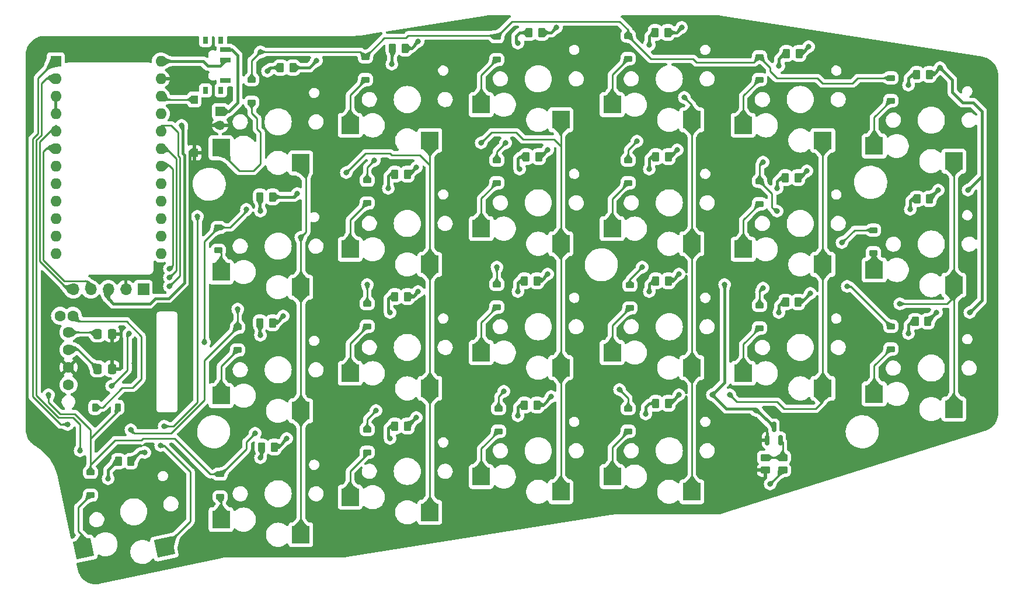
<source format=gbr>
%TF.GenerationSoftware,KiCad,Pcbnew,7.0.5-0*%
%TF.CreationDate,2023-10-17T19:27:59+10:30*%
%TF.ProjectId,Rolio,526f6c69-6f2e-46b6-9963-61645f706362,rev?*%
%TF.SameCoordinates,Original*%
%TF.FileFunction,Copper,L2,Bot*%
%TF.FilePolarity,Positive*%
%FSLAX46Y46*%
G04 Gerber Fmt 4.6, Leading zero omitted, Abs format (unit mm)*
G04 Created by KiCad (PCBNEW 7.0.5-0) date 2023-10-17 19:27:59*
%MOMM*%
%LPD*%
G01*
G04 APERTURE LIST*
G04 Aperture macros list*
%AMRoundRect*
0 Rectangle with rounded corners*
0 $1 Rounding radius*
0 $2 $3 $4 $5 $6 $7 $8 $9 X,Y pos of 4 corners*
0 Add a 4 corners polygon primitive as box body*
4,1,4,$2,$3,$4,$5,$6,$7,$8,$9,$2,$3,0*
0 Add four circle primitives for the rounded corners*
1,1,$1+$1,$2,$3*
1,1,$1+$1,$4,$5*
1,1,$1+$1,$6,$7*
1,1,$1+$1,$8,$9*
0 Add four rect primitives between the rounded corners*
20,1,$1+$1,$2,$3,$4,$5,0*
20,1,$1+$1,$4,$5,$6,$7,0*
20,1,$1+$1,$6,$7,$8,$9,0*
20,1,$1+$1,$8,$9,$2,$3,0*%
%AMRotRect*
0 Rectangle, with rotation*
0 The origin of the aperture is its center*
0 $1 length*
0 $2 width*
0 $3 Rotation angle, in degrees counterclockwise*
0 Add horizontal line*
21,1,$1,$2,0,0,$3*%
G04 Aperture macros list end*
%TA.AperFunction,SMDPad,CuDef*%
%ADD10R,2.600000X2.600000*%
%TD*%
%TA.AperFunction,ComponentPad*%
%ADD11R,1.700000X1.700000*%
%TD*%
%TA.AperFunction,ComponentPad*%
%ADD12O,1.700000X1.700000*%
%TD*%
%TA.AperFunction,ComponentPad*%
%ADD13C,1.600000*%
%TD*%
%TA.AperFunction,ComponentPad*%
%ADD14R,1.600000X1.600000*%
%TD*%
%TA.AperFunction,ComponentPad*%
%ADD15O,1.600000X1.600000*%
%TD*%
%TA.AperFunction,SMDPad,CuDef*%
%ADD16RotRect,2.600000X2.600000X12.000000*%
%TD*%
%TA.AperFunction,ComponentPad*%
%ADD17R,1.350000X1.350000*%
%TD*%
%TA.AperFunction,ComponentPad*%
%ADD18O,1.350000X1.350000*%
%TD*%
%TA.AperFunction,SMDPad,CuDef*%
%ADD19RoundRect,0.250000X0.262500X0.450000X-0.262500X0.450000X-0.262500X-0.450000X0.262500X-0.450000X0*%
%TD*%
%TA.AperFunction,SMDPad,CuDef*%
%ADD20RoundRect,0.225000X-0.375000X0.225000X-0.375000X-0.225000X0.375000X-0.225000X0.375000X0.225000X0*%
%TD*%
%TA.AperFunction,SMDPad,CuDef*%
%ADD21RoundRect,0.250000X0.337500X0.475000X-0.337500X0.475000X-0.337500X-0.475000X0.337500X-0.475000X0*%
%TD*%
%TA.AperFunction,SMDPad,CuDef*%
%ADD22RoundRect,0.250000X0.450000X-0.262500X0.450000X0.262500X-0.450000X0.262500X-0.450000X-0.262500X0*%
%TD*%
%TA.AperFunction,SMDPad,CuDef*%
%ADD23R,0.800000X1.000000*%
%TD*%
%TA.AperFunction,SMDPad,CuDef*%
%ADD24R,1.500000X0.700000*%
%TD*%
%TA.AperFunction,SMDPad,CuDef*%
%ADD25RoundRect,0.250000X-0.337500X-0.475000X0.337500X-0.475000X0.337500X0.475000X-0.337500X0.475000X0*%
%TD*%
%TA.AperFunction,SMDPad,CuDef*%
%ADD26R,1.000000X1.250000*%
%TD*%
%TA.AperFunction,SMDPad,CuDef*%
%ADD27RoundRect,0.225000X0.225000X0.375000X-0.225000X0.375000X-0.225000X-0.375000X0.225000X-0.375000X0*%
%TD*%
%TA.AperFunction,SMDPad,CuDef*%
%ADD28RoundRect,0.150000X0.150000X-0.587500X0.150000X0.587500X-0.150000X0.587500X-0.150000X-0.587500X0*%
%TD*%
%TA.AperFunction,ViaPad*%
%ADD29C,0.800000*%
%TD*%
%TA.AperFunction,Conductor*%
%ADD30C,0.250000*%
%TD*%
%TA.AperFunction,Conductor*%
%ADD31C,0.400000*%
%TD*%
G04 APERTURE END LIST*
D10*
%TO.P,SW_B0,1,1*%
%TO.N,col1*%
X105455500Y-52480000D03*
%TO.P,SW_B0,2,2*%
%TO.N,Net-(D5-A)*%
X93905500Y-50280000D03*
%TD*%
%TO.P,SW_B3,1,1*%
%TO.N,col3*%
X67455500Y-103480000D03*
%TO.P,SW_B3,2,2*%
%TO.N,Net-(D23-A)*%
X55905500Y-101280000D03*
%TD*%
%TO.P,SW_B4,1,1*%
%TO.N,col2*%
X86455500Y-103480000D03*
%TO.P,SW_B4,2,2*%
%TO.N,Net-(D29-A)*%
X74905500Y-101280000D03*
%TD*%
%TO.P,SW_C1,1,1*%
%TO.N,col2*%
X86455500Y-67480000D03*
%TO.P,SW_C1,2,2*%
%TO.N,Net-(D10-A)*%
X74905500Y-65280000D03*
%TD*%
%TO.P,SW_B1,1,1*%
%TO.N,col1*%
X105455500Y-70480000D03*
%TO.P,SW_B1,2,2*%
%TO.N,Net-(D11-A)*%
X93905500Y-68280000D03*
%TD*%
D11*
%TO.P,Nice!View1,1,CS*%
%TO.N,CS*%
X6908000Y-74090000D03*
D12*
%TO.P,Nice!View1,2,GND*%
%TO.N,GND*%
X4368000Y-74090000D03*
%TO.P,Nice!View1,3,VCC*%
%TO.N,VCC*%
X1828000Y-74090000D03*
%TO.P,Nice!View1,4,SCK*%
%TO.N,SCK*%
X-712000Y-74090000D03*
%TO.P,Nice!View1,5,MOSI*%
%TO.N,MOSI*%
X-3252000Y-74090000D03*
%TD*%
D10*
%TO.P,SW_F0,1,1*%
%TO.N,col5*%
X29735500Y-55730000D03*
%TO.P,SW_F0,2,2*%
%TO.N,Net-(D1-A)*%
X18185500Y-53530000D03*
%TD*%
D13*
%TO.P,RE_1,A,A*%
%TO.N,ENC_B*%
X-3942000Y-80330000D03*
%TO.P,RE_1,B,B*%
%TO.N,ENC_A*%
X-3942000Y-82870000D03*
%TO.P,RE_1,C,C*%
%TO.N,GND*%
X-3942000Y-85410000D03*
%TO.P,RE_1,D*%
%TO.N,N/C*%
X-3942000Y-87950000D03*
%TO.P,RE_1,S1,S1*%
%TO.N,col0*%
X-5167000Y-77940000D03*
%TO.P,RE_1,S2,S2*%
%TO.N,Net-(D19-A)*%
X-3317000Y-77940000D03*
%TD*%
D10*
%TO.P,SW_A2,1,1*%
%TO.N,col0*%
X124455500Y-91480000D03*
%TO.P,SW_A2,2,2*%
%TO.N,Net-(D18-A)*%
X112905500Y-89280000D03*
%TD*%
%TO.P,SW_D1,1,1*%
%TO.N,col3*%
X67455500Y-67480000D03*
%TO.P,SW_D1,2,2*%
%TO.N,Net-(D9-A)*%
X55905500Y-65280000D03*
%TD*%
%TO.P,SW_E2,1,1*%
%TO.N,col4*%
X48455500Y-88480000D03*
%TO.P,SW_E2,2,2*%
%TO.N,Net-(D14-A)*%
X36905500Y-86280000D03*
%TD*%
%TO.P,SW_D2,1,1*%
%TO.N,col3*%
X67455500Y-85480000D03*
%TO.P,SW_D2,2,2*%
%TO.N,Net-(D15-A)*%
X55905500Y-83280000D03*
%TD*%
%TO.P,SW_E0,1,1*%
%TO.N,col4*%
X48455500Y-52480000D03*
%TO.P,SW_E0,2,2*%
%TO.N,Net-(D2-A)*%
X36905500Y-50280000D03*
%TD*%
D14*
%TO.P,NICE_NANO1,1,TX0/P0.06*%
%TO.N,CS*%
X-5792000Y-40980000D03*
D15*
%TO.P,NICE_NANO1,2,RX1/P0.08*%
%TO.N,BL_CTRL*%
X-5792000Y-43520000D03*
%TO.P,NICE_NANO1,3,GND*%
%TO.N,GND*%
X-5792000Y-46060000D03*
%TO.P,NICE_NANO1,4,GND*%
X-5792000Y-48600000D03*
%TO.P,NICE_NANO1,5,P0.17*%
%TO.N,MOSI*%
X-5792000Y-51140000D03*
%TO.P,NICE_NANO1,6,P0.20*%
%TO.N,SCK*%
X-5792000Y-53680000D03*
%TO.P,NICE_NANO1,7,P0.22*%
%TO.N,unconnected-(NICE_NANO1-P0.22-Pad7)*%
X-5792000Y-56220000D03*
%TO.P,NICE_NANO1,8,P0.24*%
%TO.N,row0*%
X-5792000Y-58760000D03*
%TO.P,NICE_NANO1,9,P1.00*%
%TO.N,row1*%
X-5792000Y-61300000D03*
%TO.P,NICE_NANO1,10,P0.11*%
%TO.N,row2*%
X-5792000Y-63840000D03*
%TO.P,NICE_NANO1,11,P1.04*%
%TO.N,row3*%
X-5792000Y-66380000D03*
%TO.P,NICE_NANO1,12,P1.06*%
%TO.N,unconnected-(NICE_NANO1-P1.06-Pad12)*%
X-5792000Y-68920000D03*
%TO.P,NICE_NANO1,13,NFC1/P0.09*%
%TO.N,col5*%
X9448000Y-68920000D03*
%TO.P,NICE_NANO1,14,NFC2/P0.10*%
%TO.N,col4*%
X9448000Y-66380000D03*
%TO.P,NICE_NANO1,15,P1.11*%
%TO.N,col3*%
X9448000Y-63840000D03*
%TO.P,NICE_NANO1,16,P1.13*%
%TO.N,col2*%
X9448000Y-61300000D03*
%TO.P,NICE_NANO1,17,P1.15*%
%TO.N,col1*%
X9448000Y-58760000D03*
%TO.P,NICE_NANO1,18,AIN0/P0.02*%
%TO.N,col0*%
X9448000Y-56220000D03*
%TO.P,NICE_NANO1,19,AIN5/P0.29*%
%TO.N,ENC_B*%
X9448000Y-53680000D03*
%TO.P,NICE_NANO1,20,AIN7/P0.31*%
%TO.N,ENC_A*%
X9448000Y-51140000D03*
%TO.P,NICE_NANO1,21,VCC*%
%TO.N,VCC*%
X9448000Y-48600000D03*
%TO.P,NICE_NANO1,22,RST*%
%TO.N,RST*%
X9448000Y-46060000D03*
%TO.P,NICE_NANO1,23,GND*%
%TO.N,GND*%
X9448000Y-43520000D03*
%TO.P,NICE_NANO1,24,BATIN/P0.04*%
%TO.N,VBATT*%
X9448000Y-40980000D03*
%TD*%
D10*
%TO.P,SW_A1,1,1*%
%TO.N,col0*%
X124455500Y-73480000D03*
%TO.P,SW_A1,2,2*%
%TO.N,Net-(D12-A)*%
X112905500Y-71280000D03*
%TD*%
%TO.P,SW_A0,1,1*%
%TO.N,col0*%
X124455500Y-55480000D03*
%TO.P,SW_A0,2,2*%
%TO.N,Net-(D6-A)*%
X112905500Y-53280000D03*
%TD*%
%TO.P,SW_F2,1,1*%
%TO.N,col5*%
X29735500Y-91730000D03*
%TO.P,SW_F2,2,2*%
%TO.N,Net-(D13-A)*%
X18185500Y-89530000D03*
%TD*%
%TO.P,SW_D0,1,1*%
%TO.N,col3*%
X67455500Y-49480000D03*
%TO.P,SW_D0,2,2*%
%TO.N,Net-(D3-A)*%
X55905500Y-47280000D03*
%TD*%
D16*
%TO.P,SW_E3,1,1*%
%TO.N,col1*%
X9961388Y-111543542D03*
%TO.P,SW_E3,2,2*%
%TO.N,Net-(D20-A)*%
X-1793623Y-111792998D03*
%TD*%
D10*
%TO.P,SW_F1,1,1*%
%TO.N,col5*%
X29735500Y-73775000D03*
%TO.P,SW_F1,2,2*%
%TO.N,Net-(D7-A)*%
X18185500Y-71575000D03*
%TD*%
%TO.P,SW_C2,1,1*%
%TO.N,col2*%
X86455500Y-85480000D03*
%TO.P,SW_C2,2,2*%
%TO.N,Net-(D16-A)*%
X74905500Y-83280000D03*
%TD*%
D17*
%TO.P,BATT1,1,+*%
%TO.N,Net-(BATT1-+)*%
X18034000Y-48270000D03*
D18*
%TO.P,BATT1,2,-*%
%TO.N,GND*%
X18034000Y-50270000D03*
%TD*%
D10*
%TO.P,SW_E1,1,1*%
%TO.N,col4*%
X48455500Y-70480000D03*
%TO.P,SW_E1,2,2*%
%TO.N,Net-(D8-A)*%
X36905500Y-68280000D03*
%TD*%
%TO.P,SW_C0,1,1*%
%TO.N,col2*%
X86455500Y-49480000D03*
%TO.P,SW_C0,2,2*%
%TO.N,Net-(D4-A)*%
X74905500Y-47280000D03*
%TD*%
%TO.P,SW_C3,1,1*%
%TO.N,col4*%
X48455500Y-106480000D03*
%TO.P,SW_C3,2,2*%
%TO.N,Net-(D22-A)*%
X36905500Y-104280000D03*
%TD*%
%TO.P,SW_B2,1,1*%
%TO.N,col1*%
X105455500Y-88480000D03*
%TO.P,SW_B2,2,2*%
%TO.N,Net-(D17-A)*%
X93905500Y-86280000D03*
%TD*%
%TO.P,SW_D3,1,1*%
%TO.N,col5*%
X29735500Y-109730000D03*
%TO.P,SW_D3,2,2*%
%TO.N,Net-(D21-A)*%
X18185500Y-107530000D03*
%TD*%
D19*
%TO.P,R8,1*%
%TO.N,BL_GND*%
X120904000Y-42888000D03*
%TO.P,R8,2*%
%TO.N,Net-(LED6-K)*%
X119079000Y-42888000D03*
%TD*%
D20*
%TO.P,D17,1,K*%
%TO.N,row2*%
X96266000Y-76416000D03*
%TO.P,D17,2,A*%
%TO.N,Net-(D17-A)*%
X96266000Y-79716000D03*
%TD*%
D21*
%TO.P,C2,1*%
%TO.N,GND*%
X2347500Y-85646000D03*
%TO.P,C2,2*%
%TO.N,ENC_A*%
X272500Y-85646000D03*
%TD*%
D20*
%TO.P,D10,1,K*%
%TO.N,row1*%
X77216000Y-55334000D03*
%TO.P,D10,2,A*%
%TO.N,Net-(D10-A)*%
X77216000Y-58634000D03*
%TD*%
%TO.P,D13,1,K*%
%TO.N,row2*%
X20574000Y-79592000D03*
%TO.P,D13,2,A*%
%TO.N,Net-(D13-A)*%
X20574000Y-82892000D03*
%TD*%
D19*
%TO.P,R12,1*%
%TO.N,BL_GND*%
X83058000Y-54826000D03*
%TO.P,R12,2*%
%TO.N,Net-(LED10-K)*%
X81233000Y-54826000D03*
%TD*%
D20*
%TO.P,D1,1,K*%
%TO.N,row0*%
X22624500Y-43650000D03*
%TO.P,D1,2,A*%
%TO.N,Net-(D1-A)*%
X22624500Y-46950000D03*
%TD*%
D19*
%TO.P,R10,1*%
%TO.N,BL_GND*%
X45212000Y-57366000D03*
%TO.P,R10,2*%
%TO.N,Net-(LED8-K)*%
X43387000Y-57366000D03*
%TD*%
D20*
%TO.P,D12,1,K*%
%TO.N,row1*%
X112776000Y-65496000D03*
%TO.P,D12,2,A*%
%TO.N,Net-(D12-A)*%
X112776000Y-68796000D03*
%TD*%
%TO.P,D14,1,K*%
%TO.N,row2*%
X39370000Y-76162500D03*
%TO.P,D14,2,A*%
%TO.N,Net-(D14-A)*%
X39370000Y-79462500D03*
%TD*%
D22*
%TO.P,R2,1*%
%TO.N,GND*%
X97094000Y-100339000D03*
%TO.P,R2,2*%
%TO.N,Net-(Q1-G)*%
X97094000Y-98514000D03*
%TD*%
D19*
%TO.P,R21,1*%
%TO.N,BL_GND*%
X5098500Y-99060000D03*
%TO.P,R21,2*%
%TO.N,Net-(LED19-K)*%
X3273500Y-99060000D03*
%TD*%
D20*
%TO.P,D15,1,K*%
%TO.N,row2*%
X58166000Y-73368000D03*
%TO.P,D15,2,A*%
%TO.N,Net-(D15-A)*%
X58166000Y-76668000D03*
%TD*%
D19*
%TO.P,R18,1*%
%TO.N,BL_GND*%
X83058000Y-72860000D03*
%TO.P,R18,2*%
%TO.N,Net-(LED16-K)*%
X81233000Y-72860000D03*
%TD*%
%TO.P,R19,1*%
%TO.N,BL_GND*%
X101872500Y-75946000D03*
%TO.P,R19,2*%
%TO.N,Net-(LED17-K)*%
X100047500Y-75946000D03*
%TD*%
%TO.P,R14,1*%
%TO.N,BL_GND*%
X120922500Y-60960000D03*
%TO.P,R14,2*%
%TO.N,Net-(LED12-K)*%
X119097500Y-60960000D03*
%TD*%
D20*
%TO.P,D3,1,K*%
%TO.N,row0*%
X58166000Y-37428000D03*
%TO.P,D3,2,A*%
%TO.N,Net-(D3-A)*%
X58166000Y-40728000D03*
%TD*%
D19*
%TO.P,R24,1*%
%TO.N,BL_GND*%
X64008000Y-90894000D03*
%TO.P,R24,2*%
%TO.N,Net-(LED22-K)*%
X62183000Y-90894000D03*
%TD*%
D22*
%TO.P,R1,1*%
%TO.N,BL_CTRL*%
X99634000Y-100339000D03*
%TO.P,R1,2*%
%TO.N,Net-(Q1-G)*%
X99634000Y-98514000D03*
%TD*%
D20*
%TO.P,D22,1,K*%
%TO.N,row3*%
X39370000Y-94454000D03*
%TO.P,D22,2,A*%
%TO.N,Net-(D22-A)*%
X39370000Y-97754000D03*
%TD*%
%TO.P,D23,1,K*%
%TO.N,row3*%
X58420000Y-91402000D03*
%TO.P,D23,2,A*%
%TO.N,Net-(D23-A)*%
X58420000Y-94702000D03*
%TD*%
%TO.P,D11,1,K*%
%TO.N,row1*%
X96266000Y-58382000D03*
%TO.P,D11,2,A*%
%TO.N,Net-(D11-A)*%
X96266000Y-61682000D03*
%TD*%
%TO.P,D7,1,K*%
%TO.N,row1*%
X17780000Y-65114000D03*
%TO.P,D7,2,A*%
%TO.N,Net-(D7-A)*%
X17780000Y-68414000D03*
%TD*%
D23*
%TO.P,SW4,*%
%TO.N,*%
X15927000Y-45208000D03*
X18137000Y-45208000D03*
X15927000Y-37908000D03*
X18137000Y-37908000D03*
D24*
%TO.P,SW4,1*%
%TO.N,N/C*%
X18787000Y-43808000D03*
%TO.P,SW4,2*%
%TO.N,VBATT*%
X18787000Y-40808000D03*
%TO.P,SW4,3*%
%TO.N,Net-(BATT1-+)*%
X18787000Y-39308000D03*
%TD*%
D19*
%TO.P,R20,1*%
%TO.N,BL_GND*%
X120668500Y-78740000D03*
%TO.P,R20,2*%
%TO.N,Net-(LED18-K)*%
X118843500Y-78740000D03*
%TD*%
D20*
%TO.P,D20,1,K*%
%TO.N,row3*%
X-762000Y-100674000D03*
%TO.P,D20,2,A*%
%TO.N,Net-(D20-A)*%
X-762000Y-103974000D03*
%TD*%
D19*
%TO.P,R6,1*%
%TO.N,BL_GND*%
X82954500Y-36792000D03*
%TO.P,R6,2*%
%TO.N,Net-(LED4-K)*%
X81129500Y-36792000D03*
%TD*%
D20*
%TO.P,D29,1,K*%
%TO.N,row3*%
X77216000Y-91402000D03*
%TO.P,D29,2,A*%
%TO.N,Net-(D29-A)*%
X77216000Y-94702000D03*
%TD*%
%TO.P,D4,1,K*%
%TO.N,row0*%
X77216000Y-37300000D03*
%TO.P,D4,2,A*%
%TO.N,Net-(D4-A)*%
X77216000Y-40600000D03*
%TD*%
D19*
%TO.P,R4,1*%
%TO.N,BL_GND*%
X44873000Y-39078000D03*
%TO.P,R4,2*%
%TO.N,Net-(LED2-K)*%
X43048000Y-39078000D03*
%TD*%
D25*
%TO.P,C1,1*%
%TO.N,ENC_B*%
X273500Y-80566000D03*
%TO.P,C1,2*%
%TO.N,GND*%
X2348500Y-80566000D03*
%TD*%
D26*
%TO.P,RESET1,1,1*%
%TO.N,GND*%
X14292000Y-54282000D03*
%TO.P,RESET1,2,2*%
%TO.N,RST*%
X14292000Y-46532000D03*
%TD*%
D20*
%TO.P,D2,1,K*%
%TO.N,row0*%
X39116000Y-40348000D03*
%TO.P,D2,2,A*%
%TO.N,Net-(D2-A)*%
X39116000Y-43648000D03*
%TD*%
%TO.P,D8,1,K*%
%TO.N,row1*%
X39370000Y-58256000D03*
%TO.P,D8,2,A*%
%TO.N,Net-(D8-A)*%
X39370000Y-61556000D03*
%TD*%
D19*
%TO.P,R11,1*%
%TO.N,BL_GND*%
X64262000Y-54826000D03*
%TO.P,R11,2*%
%TO.N,Net-(LED9-K)*%
X62437000Y-54826000D03*
%TD*%
D20*
%TO.P,D18,1,K*%
%TO.N,row2*%
X115316000Y-79464000D03*
%TO.P,D18,2,A*%
%TO.N,Net-(D18-A)*%
X115316000Y-82764000D03*
%TD*%
D19*
%TO.P,R15,1*%
%TO.N,BL_GND*%
X25654000Y-78956000D03*
%TO.P,R15,2*%
%TO.N,Net-(LED13-K)*%
X23829000Y-78956000D03*
%TD*%
%TO.P,R22,1*%
%TO.N,BL_GND*%
X25908000Y-96990000D03*
%TO.P,R22,2*%
%TO.N,Net-(LED20-K)*%
X24083000Y-96990000D03*
%TD*%
D20*
%TO.P,D5,1,K*%
%TO.N,row0*%
X96266000Y-40348000D03*
%TO.P,D5,2,A*%
%TO.N,Net-(D5-A)*%
X96266000Y-43648000D03*
%TD*%
D19*
%TO.P,R7,1*%
%TO.N,BL_GND*%
X102004500Y-39840000D03*
%TO.P,R7,2*%
%TO.N,Net-(LED5-K)*%
X100179500Y-39840000D03*
%TD*%
D20*
%TO.P,D6,1,K*%
%TO.N,row0*%
X115316000Y-43396000D03*
%TO.P,D6,2,A*%
%TO.N,Net-(D6-A)*%
X115316000Y-46696000D03*
%TD*%
%TO.P,D9,1,K*%
%TO.N,row1*%
X58166000Y-55334000D03*
%TO.P,D9,2,A*%
%TO.N,Net-(D9-A)*%
X58166000Y-58634000D03*
%TD*%
D19*
%TO.P,R25,1*%
%TO.N,BL_GND*%
X83058000Y-90640000D03*
%TO.P,R25,2*%
%TO.N,Net-(LED23-K)*%
X81233000Y-90640000D03*
%TD*%
D27*
%TO.P,D19,1,K*%
%TO.N,row3*%
X3192500Y-91234000D03*
%TO.P,D19,2,A*%
%TO.N,Net-(D19-A)*%
X-107500Y-91234000D03*
%TD*%
D28*
%TO.P,Q1,1,G*%
%TO.N,Net-(Q1-G)*%
X99314000Y-95974000D03*
%TO.P,Q1,2,S*%
%TO.N,GND*%
X97414000Y-95974000D03*
%TO.P,Q1,3,D*%
%TO.N,BL_GND*%
X98364000Y-94099000D03*
%TD*%
D19*
%TO.P,R23,1*%
%TO.N,BL_GND*%
X45212000Y-93942000D03*
%TO.P,R23,2*%
%TO.N,Net-(LED21-K)*%
X43387000Y-93942000D03*
%TD*%
D20*
%TO.P,D21,1,K*%
%TO.N,row3*%
X18034000Y-100928000D03*
%TO.P,D21,2,A*%
%TO.N,Net-(D21-A)*%
X18034000Y-104228000D03*
%TD*%
D19*
%TO.P,R5,1*%
%TO.N,BL_GND*%
X64685000Y-36830000D03*
%TO.P,R5,2*%
%TO.N,Net-(LED3-K)*%
X62860000Y-36830000D03*
%TD*%
D20*
%TO.P,D16,1,K*%
%TO.N,row2*%
X77470000Y-73496000D03*
%TO.P,D16,2,A*%
%TO.N,Net-(D16-A)*%
X77470000Y-76796000D03*
%TD*%
D19*
%TO.P,R17,1*%
%TO.N,BL_GND*%
X64008000Y-72860000D03*
%TO.P,R17,2*%
%TO.N,Net-(LED15-K)*%
X62183000Y-72860000D03*
%TD*%
%TO.P,R16,1*%
%TO.N,BL_GND*%
X45212000Y-75146000D03*
%TO.P,R16,2*%
%TO.N,Net-(LED14-K)*%
X43387000Y-75146000D03*
%TD*%
%TO.P,R9,1*%
%TO.N,BL_GND*%
X25654000Y-60668000D03*
%TO.P,R9,2*%
%TO.N,Net-(LED7-K)*%
X23829000Y-60668000D03*
%TD*%
%TO.P,R3,1*%
%TO.N,BL_GND*%
X28617000Y-41910000D03*
%TO.P,R3,2*%
%TO.N,Net-(LED1-K)*%
X26792000Y-41910000D03*
%TD*%
%TO.P,R13,1*%
%TO.N,BL_GND*%
X101854000Y-57874000D03*
%TO.P,R13,2*%
%TO.N,Net-(LED11-K)*%
X100029000Y-57874000D03*
%TD*%
D29*
%TO.N,row0*%
X23894500Y-39624000D03*
%TO.N,row1*%
X40404500Y-55372000D03*
X78504500Y-52578000D03*
X96792500Y-55626000D03*
X21862500Y-62484000D03*
X108222500Y-67310000D03*
X59454500Y-52832000D03*
X15766500Y-81788000D03*
X98824500Y-62738000D03*
%TO.N,row2*%
X58184500Y-70866000D03*
X96792500Y-73914000D03*
X5098500Y-94488000D03*
X108984500Y-73660000D03*
X39388500Y-73406000D03*
X20592500Y-76962000D03*
X79266500Y-70866000D03*
%TO.N,CS*%
X4804845Y-80518000D03*
X2304500Y-88138000D03*
X-4045500Y-93713500D03*
%TO.N,GND*%
X73424500Y-92964000D03*
X1796500Y-40132000D03*
X53612500Y-51562000D03*
X3574500Y-83820000D03*
X92220500Y-61722000D03*
X17036500Y-98044000D03*
X5510000Y-77724000D03*
X55136500Y-72898000D03*
X12972500Y-48006000D03*
X27958500Y-38608000D03*
X92220500Y-58166000D03*
X103904500Y-98806000D03*
X110762500Y-79248000D03*
X5606500Y-84836000D03*
X52342500Y-36068000D03*
X92220500Y-43434000D03*
%TO.N,VCC*%
X12464500Y-50292000D03*
%TO.N,ENC_B*%
X10686500Y-72390000D03*
%TO.N,ENC_A*%
X10686500Y-73660000D03*
%TO.N,col0*%
X116604500Y-76200000D03*
X10686500Y-71120000D03*
%TO.N,col1*%
X9924500Y-93980000D03*
X91966500Y-89408000D03*
X9416500Y-96774000D03*
X14750500Y-63500000D03*
%TO.N,col2*%
X85362500Y-46228000D03*
%TO.N,col3*%
X55898500Y-52832000D03*
%TO.N,col4*%
X36340500Y-57150000D03*
%TO.N,Net-(LED1-K)*%
X24910500Y-42418000D03*
%TO.N,Net-(LED2-K)*%
X42944500Y-41402000D03*
%TO.N,col5*%
X29735500Y-66548000D03*
%TO.N,row3*%
X-6839500Y-89408000D03*
X23132500Y-94996000D03*
X40658500Y-91694000D03*
X75964500Y-88646000D03*
X59200500Y-88900000D03*
%TO.N,Net-(LED3-K)*%
X61232500Y-38354000D03*
%TO.N,Net-(LED4-K)*%
X80282500Y-38608000D03*
%TO.N,Net-(LED5-K)*%
X99078500Y-41656000D03*
%TO.N,Net-(LED6-K)*%
X117874500Y-44450000D03*
%TO.N,Net-(LED7-K)*%
X23894500Y-62738000D03*
%TO.N,Net-(LED8-K)*%
X42436500Y-59436000D03*
%TO.N,Net-(LED9-K)*%
X61486500Y-56642000D03*
%TO.N,Net-(LED10-K)*%
X80282500Y-56642000D03*
%TO.N,Net-(LED11-K)*%
X98824500Y-59436000D03*
%TO.N,Net-(LED12-K)*%
X118128500Y-62484000D03*
%TO.N,Net-(LED13-K)*%
X23894500Y-80772000D03*
%TO.N,Net-(LED14-K)*%
X42690500Y-77470000D03*
%TO.N,Net-(LED15-K)*%
X61232500Y-74422000D03*
%TO.N,Net-(LED16-K)*%
X80282500Y-74422000D03*
%TO.N,Net-(LED17-K)*%
X99078500Y-77470000D03*
%TO.N,Net-(LED18-K)*%
X117874500Y-80518000D03*
%TO.N,Net-(LED19-K)*%
X1796500Y-101600000D03*
%TO.N,Net-(LED20-K)*%
X23894500Y-98552000D03*
%TO.N,Net-(LED21-K)*%
X42690500Y-95758000D03*
%TO.N,BL_GND*%
X91204500Y-73406000D03*
X103650500Y-74676000D03*
X46500500Y-56388000D03*
X46500500Y-92710000D03*
X65550500Y-53848000D03*
X103396500Y-38862000D03*
X126764500Y-77470000D03*
X95776500Y-91694000D03*
X29228500Y-60198000D03*
X89426500Y-89408000D03*
X27704500Y-95758000D03*
X84981500Y-36068000D03*
X122192500Y-59690000D03*
X65550500Y-71882000D03*
X32022500Y-40894000D03*
X126510500Y-59690000D03*
X103142500Y-56896000D03*
X122446500Y-41910000D03*
X46754500Y-38100000D03*
X84346500Y-53848000D03*
X46754500Y-74422000D03*
X84600500Y-89408000D03*
X7130500Y-97790000D03*
X84600500Y-71882000D03*
X66820500Y-36068000D03*
X27196500Y-77978000D03*
X66058500Y-89662000D03*
X121938500Y-77470000D03*
%TO.N,BL_CTRL*%
X-2267500Y-97536000D03*
X97808500Y-102362000D03*
%TO.N,Net-(LED22-K)*%
X61232500Y-92456000D03*
%TO.N,Net-(LED23-K)*%
X79774500Y-92202000D03*
%TD*%
D30*
%TO.N,row0*%
X58166000Y-37428000D02*
X57963000Y-37225000D01*
X114280500Y-43396000D02*
X115316000Y-43396000D01*
X96266000Y-40348000D02*
X97808500Y-41890500D01*
X98824500Y-43434000D02*
X104666500Y-43434000D01*
X110508500Y-43434000D02*
X115278000Y-43434000D01*
X77216000Y-36444500D02*
X75964500Y-35193000D01*
X97808500Y-41890500D02*
X97808500Y-42418000D01*
X95466000Y-41148000D02*
X96266000Y-40348000D01*
X86632500Y-40640000D02*
X87140500Y-41148000D01*
X22624500Y-40894000D02*
X23894500Y-39624000D01*
X60401000Y-35193000D02*
X58166000Y-37428000D01*
X41872000Y-37592000D02*
X39116000Y-40348000D01*
X87140500Y-41148000D02*
X95466000Y-41148000D01*
X80556000Y-40640000D02*
X86632500Y-40640000D01*
X109746500Y-44196000D02*
X110508500Y-43434000D01*
X97808500Y-42418000D02*
X98824500Y-43434000D01*
X115278000Y-43434000D02*
X115316000Y-43396000D01*
X58166000Y-37428000D02*
X57822000Y-37084000D01*
X45343500Y-37225000D02*
X44976500Y-37592000D01*
X57963000Y-37225000D02*
X45343500Y-37225000D01*
X23894500Y-39624000D02*
X38392000Y-39624000D01*
X44976500Y-37592000D02*
X41872000Y-37592000D01*
X105428500Y-44196000D02*
X109746500Y-44196000D01*
X77216000Y-37300000D02*
X77216000Y-36444500D01*
X38392000Y-39624000D02*
X39116000Y-40348000D01*
X104666500Y-43434000D02*
X105428500Y-44196000D01*
X60401000Y-35193000D02*
X75964500Y-35193000D01*
X77216000Y-37300000D02*
X80556000Y-40640000D01*
X22624500Y-43650000D02*
X22624500Y-40894000D01*
%TO.N,Net-(D1-A)*%
X22624500Y-46950000D02*
X22624500Y-48514000D01*
X23894500Y-51308000D02*
X23894500Y-55880000D01*
X22878500Y-56896000D02*
X20846500Y-56896000D01*
X23894500Y-55880000D02*
X22878500Y-56896000D01*
X20846500Y-56896000D02*
X18185500Y-54235000D01*
X23386500Y-50800000D02*
X23894500Y-51308000D01*
X23386500Y-49276000D02*
X23386500Y-50800000D01*
X22624500Y-48514000D02*
X23386500Y-49276000D01*
%TO.N,Net-(D2-A)*%
X36905500Y-45858500D02*
X39116000Y-43648000D01*
X36905500Y-50280000D02*
X36905500Y-45858500D01*
%TO.N,Net-(D3-A)*%
X55905500Y-47280000D02*
X55905500Y-42988500D01*
X55905500Y-42988500D02*
X58166000Y-40728000D01*
%TO.N,Net-(D4-A)*%
X74905500Y-42910500D02*
X77216000Y-40600000D01*
X74905500Y-47280000D02*
X74905500Y-42910500D01*
%TO.N,Net-(D5-A)*%
X93905500Y-46008500D02*
X96266000Y-43648000D01*
X93905500Y-50280000D02*
X93905500Y-46008500D01*
%TO.N,Net-(D6-A)*%
X112905500Y-53280000D02*
X112905500Y-49106500D01*
X112905500Y-49106500D02*
X115316000Y-46696000D01*
%TO.N,row1*%
X77216000Y-53866500D02*
X78504500Y-52578000D01*
X39370000Y-56406500D02*
X40404500Y-55372000D01*
X15766500Y-81788000D02*
X15766500Y-67127500D01*
X58166000Y-55334000D02*
X58166000Y-54120500D01*
X21862500Y-62484000D02*
X21862500Y-62738000D01*
X15766500Y-67127500D02*
X17780000Y-65114000D01*
X96266000Y-58382000D02*
X98062500Y-60178500D01*
X39370000Y-58256000D02*
X39370000Y-56406500D01*
X96284500Y-58363500D02*
X96284500Y-56134000D01*
X98062500Y-60178500D02*
X98062500Y-62230000D01*
X58166000Y-54120500D02*
X59454500Y-52832000D01*
X21862500Y-62738000D02*
X19486500Y-65114000D01*
X110036500Y-65496000D02*
X108222500Y-67310000D01*
X112776000Y-65496000D02*
X110036500Y-65496000D01*
X98062500Y-62230000D02*
X98824500Y-62738000D01*
X96284500Y-56134000D02*
X96792500Y-55626000D01*
X19486500Y-65114000D02*
X17780000Y-65114000D01*
X77216000Y-55334000D02*
X77216000Y-53866500D01*
%TO.N,Net-(D7-A)*%
X18185500Y-68819500D02*
X17780000Y-68414000D01*
X18185500Y-71575000D02*
X18185500Y-68819500D01*
%TO.N,Net-(D8-A)*%
X36905500Y-68280000D02*
X36905500Y-64020500D01*
X36905500Y-64020500D02*
X39370000Y-61556000D01*
%TO.N,Net-(D9-A)*%
X55905500Y-65280000D02*
X55905500Y-60894500D01*
X55905500Y-60894500D02*
X58166000Y-58634000D01*
%TO.N,Net-(D10-A)*%
X74905500Y-65280000D02*
X74905500Y-60944500D01*
X74905500Y-60944500D02*
X77216000Y-58634000D01*
%TO.N,Net-(D11-A)*%
X93905500Y-64042500D02*
X96266000Y-61682000D01*
X93905500Y-68280000D02*
X93905500Y-64042500D01*
%TO.N,Net-(D12-A)*%
X112905500Y-71280000D02*
X112905500Y-68925500D01*
%TO.N,row2*%
X20574000Y-79592000D02*
X20592500Y-76962000D01*
X96266000Y-76416000D02*
X96266000Y-74440500D01*
X15766500Y-90170000D02*
X15766500Y-84399500D01*
X10940500Y-94996000D02*
X15766500Y-90170000D01*
X58166000Y-73368000D02*
X58166000Y-70884500D01*
X79266500Y-70866000D02*
X77470000Y-72662500D01*
X15766500Y-84399500D02*
X20574000Y-79592000D01*
X39370000Y-76162500D02*
X39370000Y-73424500D01*
X109512000Y-73660000D02*
X115316000Y-79464000D01*
X58166000Y-70884500D02*
X58184500Y-70866000D01*
X77470000Y-72662500D02*
X77470000Y-73496000D01*
X5098500Y-94488000D02*
X5606500Y-94996000D01*
X39370000Y-73424500D02*
X39388500Y-73406000D01*
X108984500Y-73660000D02*
X109512000Y-73660000D01*
X96266000Y-74440500D02*
X96792500Y-73914000D01*
X5606500Y-94996000D02*
X10940500Y-94996000D01*
%TO.N,Net-(D13-A)*%
X18185500Y-85280500D02*
X20574000Y-82892000D01*
X18185500Y-89530000D02*
X18185500Y-85280500D01*
%TO.N,Net-(D14-A)*%
X36905500Y-86280000D02*
X36905500Y-81927000D01*
X36905500Y-81927000D02*
X39370000Y-79462500D01*
%TO.N,Net-(D15-A)*%
X55905500Y-78928500D02*
X58166000Y-76668000D01*
X55905500Y-83280000D02*
X55905500Y-78928500D01*
%TO.N,Net-(D16-A)*%
X74905500Y-79360500D02*
X77470000Y-76796000D01*
X74905500Y-83280000D02*
X74905500Y-79360500D01*
%TO.N,Net-(D17-A)*%
X93905500Y-82076500D02*
X96266000Y-79716000D01*
X93905500Y-86280000D02*
X93905500Y-82076500D01*
%TO.N,Net-(D18-A)*%
X112905500Y-89280000D02*
X112905500Y-85174500D01*
X112905500Y-85174500D02*
X115316000Y-82764000D01*
%TO.N,CS*%
X-8355500Y-51479288D02*
X-8355500Y-43426000D01*
X-9109500Y-89678000D02*
X-9109500Y-52233288D01*
X-5074000Y-93713500D02*
X-9109500Y-89678000D01*
X4590500Y-80732345D02*
X4590500Y-85852000D01*
X-8355500Y-43426000D02*
X-5909500Y-40980000D01*
X-9109500Y-52233288D02*
X-8355500Y-51479288D01*
X4590500Y-85852000D02*
X2304500Y-88138000D01*
X-4045500Y-93713500D02*
X-5074000Y-93713500D01*
X4804845Y-80518000D02*
X4590500Y-80732345D01*
D31*
%TO.N,GND*%
X5510000Y-77724000D02*
X7429160Y-77724000D01*
X8953160Y-76200000D02*
X10899330Y-76200000D01*
X15026500Y-50270000D02*
X18034000Y-50270000D01*
X13627500Y-54136500D02*
X14292000Y-53472000D01*
X14292000Y-53472000D02*
X14292000Y-51004500D01*
X7429160Y-77724000D02*
X8953160Y-76200000D01*
X14292000Y-51004500D02*
X14292000Y-49325500D01*
X14292000Y-51004500D02*
X15026500Y-50270000D01*
X14292000Y-49325500D02*
X12972500Y-48006000D01*
X13627500Y-73471830D02*
X13627500Y-54136500D01*
X10899330Y-76200000D02*
X13627500Y-73471830D01*
%TO.N,VCC*%
X7892500Y-76200000D02*
X8642500Y-75450000D01*
X12877500Y-54637799D02*
X12631500Y-54391799D01*
X2558500Y-76200000D02*
X7892500Y-76200000D01*
X10588670Y-75450000D02*
X12877500Y-73161170D01*
X1828000Y-75469500D02*
X2558500Y-76200000D01*
X12631500Y-50459000D02*
X12464500Y-50292000D01*
X12877500Y-73161170D02*
X12877500Y-54637799D01*
X12631500Y-54391799D02*
X12631500Y-50459000D01*
X8642500Y-75450000D02*
X10588670Y-75450000D01*
X1828000Y-74090000D02*
X1828000Y-75469500D01*
D30*
%TO.N,SCK*%
X-712000Y-73437500D02*
X-1284500Y-72865000D01*
X-7179500Y-53680000D02*
X-5792000Y-53680000D01*
X-1284500Y-72865000D02*
X-4586500Y-72865000D01*
X-7601500Y-54102000D02*
X-7179500Y-53680000D01*
X-7601500Y-69850000D02*
X-7601500Y-54102000D01*
X-4586500Y-72865000D02*
X-7601500Y-69850000D01*
%TO.N,MOSI*%
X-3428000Y-73914000D02*
X-4244606Y-73914000D01*
X-4244606Y-73914000D02*
X-8109500Y-70049106D01*
X-8109500Y-52647500D02*
X-5792000Y-50330000D01*
X-8109500Y-70049106D02*
X-8109500Y-52647500D01*
%TO.N,ENC_B*%
X37500Y-80330000D02*
X-3942000Y-80330000D01*
X11702500Y-71374000D02*
X11702500Y-55124500D01*
X10258000Y-53680000D02*
X9448000Y-53680000D01*
X11702500Y-55124500D02*
X10258000Y-53680000D01*
X10686500Y-72390000D02*
X11702500Y-71374000D01*
%TO.N,ENC_A*%
X12202500Y-72144000D02*
X12202500Y-54917393D01*
X-2503500Y-82870000D02*
X272500Y-85646000D01*
X11956500Y-51308000D02*
X10940500Y-50292000D01*
X11956500Y-54671393D02*
X11956500Y-51308000D01*
X10940500Y-50292000D02*
X10902500Y-50330000D01*
X10686500Y-73660000D02*
X12202500Y-72144000D01*
X12202500Y-54917393D02*
X11956500Y-54671393D01*
X10902500Y-50330000D02*
X9448000Y-50330000D01*
X-3942000Y-82870000D02*
X-2503500Y-82870000D01*
%TO.N,col0*%
X124455500Y-75207000D02*
X123462500Y-76200000D01*
X10172000Y-56134000D02*
X10686500Y-56134000D01*
X123462500Y-76200000D02*
X116604500Y-76200000D01*
X10686500Y-56134000D02*
X11194500Y-56642000D01*
X124455500Y-55480000D02*
X124455500Y-73480000D01*
X124455500Y-73480000D02*
X124455500Y-75207000D01*
X11194500Y-70612000D02*
X10686500Y-71120000D01*
X11194500Y-56642000D02*
X11194500Y-70612000D01*
X124455500Y-73480000D02*
X124455500Y-91480000D01*
%TO.N,col1*%
X105455500Y-70480000D02*
X105455500Y-88480000D01*
X13734500Y-107770430D02*
X9961388Y-111543542D01*
X9416500Y-96774000D02*
X9924500Y-96774000D01*
X14750500Y-90478894D02*
X14750500Y-63500000D01*
X11249394Y-93980000D02*
X14750500Y-90478894D01*
X105455500Y-52480000D02*
X105455500Y-70480000D01*
X98824500Y-90424000D02*
X99840500Y-91440000D01*
X13734500Y-100584000D02*
X13734500Y-107770430D01*
X91966500Y-89408000D02*
X92982500Y-90424000D01*
X99840500Y-91440000D02*
X104412500Y-91440000D01*
X9924500Y-96774000D02*
X13734500Y-100584000D01*
X9924500Y-93980000D02*
X11249394Y-93980000D01*
X105455500Y-90397000D02*
X105455500Y-88480000D01*
X104412500Y-91440000D02*
X105455500Y-90397000D01*
X92982500Y-90424000D02*
X98824500Y-90424000D01*
%TO.N,col2*%
X86455500Y-49480000D02*
X86455500Y-67480000D01*
X86455500Y-85480000D02*
X86455500Y-103480000D01*
X86455500Y-47321000D02*
X85362500Y-46228000D01*
X86455500Y-49480000D02*
X86455500Y-47321000D01*
X86455500Y-67480000D02*
X86455500Y-85480000D01*
%TO.N,col3*%
X67455500Y-85480000D02*
X67455500Y-103480000D01*
X67455500Y-85480000D02*
X67455500Y-67480000D01*
X66439500Y-52324000D02*
X67455500Y-53340000D01*
X55898500Y-52832000D02*
X57422500Y-51308000D01*
X57422500Y-51308000D02*
X60978500Y-51308000D01*
X60978500Y-51308000D02*
X61994500Y-52324000D01*
X61994500Y-52324000D02*
X66439500Y-52324000D01*
X67455500Y-67480000D02*
X67455500Y-53340000D01*
X67455500Y-53340000D02*
X67455500Y-49480000D01*
%TO.N,col4*%
X47008500Y-54610000D02*
X48455500Y-56057000D01*
X48455500Y-88480000D02*
X48455500Y-70480000D01*
X39134500Y-54356000D02*
X42690500Y-54356000D01*
X48455500Y-70480000D02*
X48455500Y-56896000D01*
X48455500Y-88480000D02*
X48455500Y-106730000D01*
X48455500Y-56057000D02*
X48455500Y-56896000D01*
X48455500Y-56896000D02*
X48455500Y-52480000D01*
X42944500Y-54610000D02*
X47008500Y-54610000D01*
X42690500Y-54356000D02*
X42944500Y-54610000D01*
X36340500Y-57150000D02*
X39134500Y-54356000D01*
D31*
%TO.N,Net-(LED1-K)*%
X26792000Y-41910000D02*
X25418500Y-41910000D01*
X25418500Y-41910000D02*
X24910500Y-42418000D01*
D30*
%TO.N,RST*%
X14292000Y-46532000D02*
X9920000Y-46532000D01*
%TO.N,Net-(D19-A)*%
X986500Y-91234000D02*
X3828500Y-88392000D01*
X5352500Y-88392000D02*
X6622500Y-87122000D01*
X4463500Y-78740000D02*
X-2517000Y-78740000D01*
X6622500Y-80899000D02*
X4463500Y-78740000D01*
X6622500Y-87122000D02*
X6622500Y-80899000D01*
X-107500Y-91234000D02*
X986500Y-91234000D01*
X3828500Y-88392000D02*
X5352500Y-88392000D01*
X-2517000Y-78740000D02*
X-3317000Y-77940000D01*
%TO.N,Net-(D20-A)*%
X-1793623Y-109947877D02*
X-2521500Y-109220000D01*
X-2521500Y-105733500D02*
X-762000Y-103974000D01*
X-1793623Y-111792998D02*
X-1793623Y-109947877D01*
X-2521500Y-109220000D02*
X-2521500Y-105733500D01*
%TO.N,Net-(D21-A)*%
X18185500Y-107530000D02*
X18185500Y-104379500D01*
%TO.N,Net-(D22-A)*%
X36905500Y-100468500D02*
X39370000Y-98004000D01*
X36905500Y-104530000D02*
X36905500Y-100468500D01*
%TO.N,Net-(D23-A)*%
X55905500Y-101280000D02*
X55905500Y-97216500D01*
X55905500Y-97216500D02*
X58420000Y-94702000D01*
D31*
%TO.N,Net-(LED2-K)*%
X43048000Y-39078000D02*
X42944500Y-41402000D01*
D30*
%TO.N,col5*%
X29735500Y-91730000D02*
X29735500Y-73775000D01*
X29735500Y-66548000D02*
X30498500Y-65785000D01*
X29735500Y-66548000D02*
X29735500Y-73775000D01*
X30498500Y-65785000D02*
X30498500Y-56493000D01*
X29735500Y-91730000D02*
X29735500Y-109730000D01*
%TO.N,row3*%
X3192500Y-91803500D02*
X-762000Y-95758000D01*
X21862500Y-97282000D02*
X21862500Y-96266000D01*
X-762000Y-100076000D02*
X-762000Y-99586500D01*
X-5171288Y-92202000D02*
X-3029500Y-92202000D01*
X-6839500Y-89408000D02*
X-6839500Y-90533788D01*
X39370000Y-92982500D02*
X39370000Y-94704000D01*
X11448500Y-95758000D02*
X16618500Y-100928000D01*
X6622500Y-96012000D02*
X6876500Y-95758000D01*
X21862500Y-96266000D02*
X23132500Y-94996000D01*
X59200500Y-88900000D02*
X58420000Y-89680500D01*
X-762000Y-94469500D02*
X-762000Y-95758000D01*
X6876500Y-95758000D02*
X11448500Y-95758000D01*
X-3029500Y-92202000D02*
X-762000Y-94469500D01*
X-762000Y-99586500D02*
X2812500Y-96012000D01*
X77216000Y-89897500D02*
X77216000Y-91402000D01*
X18216500Y-100928000D02*
X21862500Y-97282000D01*
X16618500Y-100928000D02*
X18034000Y-100928000D01*
X-762000Y-100076000D02*
X-762000Y-95758000D01*
X-6839500Y-90533788D02*
X-5171288Y-92202000D01*
X75964500Y-88646000D02*
X77216000Y-89897500D01*
X-762000Y-100076000D02*
X-762000Y-100674000D01*
X58420000Y-89680500D02*
X58420000Y-91402000D01*
X2812500Y-96012000D02*
X6622500Y-96012000D01*
X40658500Y-91694000D02*
X39370000Y-92982500D01*
D31*
%TO.N,Net-(LED3-K)*%
X60978500Y-38100000D02*
X61232500Y-38354000D01*
X62860000Y-36830000D02*
X61486500Y-36830000D01*
X60978500Y-37338000D02*
X60978500Y-38100000D01*
X61486500Y-36830000D02*
X60978500Y-37338000D01*
%TO.N,Net-(LED4-K)*%
X80282500Y-37338000D02*
X80282500Y-38608000D01*
X80828500Y-36792000D02*
X80282500Y-37338000D01*
%TO.N,Net-(LED5-K)*%
X99078500Y-40640000D02*
X99878500Y-39840000D01*
X99078500Y-40640000D02*
X99078500Y-41656000D01*
%TO.N,Net-(LED6-K)*%
X117874500Y-43434000D02*
X117874500Y-44450000D01*
X118420500Y-42888000D02*
X117874500Y-43434000D01*
X119079000Y-42888000D02*
X118420500Y-42888000D01*
%TO.N,Net-(LED7-K)*%
X23829000Y-60668000D02*
X23829000Y-62672500D01*
X23829000Y-62672500D02*
X23894500Y-62738000D01*
%TO.N,Net-(LED8-K)*%
X42436500Y-57658000D02*
X42436500Y-59436000D01*
X42690500Y-57404000D02*
X42436500Y-57658000D01*
X43387000Y-57366000D02*
X42728500Y-57366000D01*
X42728500Y-57366000D02*
X42690500Y-57404000D01*
%TO.N,Net-(LED9-K)*%
X61524500Y-54826000D02*
X61232500Y-55118000D01*
X61232500Y-56388000D02*
X61486500Y-56642000D01*
X61232500Y-55118000D02*
X61232500Y-56388000D01*
X62437000Y-54826000D02*
X61524500Y-54826000D01*
%TO.N,Net-(LED10-K)*%
X80574500Y-54826000D02*
X80282500Y-55118000D01*
X81233000Y-54826000D02*
X80574500Y-54826000D01*
X80282500Y-55118000D02*
X80282500Y-56642000D01*
%TO.N,Net-(LED11-K)*%
X100029000Y-57874000D02*
X99370500Y-57874000D01*
X98824500Y-58420000D02*
X98824500Y-59436000D01*
X98824500Y-58420000D02*
X99370500Y-57874000D01*
%TO.N,Net-(LED12-K)*%
X118382500Y-60960000D02*
X118128500Y-61214000D01*
X118128500Y-61214000D02*
X118128500Y-62484000D01*
X119097500Y-60960000D02*
X118382500Y-60960000D01*
%TO.N,Net-(LED13-K)*%
X23829000Y-80706500D02*
X23894500Y-80772000D01*
X23829000Y-78956000D02*
X23829000Y-80706500D01*
%TO.N,Net-(LED14-K)*%
X43387000Y-75146000D02*
X42728500Y-75146000D01*
X42436500Y-77216000D02*
X42690500Y-77470000D01*
X42436500Y-75438000D02*
X42436500Y-77216000D01*
X42728500Y-75146000D02*
X42436500Y-75438000D01*
%TO.N,Net-(LED15-K)*%
X62183000Y-72860000D02*
X61524500Y-72860000D01*
X61524500Y-72860000D02*
X61232500Y-73152000D01*
X61232500Y-73152000D02*
X61232500Y-74422000D01*
%TO.N,Net-(LED16-K)*%
X80282500Y-73406000D02*
X80282500Y-74422000D01*
X80828500Y-72860000D02*
X80282500Y-73406000D01*
X81233000Y-72860000D02*
X80828500Y-72860000D01*
%TO.N,Net-(LED17-K)*%
X99078500Y-76454000D02*
X99078500Y-77470000D01*
X100047500Y-75946000D02*
X99586500Y-75946000D01*
X99586500Y-75946000D02*
X99078500Y-76454000D01*
%TO.N,Net-(LED18-K)*%
X118382500Y-78740000D02*
X117874500Y-79248000D01*
X117874500Y-79248000D02*
X117874500Y-80518000D01*
X118843500Y-78740000D02*
X118382500Y-78740000D01*
%TO.N,Net-(LED19-K)*%
X1796500Y-100330000D02*
X3066500Y-99060000D01*
X1796500Y-100330000D02*
X1796500Y-101600000D01*
%TO.N,Net-(LED20-K)*%
X24083000Y-96990000D02*
X24083000Y-98363500D01*
X24083000Y-98363500D02*
X23894500Y-98552000D01*
%TO.N,Net-(LED21-K)*%
X43387000Y-93942000D02*
X42728500Y-93942000D01*
X42436500Y-95504000D02*
X42690500Y-95758000D01*
X42436500Y-94234000D02*
X42436500Y-95504000D01*
X42728500Y-93942000D02*
X42436500Y-94234000D01*
D30*
%TO.N,Net-(Q1-G)*%
X99634000Y-96294000D02*
X99314000Y-95974000D01*
X99634000Y-98514000D02*
X99634000Y-96294000D01*
X99634000Y-98514000D02*
X97094000Y-98514000D01*
D31*
%TO.N,BL_GND*%
X64572500Y-54826000D02*
X65550500Y-53848000D01*
X102004500Y-39840000D02*
X102418500Y-39840000D01*
X91458500Y-91440000D02*
X89426500Y-89408000D01*
X126764500Y-77470000D02*
X128542500Y-75692000D01*
X95776500Y-91511500D02*
X95705000Y-91440000D01*
X64572500Y-72860000D02*
X65550500Y-71882000D01*
X25654000Y-78956000D02*
X26218500Y-78956000D01*
X128542500Y-48260000D02*
X128542500Y-57658000D01*
X120922500Y-60960000D02*
X122192500Y-59690000D01*
X91458500Y-91440000D02*
X95705000Y-91440000D01*
X83058000Y-72860000D02*
X83622500Y-72860000D01*
X128542500Y-57658000D02*
X126510500Y-59690000D01*
X95776500Y-91694000D02*
X95776500Y-91511500D01*
X102164500Y-57874000D02*
X103142500Y-56896000D01*
X82954500Y-36792000D02*
X84257500Y-36792000D01*
X45212000Y-75146000D02*
X46030500Y-75146000D01*
X127272500Y-46990000D02*
X125748500Y-46990000D01*
X124224500Y-43688000D02*
X122446500Y-41910000D01*
X45268500Y-93942000D02*
X46500500Y-92710000D01*
X28758500Y-60668000D02*
X25654000Y-60668000D01*
X84257500Y-36792000D02*
X84981500Y-36068000D01*
X83622500Y-72860000D02*
X84600500Y-71882000D01*
X46030500Y-75146000D02*
X46754500Y-74422000D01*
X5098500Y-99060000D02*
X6368500Y-97790000D01*
X29228500Y-60198000D02*
X28758500Y-60668000D01*
X124224500Y-45466000D02*
X124224500Y-43688000D01*
X121468500Y-42888000D02*
X122446500Y-41910000D01*
X98364000Y-94099000D02*
X95959000Y-91694000D01*
X28617000Y-41910000D02*
X31006500Y-41910000D01*
X95959000Y-91694000D02*
X95776500Y-91694000D01*
X66058500Y-36830000D02*
X66820500Y-36068000D01*
X64685000Y-36830000D02*
X66058500Y-36830000D01*
X64826500Y-90894000D02*
X64008000Y-90894000D01*
X45776500Y-39078000D02*
X46754500Y-38100000D01*
X64008000Y-72860000D02*
X64572500Y-72860000D01*
X102418500Y-39840000D02*
X103396500Y-38862000D01*
X91204500Y-87630000D02*
X91204500Y-73406000D01*
X125748500Y-46990000D02*
X124224500Y-45466000D01*
X83368500Y-90640000D02*
X84600500Y-89408000D01*
X32022500Y-40894000D02*
X31006500Y-41910000D01*
X120668500Y-78740000D02*
X121938500Y-77470000D01*
X101872500Y-75946000D02*
X102380500Y-75946000D01*
X6368500Y-97790000D02*
X7130500Y-97790000D01*
X26218500Y-78956000D02*
X27196500Y-77978000D01*
X102380500Y-75946000D02*
X103650500Y-74676000D01*
X66058500Y-89662000D02*
X64826500Y-90894000D01*
X44873000Y-39078000D02*
X45776500Y-39078000D01*
X83368500Y-54826000D02*
X84346500Y-53848000D01*
X26472500Y-96990000D02*
X27704500Y-95758000D01*
X128542500Y-48260000D02*
X127272500Y-46990000D01*
X89426500Y-89408000D02*
X91204500Y-87630000D01*
X120904000Y-42888000D02*
X121468500Y-42888000D01*
X45522500Y-57366000D02*
X46500500Y-56388000D01*
X25908000Y-96990000D02*
X26472500Y-96990000D01*
X128542500Y-75692000D02*
X128542500Y-57658000D01*
D30*
%TO.N,BL_CTRL*%
X-7855500Y-51686394D02*
X-7855500Y-44196000D01*
X-2267500Y-93726000D02*
X-3283500Y-92710000D01*
X97808500Y-102362000D02*
X99634000Y-100536500D01*
X-2267500Y-97536000D02*
X-2267500Y-93726000D01*
X-8609500Y-89470894D02*
X-8609500Y-52440394D01*
X-3283500Y-92710000D02*
X-5370394Y-92710000D01*
X-7179500Y-43520000D02*
X-5792000Y-43520000D01*
X-5370394Y-92710000D02*
X-8609500Y-89470894D01*
X-8609500Y-52440394D02*
X-7855500Y-51686394D01*
X-7855500Y-44196000D02*
X-7179500Y-43520000D01*
D31*
%TO.N,Net-(LED22-K)*%
X61232500Y-91186000D02*
X61232500Y-92456000D01*
X61524500Y-90894000D02*
X61232500Y-91186000D01*
X62183000Y-90894000D02*
X61524500Y-90894000D01*
%TO.N,Net-(BATT1-+)*%
X20592500Y-40132000D02*
X20592500Y-46990000D01*
X18787000Y-39308000D02*
X19768500Y-39308000D01*
X19312500Y-48270000D02*
X18034000Y-48270000D01*
X19768500Y-39308000D02*
X20592500Y-40132000D01*
X20592500Y-46990000D02*
X19312500Y-48270000D01*
%TO.N,VBATT*%
X16274500Y-41656000D02*
X15598500Y-40980000D01*
X18052500Y-41656000D02*
X16274500Y-41656000D01*
X18787000Y-40921500D02*
X18052500Y-41656000D01*
X15598500Y-40980000D02*
X9448000Y-40980000D01*
D30*
%TO.N,Net-(D29-A)*%
X74905500Y-101280000D02*
X74905500Y-97012500D01*
X74905500Y-97012500D02*
X77216000Y-94702000D01*
D31*
%TO.N,Net-(LED23-K)*%
X80282500Y-90678000D02*
X79774500Y-91186000D01*
X79774500Y-91186000D02*
X79774500Y-92202000D01*
X80574500Y-90640000D02*
X80536500Y-90678000D01*
X81233000Y-90640000D02*
X80574500Y-90640000D01*
X80536500Y-90678000D02*
X80282500Y-90678000D01*
%TD*%
%TA.AperFunction,Conductor*%
%TO.N,GND*%
G36*
X90169906Y-34305530D02*
G01*
X90231241Y-34307129D01*
X90309947Y-34309183D01*
X90314418Y-34309417D01*
X90452944Y-34320284D01*
X90457442Y-34320755D01*
X90596595Y-34339016D01*
X90598745Y-34339327D01*
X90636832Y-34345340D01*
X90636832Y-34345339D01*
X90657469Y-34348598D01*
X90657489Y-34348599D01*
X93355557Y-34774453D01*
X128593706Y-40336325D01*
X128598341Y-40337186D01*
X128883775Y-40398304D01*
X128892893Y-40400781D01*
X129067834Y-40458702D01*
X129167719Y-40491773D01*
X129176531Y-40495233D01*
X129439855Y-40615525D01*
X129448228Y-40619915D01*
X129696941Y-40768090D01*
X129704775Y-40773355D01*
X129852508Y-40884753D01*
X129935920Y-40947650D01*
X129943157Y-40953752D01*
X130154011Y-41152113D01*
X130160541Y-41158962D01*
X130347532Y-41377780D01*
X130348612Y-41379043D01*
X130354355Y-41386555D01*
X130447435Y-41523095D01*
X130517417Y-41625753D01*
X130522314Y-41633848D01*
X130559171Y-41703021D01*
X130658444Y-41889340D01*
X130662435Y-41897925D01*
X130770016Y-42166677D01*
X130773051Y-42175643D01*
X130823491Y-42356500D01*
X130848312Y-42445501D01*
X130850820Y-42454491D01*
X130852863Y-42463735D01*
X130899894Y-42749369D01*
X130900922Y-42758780D01*
X130916771Y-43049816D01*
X130916900Y-43054547D01*
X130916900Y-91963588D01*
X130916899Y-91963602D01*
X130916899Y-92014994D01*
X130916755Y-92019992D01*
X130899032Y-92328033D01*
X130897884Y-92337977D01*
X130845357Y-92639467D01*
X130843075Y-92649212D01*
X130756296Y-92942681D01*
X130752910Y-92952100D01*
X130633021Y-93233676D01*
X130628577Y-93242644D01*
X130477168Y-93508597D01*
X130471724Y-93516997D01*
X130290791Y-93763815D01*
X130284419Y-93771534D01*
X130076358Y-93995957D01*
X130069142Y-94002894D01*
X129836699Y-94201955D01*
X129828735Y-94208018D01*
X129574976Y-94379092D01*
X129566369Y-94384201D01*
X129294666Y-94525016D01*
X129285531Y-94529102D01*
X129244248Y-94544790D01*
X128997625Y-94638502D01*
X128992900Y-94640143D01*
X128947195Y-94654564D01*
X128947188Y-94654567D01*
X91005192Y-106626564D01*
X91002001Y-106627504D01*
X90804229Y-106681688D01*
X90797756Y-106683198D01*
X90598069Y-106721812D01*
X90591498Y-106722824D01*
X90389447Y-106746084D01*
X90382819Y-106746592D01*
X90177681Y-106754436D01*
X90174357Y-106754500D01*
X75810015Y-106754500D01*
X75809907Y-106754505D01*
X75637601Y-106754515D01*
X75637571Y-106754516D01*
X75238427Y-106775661D01*
X75238394Y-106775663D01*
X74840877Y-106817903D01*
X74669717Y-106845302D01*
X74669678Y-106845306D01*
X36465223Y-112963600D01*
X36426995Y-112969721D01*
X36424719Y-112970055D01*
X36283879Y-112988802D01*
X36279300Y-112989289D01*
X36138820Y-113000468D01*
X36134221Y-113000712D01*
X35992362Y-113004469D01*
X35990058Y-113004500D01*
X19676353Y-113004500D01*
X19676348Y-113004499D01*
X19406572Y-113004499D01*
X19406562Y-113004500D01*
X19381815Y-113005797D01*
X19011671Y-113025196D01*
X19011666Y-113025196D01*
X19011656Y-113025197D01*
X18618414Y-113066529D01*
X18227838Y-113128390D01*
X18227823Y-113128393D01*
X18056539Y-113164801D01*
X18034443Y-113169497D01*
X18027202Y-113171035D01*
X17984596Y-113180091D01*
X17984597Y-113180092D01*
X618526Y-116871363D01*
X613725Y-116872244D01*
X316255Y-116918216D01*
X306537Y-116919164D01*
X29242Y-116930577D01*
X8238Y-116931441D01*
X-1523Y-116931295D01*
X-299329Y-116910096D01*
X-309010Y-116908858D01*
X-602564Y-116854450D01*
X-612047Y-116852136D01*
X-690334Y-116828308D01*
X-897669Y-116765201D01*
X-906817Y-116761846D01*
X-1180923Y-116643474D01*
X-1189650Y-116639109D01*
X-1448757Y-116490804D01*
X-1456946Y-116485486D01*
X-1697826Y-116309098D01*
X-1705368Y-116302897D01*
X-1924979Y-116100653D01*
X-1931780Y-116093647D01*
X-2127374Y-115868077D01*
X-2133347Y-115860354D01*
X-2302449Y-115614315D01*
X-2307515Y-115605980D01*
X-2448018Y-115342530D01*
X-2452108Y-115333704D01*
X-2562238Y-115056165D01*
X-2565318Y-115046921D01*
X-2644204Y-114756879D01*
X-2645353Y-114752134D01*
X-2799808Y-114025477D01*
X-2797125Y-113942242D01*
X-2756066Y-113869785D01*
X-2686038Y-113824708D01*
X-2665787Y-113819106D01*
X-2604199Y-113806015D01*
X-100860Y-113273913D01*
X-43884Y-113255252D01*
X77560Y-113178019D01*
X172325Y-113069699D01*
X232736Y-112939070D01*
X253895Y-112796712D01*
X252578Y-112783888D01*
X264144Y-112701414D01*
X312712Y-112633760D01*
X387157Y-112596427D01*
X470425Y-112597967D01*
X512665Y-112615422D01*
X648168Y-112693655D01*
X850468Y-112773051D01*
X892397Y-112789508D01*
X1027057Y-112820243D01*
X1148181Y-112847889D01*
X1148185Y-112847889D01*
X1148189Y-112847890D01*
X1321902Y-112860907D01*
X1344317Y-112862587D01*
X1344320Y-112862587D01*
X1475302Y-112862587D01*
X1475305Y-112862587D01*
X1530222Y-112858471D01*
X1671432Y-112847890D01*
X1671435Y-112847889D01*
X1671441Y-112847889D01*
X1833324Y-112810939D01*
X1927224Y-112789508D01*
X1941541Y-112783889D01*
X2171454Y-112693655D01*
X2398668Y-112562473D01*
X2603792Y-112398892D01*
X2782244Y-112206566D01*
X2930039Y-111989791D01*
X3043874Y-111753410D01*
X3121207Y-111502702D01*
X3160311Y-111243269D01*
X3160311Y-110980905D01*
X3121207Y-110721472D01*
X3043874Y-110470764D01*
X2944083Y-110263545D01*
X2930042Y-110234389D01*
X2930041Y-110234388D01*
X2930039Y-110234383D01*
X2782244Y-110017608D01*
X2637097Y-109861176D01*
X2603796Y-109825286D01*
X2603794Y-109825285D01*
X2603792Y-109825282D01*
X2398668Y-109661701D01*
X2398665Y-109661699D01*
X2171464Y-109530524D01*
X2171458Y-109530521D01*
X2171456Y-109530520D01*
X2171454Y-109530519D01*
X2070802Y-109491016D01*
X1927224Y-109434665D01*
X1671443Y-109376285D01*
X1671432Y-109376283D01*
X1475330Y-109361588D01*
X1475307Y-109361587D01*
X1475305Y-109361587D01*
X1344317Y-109361587D01*
X1344314Y-109361587D01*
X1344291Y-109361588D01*
X1148189Y-109376283D01*
X1148178Y-109376285D01*
X892397Y-109434665D01*
X648163Y-109530521D01*
X648157Y-109530524D01*
X420956Y-109661699D01*
X420952Y-109661702D01*
X215825Y-109825286D01*
X37376Y-110017609D01*
X-18278Y-110099239D01*
X-80298Y-110154822D01*
X-161044Y-110175217D01*
X-242019Y-110155751D01*
X-304672Y-110100884D01*
X-327401Y-110055376D01*
X-331369Y-110043259D01*
X-408602Y-109921815D01*
X-516922Y-109827050D01*
X-647551Y-109766639D01*
X-647554Y-109766638D01*
X-647557Y-109766637D01*
X-789903Y-109745480D01*
X-789910Y-109745479D01*
X-849555Y-109751605D01*
X-910702Y-109764602D01*
X-993940Y-109761918D01*
X-1032876Y-109745665D01*
X-1083346Y-109716970D01*
X-1144413Y-109682250D01*
X-1153913Y-109675994D01*
X-1263107Y-109593371D01*
X-1287646Y-109569125D01*
X-1287715Y-109569195D01*
X-1306840Y-109550069D01*
X-1324571Y-109529308D01*
X-1334030Y-109516289D01*
X-1369018Y-109487345D01*
X-1375085Y-109481825D01*
X-1623736Y-109233174D01*
X-1627443Y-109229228D01*
X-1662811Y-109189160D01*
X-1668089Y-109183365D01*
X-1671294Y-109179954D01*
X-1727309Y-109128041D01*
X-1738910Y-109118000D01*
X-1845037Y-109011872D01*
X-1888122Y-108940601D01*
X-1896000Y-108888836D01*
X-1896000Y-107495340D01*
X-964089Y-107495340D01*
X-954080Y-107705450D01*
X-904491Y-107909856D01*
X-904491Y-107909858D01*
X-817113Y-108101192D01*
X-701750Y-108263196D01*
X-695101Y-108272533D01*
X-686745Y-108280500D01*
X-542869Y-108417686D01*
X-542868Y-108417687D01*
X-365922Y-108531403D01*
X-365920Y-108531403D01*
X-365918Y-108531405D01*
X-170644Y-108609582D01*
X35897Y-108649389D01*
X35899Y-108649389D01*
X193538Y-108649389D01*
X216832Y-108647164D01*
X350457Y-108634405D01*
X552279Y-108575145D01*
X739238Y-108478760D01*
X904578Y-108348736D01*
X1042323Y-108189770D01*
X1147494Y-108007608D01*
X1216290Y-107808835D01*
X1246225Y-107600634D01*
X1236216Y-107390530D01*
X1186626Y-107186118D01*
X1122513Y-107045730D01*
X1099248Y-106994785D01*
X977237Y-106823445D01*
X825004Y-106678291D01*
X825003Y-106678290D01*
X648057Y-106564574D01*
X608866Y-106548884D01*
X452780Y-106486396D01*
X246239Y-106446589D01*
X88600Y-106446589D01*
X88598Y-106446589D01*
X-68321Y-106461573D01*
X-68322Y-106461573D01*
X-270138Y-106520831D01*
X-270147Y-106520834D01*
X-457100Y-106617216D01*
X-457102Y-106617217D01*
X-622440Y-106747239D01*
X-622443Y-106747242D01*
X-760185Y-106906204D01*
X-760190Y-106906211D01*
X-865357Y-107088366D01*
X-934153Y-107287138D01*
X-934154Y-107287142D01*
X-964089Y-107495340D01*
X-1896000Y-107495340D01*
X-1896000Y-106404475D01*
X3550861Y-106404475D01*
X3570913Y-106684838D01*
X3584347Y-106746592D01*
X3630660Y-106959493D01*
X3728884Y-107222842D01*
X3728888Y-107222850D01*
X3863591Y-107469541D01*
X3863597Y-107469551D01*
X3984047Y-107630454D01*
X4032039Y-107694563D01*
X4230792Y-107893316D01*
X4455807Y-108061760D01*
X4702505Y-108196467D01*
X4702508Y-108196468D01*
X4702512Y-108196470D01*
X4793746Y-108230498D01*
X4965861Y-108294693D01*
X4965861Y-108294694D01*
X5007495Y-108303750D01*
X5240517Y-108354442D01*
X5450705Y-108369475D01*
X5450713Y-108369475D01*
X5591047Y-108369475D01*
X5591055Y-108369475D01*
X5801243Y-108354442D01*
X6075898Y-108294694D01*
X6339255Y-108196467D01*
X6585953Y-108061760D01*
X6810968Y-107893316D01*
X7009721Y-107694563D01*
X7178165Y-107469548D01*
X7312872Y-107222850D01*
X7411099Y-106959493D01*
X7470847Y-106684838D01*
X7490899Y-106404475D01*
X7470847Y-106124112D01*
X7416102Y-105872454D01*
X7411099Y-105849456D01*
X7312875Y-105586107D01*
X7312873Y-105586103D01*
X7312872Y-105586100D01*
X7178165Y-105339402D01*
X7080035Y-105208316D01*
X9795535Y-105208316D01*
X9798974Y-105280499D01*
X9805544Y-105418422D01*
X9855133Y-105622828D01*
X9855133Y-105622830D01*
X9942511Y-105814164D01*
X10044524Y-105957421D01*
X10064523Y-105985505D01*
X10111710Y-106030498D01*
X10216755Y-106130658D01*
X10216756Y-106130659D01*
X10393702Y-106244375D01*
X10393704Y-106244375D01*
X10393706Y-106244377D01*
X10588980Y-106322554D01*
X10795521Y-106362361D01*
X10795523Y-106362361D01*
X10953162Y-106362361D01*
X10976456Y-106360136D01*
X11110081Y-106347377D01*
X11311903Y-106288117D01*
X11498862Y-106191732D01*
X11664202Y-106061708D01*
X11801947Y-105902742D01*
X11907118Y-105720580D01*
X11975914Y-105521807D01*
X12005849Y-105313606D01*
X11995840Y-105103502D01*
X11946250Y-104899090D01*
X11885838Y-104766805D01*
X11858872Y-104707757D01*
X11736861Y-104536417D01*
X11584628Y-104391263D01*
X11584627Y-104391262D01*
X11407681Y-104277546D01*
X11332243Y-104247345D01*
X11212404Y-104199368D01*
X11005863Y-104159561D01*
X10848224Y-104159561D01*
X10848222Y-104159561D01*
X10691303Y-104174545D01*
X10691302Y-104174545D01*
X10489486Y-104233803D01*
X10489477Y-104233806D01*
X10302524Y-104330188D01*
X10302522Y-104330189D01*
X10137184Y-104460211D01*
X10137181Y-104460214D01*
X9999439Y-104619176D01*
X9999434Y-104619183D01*
X9894267Y-104801338D01*
X9825471Y-105000110D01*
X9825470Y-105000114D01*
X9795535Y-105208312D01*
X9795535Y-105208315D01*
X9795535Y-105208316D01*
X7080035Y-105208316D01*
X7009721Y-105114387D01*
X6810968Y-104915634D01*
X6809251Y-104914349D01*
X6585956Y-104747192D01*
X6585946Y-104747186D01*
X6339255Y-104612483D01*
X6339247Y-104612479D01*
X6075898Y-104514256D01*
X6075898Y-104514255D01*
X5884509Y-104472621D01*
X5801243Y-104454508D01*
X5591055Y-104439475D01*
X5450705Y-104439475D01*
X5240517Y-104454508D01*
X5198883Y-104463564D01*
X4965861Y-104514255D01*
X4965861Y-104514256D01*
X4702512Y-104612479D01*
X4702504Y-104612483D01*
X4455813Y-104747186D01*
X4455803Y-104747192D01*
X4230796Y-104915630D01*
X4032035Y-105114391D01*
X3863597Y-105339398D01*
X3863591Y-105339408D01*
X3728888Y-105586099D01*
X3728884Y-105586107D01*
X3630661Y-105849456D01*
X3630660Y-105849456D01*
X3580400Y-106080500D01*
X3570913Y-106124112D01*
X3550861Y-106404475D01*
X-1896000Y-106404475D01*
X-1896000Y-106064662D01*
X-1876069Y-105983800D01*
X-1845040Y-105941629D01*
X-1138425Y-105235013D01*
X-1114225Y-105214847D01*
X-991392Y-105130085D01*
X-985425Y-105126316D01*
X-858710Y-105053348D01*
X-851785Y-105049765D01*
X-731618Y-104994290D01*
X-723734Y-104991110D01*
X-609917Y-104951563D01*
X-601144Y-104949023D01*
X-515495Y-104929047D01*
X-475971Y-104924499D01*
X-338656Y-104924499D01*
X-239292Y-104914349D01*
X-78303Y-104861003D01*
X66044Y-104771968D01*
X185968Y-104652044D01*
X275003Y-104507697D01*
X328349Y-104346708D01*
X338500Y-104247345D01*
X338499Y-103700656D01*
X328349Y-103601292D01*
X275003Y-103440303D01*
X185968Y-103295956D01*
X66044Y-103176032D01*
X66042Y-103176030D01*
X-74430Y-103089386D01*
X-78303Y-103086997D01*
X-78304Y-103086996D01*
X-78305Y-103086996D01*
X-173488Y-103055456D01*
X-239292Y-103033651D01*
X-239294Y-103033650D01*
X-239296Y-103033650D01*
X-324020Y-103024995D01*
X-338655Y-103023500D01*
X-338656Y-103023500D01*
X-1185345Y-103023500D01*
X-1284704Y-103033650D01*
X-1284707Y-103033650D01*
X-1445696Y-103086996D01*
X-1445701Y-103086999D01*
X-1590043Y-103176030D01*
X-1709970Y-103295957D01*
X-1799001Y-103440299D01*
X-1799004Y-103440304D01*
X-1852350Y-103601295D01*
X-1862501Y-103700656D01*
X-1862501Y-103828542D01*
X-1868586Y-103874153D01*
X-1896284Y-103976121D01*
X-1897019Y-103978673D01*
X-1939924Y-104119483D01*
X-1940952Y-104122639D01*
X-1981305Y-104238964D01*
X-1982798Y-104242951D01*
X-2014882Y-104322618D01*
X-2053248Y-104380656D01*
X-2901392Y-105228799D01*
X-2915480Y-105240089D01*
X-2914944Y-105240737D01*
X-2923382Y-105247717D01*
X-2969783Y-105297129D01*
X-2971680Y-105299086D01*
X-2991617Y-105319025D01*
X-2995155Y-105323585D01*
X-3000470Y-105329806D01*
X-3031563Y-105362918D01*
X-3031565Y-105362921D01*
X-3039323Y-105377033D01*
X-3054305Y-105399841D01*
X-3064174Y-105412564D01*
X-3064175Y-105412566D01*
X-3082215Y-105454251D01*
X-3085820Y-105461610D01*
X-3107698Y-105501408D01*
X-3107699Y-105501410D01*
X-3111701Y-105516998D01*
X-3120541Y-105542818D01*
X-3126936Y-105557597D01*
X-3126940Y-105557609D01*
X-3134044Y-105602463D01*
X-3135706Y-105610490D01*
X-3147001Y-105654480D01*
X-3147001Y-105670584D01*
X-3149142Y-105697789D01*
X-3151661Y-105713693D01*
X-3147386Y-105758907D01*
X-3147000Y-105767099D01*
X-3147000Y-109131735D01*
X-3148982Y-109149687D01*
X-3148143Y-109149767D01*
X-3149174Y-109160666D01*
X-3147043Y-109228442D01*
X-3147000Y-109231175D01*
X-3147000Y-109259355D01*
X-3146279Y-109265069D01*
X-3145637Y-109273232D01*
X-3144210Y-109318623D01*
X-3144208Y-109318631D01*
X-3139719Y-109334083D01*
X-3134182Y-109360818D01*
X-3132165Y-109376790D01*
X-3115446Y-109419020D01*
X-3112790Y-109426776D01*
X-3100121Y-109470385D01*
X-3100120Y-109470387D01*
X-3091923Y-109484248D01*
X-3079918Y-109508752D01*
X-3073987Y-109523731D01*
X-3073986Y-109523732D01*
X-3047287Y-109560481D01*
X-3042794Y-109567321D01*
X-3019670Y-109606420D01*
X-3019668Y-109606422D01*
X-3019666Y-109606425D01*
X-3008286Y-109617805D01*
X-2990559Y-109638561D01*
X-2981097Y-109651584D01*
X-2981094Y-109651587D01*
X-2957732Y-109670914D01*
X-2908131Y-109737814D01*
X-2895302Y-109820102D01*
X-2920720Y-109896604D01*
X-2941581Y-109930284D01*
X-2945433Y-109935987D01*
X-3063885Y-110097212D01*
X-3069421Y-110104001D01*
X-3084417Y-110120615D01*
X-3165056Y-110209942D01*
X-3234034Y-110256609D01*
X-3258037Y-110263545D01*
X-3414477Y-110296797D01*
X-3497715Y-110294114D01*
X-3570173Y-110253055D01*
X-3615249Y-110183027D01*
X-3620849Y-110162785D01*
X-5474855Y-101440365D01*
X-5474857Y-101440361D01*
X-5475827Y-101435796D01*
X-5475946Y-101435362D01*
X-5521243Y-101222415D01*
X-5652506Y-100762563D01*
X-5655969Y-100750432D01*
X-5655976Y-100750409D01*
X-5822741Y-100288794D01*
X-5822743Y-100288789D01*
X-5822747Y-100288778D01*
X-6020781Y-99839655D01*
X-6249144Y-99405167D01*
X-6506760Y-98987359D01*
X-6621585Y-98826908D01*
X-6792407Y-98588209D01*
X-6792411Y-98588205D01*
X-6792416Y-98588197D01*
X-7024258Y-98307157D01*
X-7104762Y-98209569D01*
X-7104780Y-98209549D01*
X-7442333Y-97853247D01*
X-7442356Y-97853225D01*
X-7803555Y-97520896D01*
X-7803556Y-97520895D01*
X-7806943Y-97518183D01*
X-8091363Y-97290444D01*
X-8186722Y-97214089D01*
X-8590000Y-96934294D01*
X-8590005Y-96934291D01*
X-8591369Y-96933477D01*
X-8667203Y-96888215D01*
X-8751486Y-96837910D01*
X-8751571Y-96837848D01*
X-8798824Y-96809656D01*
X-8802621Y-96807255D01*
X-9032944Y-96653183D01*
X-9040140Y-96647812D01*
X-9251632Y-96472243D01*
X-9258227Y-96466167D01*
X-9368662Y-96353332D01*
X-9450496Y-96269719D01*
X-9456443Y-96262980D01*
X-9593796Y-96090097D01*
X-9627422Y-96047771D01*
X-9632639Y-96040460D01*
X-9642531Y-96024962D01*
X-9780528Y-95808755D01*
X-9784954Y-95800959D01*
X-9895734Y-95580033D01*
X-9908164Y-95555244D01*
X-9911765Y-95547032D01*
X-10008991Y-95289904D01*
X-10011723Y-95281369D01*
X-10023786Y-95235697D01*
X-10081915Y-95015614D01*
X-10083757Y-95006822D01*
X-10126174Y-94735250D01*
X-10127100Y-94726320D01*
X-10141384Y-94450012D01*
X-10141500Y-94445520D01*
X-10141500Y-40057446D01*
X-10141363Y-40052565D01*
X-10141016Y-40046395D01*
X-10124479Y-39752029D01*
X-10123390Y-39742358D01*
X-10073370Y-39447999D01*
X-10071199Y-39438491D01*
X-10063755Y-39412653D01*
X-9988543Y-39151598D01*
X-9985323Y-39142399D01*
X-9871061Y-38866554D01*
X-9866841Y-38857791D01*
X-9722402Y-38596453D01*
X-9717229Y-38588221D01*
X-9544448Y-38344711D01*
X-9538377Y-38337099D01*
X-9339414Y-38114459D01*
X-9332541Y-38107586D01*
X-9109901Y-37908623D01*
X-9102289Y-37902552D01*
X-8858779Y-37729771D01*
X-8850547Y-37724598D01*
X-8589209Y-37580159D01*
X-8580446Y-37575939D01*
X-8304601Y-37461677D01*
X-8295402Y-37458457D01*
X-8008505Y-37375800D01*
X-7999001Y-37373630D01*
X-7704642Y-37323610D01*
X-7694971Y-37322521D01*
X-7394434Y-37305636D01*
X-7389553Y-37305500D01*
X14852500Y-37305500D01*
X14933362Y-37325431D01*
X14995699Y-37380657D01*
X15025231Y-37458527D01*
X15026500Y-37479500D01*
X15026500Y-38455873D01*
X15032907Y-38515474D01*
X15032908Y-38515480D01*
X15083205Y-38650334D01*
X15083206Y-38650335D01*
X15169448Y-38765539D01*
X15169451Y-38765542D01*
X15169454Y-38765546D01*
X15169457Y-38765548D01*
X15169460Y-38765551D01*
X15284664Y-38851793D01*
X15284671Y-38851797D01*
X15376935Y-38886209D01*
X15419517Y-38902091D01*
X15479127Y-38908500D01*
X16374872Y-38908499D01*
X16374873Y-38908499D01*
X16434474Y-38902092D01*
X16434474Y-38902091D01*
X16434483Y-38902091D01*
X16569331Y-38851796D01*
X16684546Y-38765546D01*
X16770796Y-38650331D01*
X16821091Y-38515483D01*
X16827500Y-38455873D01*
X16827499Y-37479499D01*
X16847430Y-37398638D01*
X16902656Y-37336301D01*
X16980525Y-37306769D01*
X17001499Y-37305500D01*
X17062500Y-37305500D01*
X17143362Y-37325431D01*
X17205699Y-37380657D01*
X17235231Y-37458527D01*
X17236500Y-37479500D01*
X17236500Y-38455873D01*
X17242907Y-38515474D01*
X17242908Y-38515480D01*
X17293205Y-38650334D01*
X17293206Y-38650335D01*
X17379448Y-38765539D01*
X17379451Y-38765542D01*
X17379454Y-38765546D01*
X17466776Y-38830915D01*
X17519564Y-38895329D01*
X17536500Y-38970208D01*
X17536500Y-39249960D01*
X17516569Y-39330822D01*
X17461343Y-39393159D01*
X17383473Y-39422691D01*
X17300800Y-39412653D01*
X17195873Y-39372860D01*
X17195866Y-39372858D01*
X17069375Y-39357500D01*
X17069372Y-39357500D01*
X16984628Y-39357500D01*
X16984625Y-39357500D01*
X16858133Y-39372858D01*
X16858126Y-39372860D01*
X16699071Y-39433180D01*
X16559070Y-39529817D01*
X16446265Y-39657148D01*
X16446263Y-39657151D01*
X16367210Y-39807774D01*
X16326500Y-39972941D01*
X16326500Y-40143060D01*
X16363238Y-40292112D01*
X16363238Y-40375394D01*
X16324534Y-40449136D01*
X16255995Y-40496445D01*
X16173320Y-40506483D01*
X16095450Y-40476951D01*
X16074592Y-40458471D01*
X16074306Y-40458795D01*
X16066434Y-40451821D01*
X16066430Y-40451818D01*
X16066429Y-40451817D01*
X16015988Y-40416999D01*
X16011786Y-40413907D01*
X16004523Y-40408217D01*
X15986091Y-40393776D01*
X15963557Y-40376121D01*
X15958460Y-40373828D01*
X15931027Y-40358355D01*
X15927020Y-40355589D01*
X15926429Y-40355181D01*
X15926426Y-40355180D01*
X15901961Y-40345902D01*
X15869144Y-40333456D01*
X15864309Y-40331453D01*
X15855181Y-40327345D01*
X15808432Y-40306305D01*
X15802923Y-40305295D01*
X15772593Y-40296840D01*
X15767370Y-40294859D01*
X15728490Y-40290138D01*
X15706555Y-40287474D01*
X15701386Y-40286688D01*
X15679442Y-40282666D01*
X15641110Y-40275642D01*
X15641098Y-40275642D01*
X15602395Y-40277983D01*
X15579954Y-40279341D01*
X15574709Y-40279500D01*
X11119092Y-40279500D01*
X11088257Y-40275917D01*
X11088160Y-40276521D01*
X11082032Y-40275532D01*
X10837750Y-40253845D01*
X10794625Y-40244393D01*
X10719135Y-40217436D01*
X10683798Y-40200088D01*
X10565986Y-40124621D01*
X10564277Y-40123498D01*
X10433897Y-40035593D01*
X10346439Y-39976627D01*
X10344326Y-39975296D01*
X10333158Y-39968261D01*
X10318691Y-39959764D01*
X10318677Y-39959756D01*
X10304374Y-39951966D01*
X10304355Y-39951957D01*
X10304348Y-39951953D01*
X10124389Y-39861348D01*
X10102734Y-39850445D01*
X10101503Y-39849786D01*
X10099391Y-39848763D01*
X9988569Y-39792967D01*
X9980250Y-39788967D01*
X9975286Y-39786691D01*
X9932247Y-39770573D01*
X9925995Y-39767949D01*
X9911442Y-39761163D01*
X9894497Y-39753261D01*
X9894488Y-39753258D01*
X9674688Y-39694364D01*
X9674692Y-39694364D01*
X9460687Y-39675642D01*
X9448000Y-39674532D01*
X9447999Y-39674532D01*
X9221309Y-39694364D01*
X9001511Y-39753258D01*
X9001497Y-39753263D01*
X8795269Y-39849429D01*
X8608858Y-39979955D01*
X8447955Y-40140858D01*
X8317429Y-40327269D01*
X8221263Y-40533497D01*
X8221258Y-40533511D01*
X8162364Y-40753309D01*
X8142532Y-40980000D01*
X8149341Y-41057832D01*
X8136533Y-41140123D01*
X8086950Y-41207036D01*
X8011950Y-41243242D01*
X7928715Y-41240447D01*
X7909417Y-41233751D01*
X7816498Y-41195263D01*
X7762730Y-41184568D01*
X7661842Y-41164500D01*
X7605590Y-41164500D01*
X-3877118Y-41164500D01*
X-3917000Y-41164500D01*
X-3995842Y-41164500D01*
X-4124058Y-41190004D01*
X-4150497Y-41195263D01*
X-4250916Y-41236857D01*
X-4333250Y-41249387D01*
X-4411976Y-41222219D01*
X-4469059Y-41161577D01*
X-4491422Y-41081354D01*
X-4491501Y-41076101D01*
X-4491501Y-40132126D01*
X-4497908Y-40072525D01*
X-4497909Y-40072519D01*
X-4497909Y-40072518D01*
X-4497909Y-40072517D01*
X-4548204Y-39937669D01*
X-4548206Y-39937667D01*
X-4548206Y-39937665D01*
X-4548207Y-39937664D01*
X-4634449Y-39822460D01*
X-4634452Y-39822457D01*
X-4634454Y-39822454D01*
X-4634458Y-39822451D01*
X-4634461Y-39822448D01*
X-4749665Y-39736206D01*
X-4749672Y-39736202D01*
X-4884510Y-39685911D01*
X-4884515Y-39685910D01*
X-4884517Y-39685909D01*
X-4944127Y-39679500D01*
X-4944130Y-39679500D01*
X-6639874Y-39679500D01*
X-6699475Y-39685907D01*
X-6699481Y-39685908D01*
X-6834335Y-39736205D01*
X-6834336Y-39736206D01*
X-6949540Y-39822448D01*
X-6949552Y-39822460D01*
X-7035794Y-39937664D01*
X-7035798Y-39937671D01*
X-7086089Y-40072509D01*
X-7086091Y-40072515D01*
X-7086091Y-40072517D01*
X-7092264Y-40129938D01*
X-7092500Y-40132129D01*
X-7092500Y-40499961D01*
X-7101817Y-40556136D01*
X-7197829Y-40837602D01*
X-7198882Y-40840517D01*
X-7321327Y-41161566D01*
X-7322763Y-41165096D01*
X-7441950Y-41440705D01*
X-7443967Y-41445037D01*
X-7558204Y-41673832D01*
X-7561127Y-41679204D01*
X-7582761Y-41715835D01*
X-7647774Y-41825913D01*
X-7674558Y-41860465D01*
X-8735392Y-42921299D01*
X-8749480Y-42932589D01*
X-8748944Y-42933237D01*
X-8757382Y-42940217D01*
X-8803783Y-42989629D01*
X-8805680Y-42991586D01*
X-8825617Y-43011525D01*
X-8829155Y-43016085D01*
X-8834470Y-43022306D01*
X-8865563Y-43055418D01*
X-8865565Y-43055421D01*
X-8873323Y-43069533D01*
X-8888305Y-43092341D01*
X-8898174Y-43105064D01*
X-8898175Y-43105066D01*
X-8916215Y-43146751D01*
X-8919820Y-43154110D01*
X-8941698Y-43193908D01*
X-8941699Y-43193910D01*
X-8945701Y-43209498D01*
X-8954541Y-43235318D01*
X-8960936Y-43250097D01*
X-8960940Y-43250109D01*
X-8968044Y-43294963D01*
X-8969706Y-43302991D01*
X-8981000Y-43346977D01*
X-8981000Y-43363079D01*
X-8983142Y-43390295D01*
X-8985110Y-43402722D01*
X-8985660Y-43406196D01*
X-8984374Y-43419805D01*
X-8981386Y-43451407D01*
X-8981000Y-43459599D01*
X-8981000Y-51148123D01*
X-9000931Y-51228985D01*
X-9031964Y-51271160D01*
X-9489390Y-51728585D01*
X-9503480Y-51739878D01*
X-9502944Y-51740525D01*
X-9511382Y-51747505D01*
X-9557783Y-51796917D01*
X-9559680Y-51798874D01*
X-9579617Y-51818813D01*
X-9583155Y-51823373D01*
X-9588470Y-51829594D01*
X-9619563Y-51862706D01*
X-9619565Y-51862709D01*
X-9627323Y-51876821D01*
X-9642305Y-51899629D01*
X-9652174Y-51912352D01*
X-9652175Y-51912354D01*
X-9670215Y-51954039D01*
X-9673820Y-51961398D01*
X-9695698Y-52001196D01*
X-9695699Y-52001198D01*
X-9699701Y-52016786D01*
X-9708541Y-52042606D01*
X-9714936Y-52057385D01*
X-9714940Y-52057397D01*
X-9722044Y-52102251D01*
X-9723706Y-52110279D01*
X-9735000Y-52154265D01*
X-9735000Y-52170367D01*
X-9737142Y-52197583D01*
X-9739660Y-52213482D01*
X-9739660Y-52213483D01*
X-9735386Y-52258695D01*
X-9735000Y-52266887D01*
X-9735000Y-89589735D01*
X-9736982Y-89607687D01*
X-9736143Y-89607767D01*
X-9737174Y-89618666D01*
X-9735043Y-89686442D01*
X-9735000Y-89689175D01*
X-9735000Y-89717355D01*
X-9734279Y-89723069D01*
X-9733637Y-89731232D01*
X-9732210Y-89776623D01*
X-9732208Y-89776631D01*
X-9727719Y-89792083D01*
X-9722182Y-89818818D01*
X-9720165Y-89834790D01*
X-9703446Y-89877020D01*
X-9700790Y-89884776D01*
X-9688121Y-89928385D01*
X-9688120Y-89928387D01*
X-9679923Y-89942248D01*
X-9667918Y-89966752D01*
X-9661987Y-89981731D01*
X-9656336Y-89989509D01*
X-9635287Y-90018481D01*
X-9630794Y-90025321D01*
X-9607670Y-90064420D01*
X-9607668Y-90064422D01*
X-9607666Y-90064425D01*
X-9596286Y-90075805D01*
X-9578559Y-90096561D01*
X-9569097Y-90109584D01*
X-9569095Y-90109586D01*
X-9569094Y-90109587D01*
X-9540187Y-90133501D01*
X-9534106Y-90138531D01*
X-9528040Y-90144051D01*
X-5578705Y-94093386D01*
X-5567419Y-94107472D01*
X-5566770Y-94106936D01*
X-5559791Y-94115372D01*
X-5510371Y-94161782D01*
X-5508410Y-94163682D01*
X-5488481Y-94183611D01*
X-5488475Y-94183616D01*
X-5488471Y-94183620D01*
X-5488463Y-94183626D01*
X-5488462Y-94183627D01*
X-5483922Y-94187149D01*
X-5477693Y-94192470D01*
X-5444585Y-94223560D01*
X-5444579Y-94223564D01*
X-5430481Y-94231314D01*
X-5407654Y-94246308D01*
X-5394936Y-94256173D01*
X-5353253Y-94274211D01*
X-5345897Y-94277814D01*
X-5315722Y-94294403D01*
X-5306092Y-94299697D01*
X-5290515Y-94303696D01*
X-5264677Y-94312541D01*
X-5249896Y-94318938D01*
X-5205034Y-94326043D01*
X-5197021Y-94327702D01*
X-5153019Y-94339000D01*
X-5136921Y-94339000D01*
X-5109704Y-94341142D01*
X-5106245Y-94341689D01*
X-5093804Y-94343660D01*
X-5048590Y-94339385D01*
X-5040399Y-94339000D01*
X-4911422Y-94339000D01*
X-4878719Y-94342575D01*
X-4878705Y-94342485D01*
X-4876285Y-94342841D01*
X-4873823Y-94343111D01*
X-4872553Y-94343392D01*
X-4802538Y-94348652D01*
X-4730870Y-94370172D01*
X-4721462Y-94375416D01*
X-4718372Y-94377222D01*
X-4703405Y-94386390D01*
X-4628678Y-94432166D01*
X-4614284Y-94440983D01*
X-4603445Y-94447259D01*
X-4592202Y-94453401D01*
X-4581567Y-94458889D01*
X-4427627Y-94533765D01*
X-4421204Y-94536778D01*
X-4417366Y-94538514D01*
X-4380627Y-94552187D01*
X-4353406Y-94562318D01*
X-4348381Y-94564369D01*
X-4325303Y-94574644D01*
X-4140146Y-94614000D01*
X-3950854Y-94614000D01*
X-3765697Y-94574644D01*
X-3592770Y-94497651D01*
X-3439629Y-94386388D01*
X-3312967Y-94245716D01*
X-3218321Y-94081784D01*
X-3218321Y-94081780D01*
X-3217689Y-94080688D01*
X-3159997Y-94020625D01*
X-3081001Y-93994252D01*
X-2998798Y-94007611D01*
X-2932219Y-94057642D01*
X-2896516Y-94132883D01*
X-2893000Y-94167688D01*
X-2893000Y-96670070D01*
X-2896577Y-96702782D01*
X-2896486Y-96702796D01*
X-2896841Y-96705198D01*
X-2897110Y-96707666D01*
X-2897393Y-96708940D01*
X-2897393Y-96708944D01*
X-2897753Y-96713733D01*
X-2902655Y-96778964D01*
X-2924177Y-96850632D01*
X-2929413Y-96860027D01*
X-2931220Y-96863117D01*
X-2994928Y-96967122D01*
X-2994949Y-96967157D01*
X-3001149Y-96977856D01*
X-3001172Y-96977897D01*
X-3007286Y-96989074D01*
X-3007298Y-96989096D01*
X-3007299Y-96989099D01*
X-3012859Y-96999866D01*
X-3012875Y-96999898D01*
X-3012876Y-96999898D01*
X-3087826Y-97153995D01*
X-3090871Y-97160489D01*
X-3094282Y-97167025D01*
X-3094675Y-97167705D01*
X-3094679Y-97167713D01*
X-3099701Y-97183169D01*
X-3100892Y-97186589D01*
X-3116599Y-97228846D01*
X-3118870Y-97237722D01*
X-3118938Y-97237704D01*
X-3122832Y-97254358D01*
X-3153175Y-97347747D01*
X-3172960Y-97536000D01*
X-3153175Y-97724254D01*
X-3094680Y-97904281D01*
X-3094676Y-97904290D01*
X-3000038Y-98068209D01*
X-3000035Y-98068213D01*
X-3000033Y-98068216D01*
X-2906786Y-98171777D01*
X-2873372Y-98208887D01*
X-2873369Y-98208890D01*
X-2832813Y-98238355D01*
X-2720230Y-98320151D01*
X-2547303Y-98397144D01*
X-2362146Y-98436500D01*
X-2172854Y-98436500D01*
X-1987697Y-98397144D01*
X-1814770Y-98320151D01*
X-1663772Y-98210444D01*
X-1586641Y-98179041D01*
X-1503748Y-98187079D01*
X-1434085Y-98232718D01*
X-1393612Y-98305504D01*
X-1387500Y-98351215D01*
X-1387501Y-99523579D01*
X-1389642Y-99550789D01*
X-1392160Y-99566691D01*
X-1392161Y-99566701D01*
X-1390506Y-99584205D01*
X-1402740Y-99666583D01*
X-1413931Y-99689091D01*
X-1440682Y-99734364D01*
X-1444280Y-99739954D01*
X-1479719Y-99790649D01*
X-1484922Y-99797368D01*
X-1492271Y-99805957D01*
X-1533134Y-99840929D01*
X-1590044Y-99876031D01*
X-1709970Y-99995957D01*
X-1799001Y-100140299D01*
X-1799004Y-100140304D01*
X-1852350Y-100301295D01*
X-1862500Y-100400655D01*
X-1862500Y-100947344D01*
X-1852350Y-101046703D01*
X-1852350Y-101046706D01*
X-1799004Y-101207695D01*
X-1799001Y-101207700D01*
X-1709970Y-101352042D01*
X-1590043Y-101471969D01*
X-1557055Y-101492316D01*
X-1445697Y-101561003D01*
X-1284708Y-101614349D01*
X-1185345Y-101624500D01*
X-338656Y-101624499D01*
X-239292Y-101614349D01*
X-78303Y-101561003D01*
X66044Y-101471968D01*
X185968Y-101352044D01*
X275003Y-101207697D01*
X328349Y-101046708D01*
X338500Y-100947345D01*
X338499Y-100400656D01*
X337357Y-100389481D01*
X334338Y-100359923D01*
X328349Y-100301292D01*
X275003Y-100140303D01*
X209487Y-100034086D01*
X185969Y-99995957D01*
X72587Y-99882575D01*
X29503Y-99811304D01*
X24474Y-99728174D01*
X58654Y-99652229D01*
X72578Y-99636510D01*
X3020627Y-96688463D01*
X3091900Y-96645379D01*
X3143665Y-96637500D01*
X6534237Y-96637500D01*
X6552191Y-96639482D01*
X6552271Y-96638643D01*
X6563165Y-96639673D01*
X6563166Y-96639672D01*
X6563167Y-96639673D01*
X6617319Y-96637971D01*
X6698767Y-96655351D01*
X6762808Y-96708592D01*
X6794772Y-96785496D01*
X6787336Y-96868445D01*
X6742203Y-96938437D01*
X6669713Y-96979437D01*
X6639756Y-96985055D01*
X6578041Y-96991104D01*
X6432893Y-97003340D01*
X6432888Y-97003341D01*
X6401117Y-97008066D01*
X6366930Y-97015396D01*
X6366887Y-97015406D01*
X6336143Y-97024062D01*
X6336137Y-97024063D01*
X6336133Y-97024065D01*
X6336127Y-97024066D01*
X6336121Y-97024069D01*
X6190199Y-97075297D01*
X6114335Y-97109167D01*
X6114333Y-97109168D01*
X6112793Y-97110013D01*
X6110974Y-97111012D01*
X6110974Y-97111013D01*
X6041536Y-97156968D01*
X6012289Y-97179999D01*
X6003482Y-97186096D01*
X6003457Y-97186110D01*
X5955222Y-97223900D01*
X5950990Y-97227014D01*
X5900569Y-97261818D01*
X5884477Y-97279983D01*
X5877169Y-97287305D01*
X5873646Y-97290437D01*
X5873639Y-97290444D01*
X5814474Y-97352548D01*
X5808907Y-97358933D01*
X5533680Y-97634161D01*
X5506468Y-97656360D01*
X5416504Y-97715717D01*
X5409595Y-97719831D01*
X5310994Y-97772526D01*
X5302922Y-97776322D01*
X5212176Y-97813445D01*
X5202975Y-97816621D01*
X5119379Y-97840339D01*
X5109234Y-97842573D01*
X5015894Y-97857357D01*
X4988674Y-97859500D01*
X4785992Y-97859500D01*
X4683207Y-97870000D01*
X4683204Y-97870000D01*
X4516667Y-97925185D01*
X4516662Y-97925187D01*
X4367345Y-98017287D01*
X4309036Y-98075596D01*
X4237764Y-98118680D01*
X4154634Y-98123708D01*
X4078690Y-98089527D01*
X4062964Y-98075596D01*
X4050391Y-98063023D01*
X4004656Y-98017288D01*
X3958254Y-97988667D01*
X3855337Y-97925187D01*
X3855335Y-97925186D01*
X3688796Y-97870000D01*
X3688790Y-97869999D01*
X3593578Y-97860273D01*
X3586009Y-97859500D01*
X3586008Y-97859500D01*
X2960992Y-97859500D01*
X2858207Y-97870000D01*
X2858204Y-97870000D01*
X2691667Y-97925185D01*
X2691662Y-97925187D01*
X2542345Y-98017287D01*
X2418287Y-98141345D01*
X2326187Y-98290662D01*
X2326186Y-98290664D01*
X2271000Y-98457203D01*
X2270999Y-98457209D01*
X2260499Y-98559992D01*
X2260499Y-98630440D01*
X2240832Y-98710795D01*
X2217739Y-98755148D01*
X2215943Y-98758424D01*
X2129009Y-98909213D01*
X2126723Y-98912955D01*
X2078674Y-98987359D01*
X2043688Y-99041532D01*
X2040737Y-99045815D01*
X1962956Y-99151780D01*
X1959105Y-99156652D01*
X1879049Y-99250821D01*
X1859100Y-99275938D01*
X1852486Y-99283354D01*
X1317991Y-99817849D01*
X1314165Y-99821451D01*
X1268317Y-99862070D01*
X1233514Y-99912489D01*
X1230408Y-99916710D01*
X1199760Y-99955832D01*
X1192622Y-99964943D01*
X1192617Y-99964950D01*
X1190322Y-99970051D01*
X1174867Y-99997454D01*
X1171684Y-100002065D01*
X1171680Y-100002073D01*
X1149959Y-100059345D01*
X1147949Y-100064198D01*
X1122804Y-100120068D01*
X1121795Y-100125578D01*
X1113342Y-100155900D01*
X1111360Y-100161125D01*
X1111359Y-100161131D01*
X1107269Y-100194814D01*
X1105982Y-100205420D01*
X1103977Y-100221930D01*
X1103186Y-100227124D01*
X1092142Y-100287387D01*
X1092142Y-100287401D01*
X1095841Y-100348534D01*
X1096000Y-100353789D01*
X1096000Y-100750921D01*
X1093342Y-100781216D01*
X1090896Y-100795044D01*
X1090896Y-100795046D01*
X1087018Y-100915399D01*
X1086111Y-100925442D01*
X1081883Y-100953784D01*
X1075448Y-100981332D01*
X1069575Y-100999613D01*
X1066554Y-101007636D01*
X1030027Y-101091821D01*
X1023742Y-101106299D01*
X967920Y-101234886D01*
X967910Y-101234910D01*
X946921Y-101292638D01*
X946917Y-101292650D01*
X946918Y-101292650D01*
X940235Y-101321227D01*
X910827Y-101411735D01*
X910825Y-101411747D01*
X891040Y-101600000D01*
X910825Y-101788254D01*
X969320Y-101968281D01*
X969324Y-101968290D01*
X1063962Y-102132209D01*
X1063965Y-102132213D01*
X1063967Y-102132216D01*
X1122240Y-102196934D01*
X1190628Y-102272887D01*
X1190631Y-102272890D01*
X1242199Y-102310356D01*
X1343770Y-102384151D01*
X1516697Y-102461144D01*
X1701854Y-102500500D01*
X1891146Y-102500500D01*
X2076303Y-102461144D01*
X2249230Y-102384151D01*
X2402371Y-102272888D01*
X2529033Y-102132216D01*
X2623679Y-101968284D01*
X2682174Y-101788256D01*
X2701960Y-101600000D01*
X2682174Y-101411744D01*
X2673962Y-101386470D01*
X2631119Y-101254616D01*
X9003974Y-101254616D01*
X9034249Y-101426309D01*
X9034248Y-101426309D01*
X9103302Y-101586394D01*
X9207411Y-101726237D01*
X9207412Y-101726238D01*
X9207413Y-101726239D01*
X9219289Y-101736204D01*
X9340965Y-101838304D01*
X9340970Y-101838307D01*
X9418518Y-101877252D01*
X9496766Y-101916550D01*
X9666410Y-101956756D01*
X9666413Y-101956756D01*
X9797010Y-101956756D01*
X9797017Y-101956756D01*
X9926745Y-101941593D01*
X9926747Y-101941592D01*
X9926749Y-101941592D01*
X10090574Y-101881964D01*
X10095842Y-101878499D01*
X10236235Y-101786161D01*
X10355877Y-101659349D01*
X10443048Y-101508363D01*
X10481927Y-101378497D01*
X10493049Y-101341348D01*
X10493049Y-101341347D01*
X10493050Y-101341344D01*
X10503188Y-101167296D01*
X10472913Y-100995602D01*
X10403860Y-100835518D01*
X10333501Y-100741010D01*
X10299750Y-100695674D01*
X10295650Y-100692234D01*
X10250453Y-100654308D01*
X10166196Y-100583607D01*
X10166191Y-100583604D01*
X10010396Y-100505362D01*
X10010395Y-100505361D01*
X9840754Y-100465156D01*
X9840752Y-100465156D01*
X9710145Y-100465156D01*
X9634470Y-100474001D01*
X9580412Y-100480319D01*
X9416587Y-100539947D01*
X9270926Y-100635751D01*
X9151288Y-100762559D01*
X9151282Y-100762567D01*
X9064116Y-100913543D01*
X9064112Y-100913553D01*
X9014112Y-101080563D01*
X9008387Y-101178853D01*
X9003974Y-101254616D01*
X2631119Y-101254616D01*
X2627528Y-101243563D01*
X2626345Y-101239605D01*
X2625062Y-101234910D01*
X2625016Y-101234740D01*
X2619665Y-101222415D01*
X2559972Y-101084910D01*
X2559232Y-101083205D01*
X2526442Y-101007636D01*
X2523429Y-100999637D01*
X2517548Y-100981332D01*
X2511117Y-100953801D01*
X2506886Y-100925440D01*
X2505979Y-100915403D01*
X2505979Y-100915399D01*
X2502103Y-100795047D01*
X2498531Y-100749180D01*
X2498530Y-100749176D01*
X2497894Y-100741010D01*
X2498343Y-100740974D01*
X2497000Y-100725376D01*
X2497000Y-100708861D01*
X2497000Y-100692229D01*
X2516927Y-100611372D01*
X2547954Y-100569202D01*
X2794884Y-100322271D01*
X2866150Y-100279191D01*
X2866266Y-100279155D01*
X2902515Y-100268019D01*
X2956561Y-100261309D01*
X2956561Y-100260500D01*
X2960990Y-100260499D01*
X2960991Y-100260500D01*
X3125341Y-100260499D01*
X3130328Y-100260642D01*
X3190952Y-100264122D01*
X3203032Y-100262347D01*
X3228326Y-100260499D01*
X3586007Y-100260499D01*
X3586008Y-100260499D01*
X3688797Y-100249999D01*
X3855334Y-100194814D01*
X4004656Y-100102712D01*
X4062965Y-100044402D01*
X4134234Y-100001320D01*
X4217364Y-99996291D01*
X4293309Y-100030471D01*
X4309028Y-100044396D01*
X4367344Y-100102712D01*
X4419434Y-100134841D01*
X4516662Y-100194812D01*
X4516664Y-100194813D01*
X4516666Y-100194814D01*
X4598497Y-100221930D01*
X4683203Y-100249999D01*
X4683209Y-100250000D01*
X4711888Y-100252929D01*
X4785991Y-100260500D01*
X5411008Y-100260499D01*
X5513797Y-100249999D01*
X5680334Y-100194814D01*
X5829656Y-100102712D01*
X5953712Y-99978656D01*
X6045814Y-99829334D01*
X6100999Y-99662797D01*
X6111500Y-99560009D01*
X6111499Y-99426373D01*
X6126201Y-99356373D01*
X6168557Y-99259989D01*
X6169714Y-99257471D01*
X6259288Y-99070651D01*
X6260745Y-99067754D01*
X6347967Y-98902416D01*
X6349850Y-98899030D01*
X6433908Y-98755658D01*
X6436316Y-98751789D01*
X6499714Y-98655700D01*
X6560883Y-98599182D01*
X6641310Y-98577563D01*
X6722571Y-98595797D01*
X6726977Y-98598072D01*
X6727437Y-98598318D01*
X6729132Y-98599182D01*
X6737752Y-98603577D01*
X6737759Y-98603579D01*
X6737764Y-98603582D01*
X6755591Y-98610683D01*
X6794157Y-98626045D01*
X6797328Y-98627382D01*
X6850697Y-98651144D01*
X7035854Y-98690500D01*
X7225146Y-98690500D01*
X7410303Y-98651144D01*
X7583230Y-98574151D01*
X7736371Y-98462888D01*
X7863033Y-98322216D01*
X7957679Y-98158284D01*
X8016174Y-97978256D01*
X8035960Y-97790000D01*
X8016174Y-97601744D01*
X7957679Y-97421716D01*
X7922634Y-97361016D01*
X7863037Y-97257790D01*
X7863035Y-97257787D01*
X7863033Y-97257784D01*
X7736371Y-97117112D01*
X7736368Y-97117109D01*
X7596384Y-97015406D01*
X7583230Y-97005849D01*
X7410303Y-96928856D01*
X7225146Y-96889500D01*
X7035854Y-96889500D01*
X7035846Y-96889500D01*
X7027581Y-96890368D01*
X6945079Y-96878993D01*
X6877314Y-96830580D01*
X6839810Y-96756221D01*
X6841158Y-96672950D01*
X6881050Y-96599844D01*
X6917547Y-96571159D01*
X6917374Y-96570921D01*
X6923691Y-96566330D01*
X6925595Y-96564835D01*
X6926216Y-96564492D01*
X6926232Y-96564486D01*
X6962983Y-96537783D01*
X6969823Y-96533290D01*
X7008920Y-96510170D01*
X7016248Y-96502842D01*
X7020301Y-96498789D01*
X7041065Y-96481053D01*
X7054087Y-96471594D01*
X7074770Y-96446590D01*
X7141670Y-96396989D01*
X7208842Y-96383500D01*
X8358942Y-96383500D01*
X8439804Y-96403431D01*
X8502141Y-96458657D01*
X8531673Y-96536527D01*
X8529897Y-96576476D01*
X8531779Y-96576674D01*
X8511040Y-96774000D01*
X8530825Y-96962254D01*
X8589320Y-97142281D01*
X8589324Y-97142290D01*
X8683962Y-97306209D01*
X8683965Y-97306213D01*
X8683967Y-97306216D01*
X8750092Y-97379655D01*
X8810628Y-97446887D01*
X8810631Y-97446890D01*
X8863415Y-97485239D01*
X8963770Y-97558151D01*
X9136697Y-97635144D01*
X9321854Y-97674500D01*
X9379125Y-97674500D01*
X9383223Y-97674597D01*
X9384106Y-97674637D01*
X9384114Y-97674639D01*
X9384635Y-97674612D01*
X9389050Y-97674500D01*
X9511146Y-97674500D01*
X9696303Y-97635144D01*
X9698820Y-97634022D01*
X9723214Y-97625272D01*
X9751541Y-97617439D01*
X9751549Y-97617436D01*
X9754728Y-97616557D01*
X9754974Y-97617447D01*
X9833689Y-97612201D01*
X9909842Y-97645914D01*
X9926413Y-97660503D01*
X13058037Y-100792126D01*
X13101121Y-100863397D01*
X13109000Y-100915163D01*
X13109000Y-107439263D01*
X13089069Y-107520125D01*
X13058037Y-107562300D01*
X11394334Y-109226003D01*
X11361821Y-109251564D01*
X11170226Y-109368281D01*
X11076885Y-109425142D01*
X11068321Y-109429724D01*
X10936561Y-109491017D01*
X10899351Y-109503448D01*
X9806519Y-109735735D01*
X9799223Y-109736964D01*
X9769853Y-109740636D01*
X9769844Y-109740638D01*
X9753017Y-109746440D01*
X9742741Y-109749292D01*
X8268618Y-110062628D01*
X8211651Y-110081286D01*
X8090205Y-110158520D01*
X7995441Y-110266839D01*
X7935027Y-110397474D01*
X7935027Y-110397475D01*
X7913870Y-110539821D01*
X7913869Y-110539835D01*
X7915186Y-110552655D01*
X7903618Y-110635130D01*
X7855048Y-110702781D01*
X7780601Y-110740112D01*
X7697333Y-110738570D01*
X7655096Y-110721114D01*
X7519609Y-110642890D01*
X7519602Y-110642887D01*
X7519600Y-110642886D01*
X7519598Y-110642885D01*
X7429940Y-110607697D01*
X7275368Y-110547031D01*
X7019587Y-110488651D01*
X7019576Y-110488649D01*
X6823474Y-110473954D01*
X6823451Y-110473953D01*
X6823449Y-110473953D01*
X6692461Y-110473953D01*
X6692458Y-110473953D01*
X6692435Y-110473954D01*
X6496333Y-110488649D01*
X6496322Y-110488651D01*
X6240541Y-110547031D01*
X5996307Y-110642887D01*
X5996301Y-110642890D01*
X5769100Y-110774065D01*
X5769096Y-110774068D01*
X5563969Y-110937652D01*
X5417132Y-111095906D01*
X5385522Y-111129974D01*
X5288467Y-111272328D01*
X5237723Y-111346755D01*
X5123890Y-111583133D01*
X5046558Y-111833839D01*
X5007456Y-112093257D01*
X5007455Y-112093276D01*
X5007455Y-112355629D01*
X5007456Y-112355648D01*
X5046558Y-112615066D01*
X5123890Y-112865772D01*
X5237723Y-113102150D01*
X5237725Y-113102153D01*
X5237727Y-113102157D01*
X5385522Y-113318932D01*
X5502186Y-113444666D01*
X5562333Y-113509490D01*
X5563974Y-113511258D01*
X5769098Y-113674839D01*
X5769100Y-113674840D01*
X5996301Y-113806015D01*
X5996305Y-113806017D01*
X5996312Y-113806021D01*
X6198612Y-113885417D01*
X6240541Y-113901874D01*
X6402422Y-113938822D01*
X6496325Y-113960255D01*
X6496329Y-113960255D01*
X6496333Y-113960256D01*
X6670046Y-113973273D01*
X6692461Y-113974953D01*
X6692464Y-113974953D01*
X6823446Y-113974953D01*
X6823449Y-113974953D01*
X6878366Y-113970837D01*
X7019576Y-113960256D01*
X7019579Y-113960255D01*
X7019585Y-113960255D01*
X7181468Y-113923305D01*
X7275368Y-113901874D01*
X7275371Y-113901873D01*
X7519598Y-113806021D01*
X7746812Y-113674839D01*
X7951936Y-113511258D01*
X8130388Y-113318932D01*
X8186043Y-113237301D01*
X8248059Y-113181719D01*
X8328805Y-113161323D01*
X8409780Y-113180787D01*
X8472435Y-113235654D01*
X8495163Y-113281161D01*
X8499131Y-113293276D01*
X8499131Y-113293277D01*
X8576366Y-113414724D01*
X8576367Y-113414725D01*
X8684687Y-113509490D01*
X8815316Y-113569901D01*
X8815320Y-113569901D01*
X8815321Y-113569902D01*
X8957667Y-113591059D01*
X8957674Y-113591060D01*
X9017314Y-113584935D01*
X11654151Y-113024457D01*
X11711127Y-113005796D01*
X11832571Y-112928563D01*
X11927336Y-112820243D01*
X11987747Y-112689614D01*
X12008906Y-112547256D01*
X12002781Y-112487616D01*
X11974727Y-112355635D01*
X11828872Y-111669444D01*
X11829762Y-111593133D01*
X11832133Y-111583133D01*
X11904790Y-111276625D01*
X11905380Y-111274282D01*
X11995408Y-110937652D01*
X12009962Y-110883234D01*
X12010834Y-110880195D01*
X12113048Y-110547000D01*
X12114339Y-110543118D01*
X12212618Y-110269865D01*
X12214676Y-110264676D01*
X12270550Y-110136107D01*
X12307090Y-110082429D01*
X13511646Y-108877873D01*
X16385000Y-108877873D01*
X16391407Y-108937474D01*
X16391408Y-108937480D01*
X16441705Y-109072334D01*
X16441706Y-109072335D01*
X16527948Y-109187539D01*
X16527951Y-109187542D01*
X16527954Y-109187546D01*
X16527957Y-109187548D01*
X16527960Y-109187551D01*
X16643164Y-109273793D01*
X16643171Y-109273797D01*
X16763367Y-109318627D01*
X16778017Y-109324091D01*
X16837627Y-109330500D01*
X19533372Y-109330499D01*
X19533373Y-109330499D01*
X19592974Y-109324092D01*
X19592974Y-109324091D01*
X19592983Y-109324091D01*
X19727831Y-109273796D01*
X19843046Y-109187546D01*
X19929296Y-109072331D01*
X19979591Y-108937483D01*
X19980340Y-108930507D01*
X20008795Y-108852244D01*
X20070366Y-108796164D01*
X20150945Y-108775121D01*
X20232074Y-108793935D01*
X20261830Y-108813065D01*
X20266514Y-108816800D01*
X20266519Y-108816805D01*
X20417847Y-108937485D01*
X20471643Y-108980386D01*
X20471645Y-108980387D01*
X20698846Y-109111562D01*
X20698850Y-109111564D01*
X20698857Y-109111568D01*
X20873102Y-109179954D01*
X20943086Y-109207421D01*
X21104967Y-109244369D01*
X21198870Y-109265802D01*
X21198874Y-109265802D01*
X21198878Y-109265803D01*
X21372591Y-109278820D01*
X21395006Y-109280500D01*
X21395009Y-109280500D01*
X21525991Y-109280500D01*
X21525994Y-109280500D01*
X21580911Y-109276384D01*
X21722121Y-109265803D01*
X21722124Y-109265802D01*
X21722130Y-109265802D01*
X21896499Y-109226003D01*
X21977913Y-109207421D01*
X21977916Y-109207420D01*
X22222143Y-109111568D01*
X22449357Y-108980386D01*
X22654481Y-108816805D01*
X22832933Y-108624479D01*
X22980728Y-108407704D01*
X23094563Y-108171323D01*
X23171896Y-107920615D01*
X23211000Y-107661182D01*
X23211000Y-107398818D01*
X23171896Y-107139385D01*
X23094563Y-106888677D01*
X22980728Y-106652296D01*
X22832933Y-106435521D01*
X22686271Y-106277457D01*
X22654485Y-106243199D01*
X22654483Y-106243198D01*
X22654481Y-106243195D01*
X22449357Y-106079614D01*
X22439791Y-106074091D01*
X22222153Y-105948437D01*
X22222147Y-105948434D01*
X22222145Y-105948433D01*
X22222143Y-105948432D01*
X22138289Y-105915521D01*
X21977913Y-105852578D01*
X21722132Y-105794198D01*
X21722121Y-105794196D01*
X21526019Y-105779501D01*
X21525996Y-105779500D01*
X21525994Y-105779500D01*
X21395006Y-105779500D01*
X21395003Y-105779500D01*
X21394980Y-105779501D01*
X21198878Y-105794196D01*
X21198867Y-105794198D01*
X20943086Y-105852578D01*
X20698852Y-105948434D01*
X20698846Y-105948437D01*
X20471645Y-106079612D01*
X20471643Y-106079613D01*
X20331050Y-106191733D01*
X20266519Y-106243195D01*
X20266517Y-106243196D01*
X20261831Y-106246934D01*
X20186185Y-106281768D01*
X20103014Y-106277457D01*
X20031374Y-106234989D01*
X19987676Y-106164093D01*
X19980341Y-106129495D01*
X19979591Y-106122517D01*
X19929296Y-105987669D01*
X19929294Y-105987667D01*
X19929294Y-105987665D01*
X19929293Y-105987664D01*
X19843051Y-105872460D01*
X19843048Y-105872457D01*
X19843046Y-105872454D01*
X19843042Y-105872451D01*
X19843039Y-105872448D01*
X19727835Y-105786206D01*
X19727828Y-105786202D01*
X19592990Y-105735911D01*
X19592985Y-105735910D01*
X19592983Y-105735909D01*
X19533373Y-105729500D01*
X19533371Y-105729500D01*
X19411374Y-105729500D01*
X19330512Y-105709569D01*
X19293910Y-105683867D01*
X19232717Y-105627872D01*
X19201008Y-105598856D01*
X19194269Y-105591965D01*
X19194255Y-105591949D01*
X19058211Y-105436470D01*
X19053411Y-105430468D01*
X18906310Y-105228843D01*
X18902835Y-105223705D01*
X18896520Y-105213611D01*
X18870531Y-105134488D01*
X18884290Y-105052350D01*
X18887409Y-105045534D01*
X18903322Y-105012651D01*
X18906371Y-105006913D01*
X18929199Y-104967604D01*
X18934014Y-104960206D01*
X18942393Y-104948663D01*
X18960167Y-104927844D01*
X18963512Y-104924499D01*
X18981968Y-104906044D01*
X19071003Y-104761697D01*
X19124349Y-104600708D01*
X19134500Y-104501345D01*
X19134499Y-103954656D01*
X19124349Y-103855292D01*
X19081954Y-103727351D01*
X19855343Y-103727351D01*
X19865352Y-103937461D01*
X19914941Y-104141867D01*
X19914941Y-104141869D01*
X20002319Y-104333203D01*
X20124330Y-104504543D01*
X20276563Y-104649697D01*
X20276564Y-104649698D01*
X20453510Y-104763414D01*
X20453512Y-104763414D01*
X20453514Y-104763416D01*
X20648788Y-104841593D01*
X20855329Y-104881400D01*
X20855331Y-104881400D01*
X21012970Y-104881400D01*
X21036264Y-104879175D01*
X21169889Y-104866416D01*
X21371711Y-104807156D01*
X21558670Y-104710771D01*
X21724010Y-104580747D01*
X21861755Y-104421781D01*
X21966926Y-104239619D01*
X22035722Y-104040846D01*
X22065657Y-103832645D01*
X22063149Y-103780000D01*
X24490481Y-103780000D01*
X24510533Y-104060363D01*
X24528263Y-104141867D01*
X24570280Y-104335018D01*
X24668504Y-104598367D01*
X24668508Y-104598375D01*
X24803211Y-104845066D01*
X24803217Y-104845076D01*
X24965276Y-105061562D01*
X24971659Y-105070088D01*
X25170412Y-105268841D01*
X25395427Y-105437285D01*
X25642125Y-105571992D01*
X25642128Y-105571993D01*
X25642132Y-105571995D01*
X25723234Y-105602244D01*
X25905481Y-105670218D01*
X25905481Y-105670219D01*
X25947115Y-105679275D01*
X26180137Y-105729967D01*
X26390325Y-105745000D01*
X26390333Y-105745000D01*
X26530667Y-105745000D01*
X26530675Y-105745000D01*
X26740863Y-105729967D01*
X27015518Y-105670219D01*
X27278875Y-105571992D01*
X27525573Y-105437285D01*
X27750588Y-105268841D01*
X27949341Y-105070088D01*
X28117785Y-104845073D01*
X28252492Y-104598375D01*
X28350719Y-104335018D01*
X28410467Y-104060363D01*
X28430519Y-103780000D01*
X28410467Y-103499637D01*
X28351114Y-103226796D01*
X28350719Y-103224981D01*
X28252495Y-102961632D01*
X28252493Y-102961628D01*
X28252492Y-102961625D01*
X28117785Y-102714927D01*
X27949341Y-102489912D01*
X27750588Y-102291159D01*
X27726183Y-102272890D01*
X27525576Y-102122717D01*
X27525566Y-102122711D01*
X27278875Y-101988008D01*
X27278867Y-101988004D01*
X27015518Y-101889781D01*
X27015518Y-101889780D01*
X26824129Y-101848146D01*
X26740863Y-101830033D01*
X26530675Y-101815000D01*
X26390325Y-101815000D01*
X26180137Y-101830033D01*
X26142116Y-101838304D01*
X25905481Y-101889780D01*
X25905481Y-101889781D01*
X25642132Y-101988004D01*
X25642124Y-101988008D01*
X25395433Y-102122711D01*
X25395423Y-102122717D01*
X25170416Y-102291155D01*
X24971655Y-102489916D01*
X24803217Y-102714923D01*
X24803211Y-102714933D01*
X24668508Y-102961624D01*
X24668504Y-102961632D01*
X24570281Y-103224981D01*
X24570280Y-103224981D01*
X24531708Y-103402296D01*
X24510533Y-103499637D01*
X24490481Y-103780000D01*
X22063149Y-103780000D01*
X22055648Y-103622541D01*
X22006058Y-103418129D01*
X21946471Y-103287651D01*
X21918680Y-103226796D01*
X21796669Y-103055456D01*
X21644436Y-102910302D01*
X21644435Y-102910301D01*
X21467489Y-102796585D01*
X21428298Y-102780895D01*
X21272212Y-102718407D01*
X21065671Y-102678600D01*
X20908032Y-102678600D01*
X20908030Y-102678600D01*
X20751111Y-102693584D01*
X20751110Y-102693584D01*
X20549294Y-102752842D01*
X20549285Y-102752845D01*
X20362332Y-102849227D01*
X20362330Y-102849228D01*
X20196992Y-102979250D01*
X20196989Y-102979253D01*
X20059247Y-103138215D01*
X20059242Y-103138222D01*
X19954075Y-103320377D01*
X19885279Y-103519149D01*
X19885278Y-103519153D01*
X19855343Y-103727351D01*
X19081954Y-103727351D01*
X19071003Y-103694303D01*
X18981968Y-103549956D01*
X18862044Y-103430032D01*
X18862042Y-103430030D01*
X18717700Y-103340999D01*
X18717695Y-103340996D01*
X18635764Y-103313847D01*
X18556708Y-103287651D01*
X18556706Y-103287650D01*
X18556704Y-103287650D01*
X18471980Y-103278995D01*
X18457345Y-103277500D01*
X18457344Y-103277500D01*
X17610655Y-103277500D01*
X17511296Y-103287650D01*
X17511293Y-103287650D01*
X17350304Y-103340996D01*
X17350299Y-103340999D01*
X17205957Y-103430030D01*
X17086030Y-103549957D01*
X16996999Y-103694299D01*
X16996996Y-103694304D01*
X16943650Y-103855295D01*
X16933500Y-103954655D01*
X16933500Y-104501344D01*
X16943650Y-104600703D01*
X16943650Y-104600706D01*
X16992191Y-104747192D01*
X16996997Y-104761697D01*
X16998056Y-104763414D01*
X17086030Y-104906042D01*
X17086032Y-104906044D01*
X17205956Y-105025968D01*
X17326411Y-105100266D01*
X17384767Y-105159677D01*
X17408832Y-105239407D01*
X17393087Y-105321187D01*
X17375627Y-105350912D01*
X17317594Y-105430455D01*
X17312784Y-105436470D01*
X17176741Y-105591949D01*
X17169994Y-105598848D01*
X17077087Y-105683866D01*
X17003977Y-105723751D01*
X16959622Y-105729500D01*
X16837626Y-105729500D01*
X16778025Y-105735907D01*
X16778019Y-105735908D01*
X16643165Y-105786205D01*
X16643164Y-105786206D01*
X16527960Y-105872448D01*
X16527948Y-105872460D01*
X16441706Y-105987664D01*
X16441702Y-105987671D01*
X16391411Y-106122509D01*
X16391409Y-106122515D01*
X16391409Y-106122517D01*
X16391238Y-106124113D01*
X16385000Y-106182129D01*
X16385000Y-108877873D01*
X13511646Y-108877873D01*
X14114388Y-108275131D01*
X14128479Y-108263848D01*
X14127939Y-108263196D01*
X14136374Y-108256218D01*
X14136374Y-108256217D01*
X14136377Y-108256216D01*
X14182821Y-108206756D01*
X14184686Y-108204834D01*
X14193054Y-108196466D01*
X14204620Y-108184901D01*
X14208144Y-108180358D01*
X14213466Y-108174124D01*
X14244562Y-108141012D01*
X14252318Y-108126902D01*
X14267307Y-108104083D01*
X14277173Y-108091366D01*
X14295212Y-108049677D01*
X14298807Y-108042337D01*
X14320697Y-108002522D01*
X14324702Y-107986919D01*
X14333547Y-107961091D01*
X14339937Y-107946326D01*
X14347041Y-107901472D01*
X14348701Y-107893452D01*
X14360000Y-107849449D01*
X14360000Y-107833350D01*
X14362142Y-107806133D01*
X14363293Y-107798864D01*
X14364660Y-107790234D01*
X14360385Y-107745019D01*
X14360000Y-107736829D01*
X14360000Y-100672263D01*
X14361982Y-100654308D01*
X14361143Y-100654229D01*
X14362173Y-100643333D01*
X14360043Y-100575542D01*
X14360000Y-100572809D01*
X14360000Y-100544650D01*
X14359406Y-100539948D01*
X14359279Y-100538946D01*
X14358636Y-100530772D01*
X14358612Y-100530000D01*
X14357210Y-100485373D01*
X14352717Y-100469910D01*
X14347181Y-100443182D01*
X14345164Y-100427208D01*
X14335303Y-100402302D01*
X14328443Y-100384975D01*
X14325787Y-100377216D01*
X14313118Y-100333611D01*
X14313118Y-100333610D01*
X14304922Y-100319752D01*
X14292911Y-100295233D01*
X14290651Y-100289524D01*
X14286986Y-100280268D01*
X14286204Y-100279191D01*
X14260287Y-100243519D01*
X14255784Y-100236664D01*
X14232671Y-100197581D01*
X14232668Y-100197577D01*
X14221283Y-100186192D01*
X14203552Y-100165431D01*
X14200426Y-100161128D01*
X14194094Y-100152413D01*
X14159102Y-100123465D01*
X14153038Y-100117948D01*
X10715628Y-96680537D01*
X10672544Y-96609266D01*
X10667515Y-96526136D01*
X10701695Y-96450191D01*
X10767253Y-96398829D01*
X10838665Y-96383500D01*
X11117336Y-96383500D01*
X11198198Y-96403431D01*
X11240372Y-96434462D01*
X13678620Y-98872711D01*
X16113795Y-101307886D01*
X16125081Y-101321972D01*
X16125730Y-101321436D01*
X16132709Y-101329872D01*
X16132713Y-101329876D01*
X16132714Y-101329877D01*
X16144562Y-101341003D01*
X16182129Y-101376282D01*
X16184090Y-101378182D01*
X16204019Y-101398111D01*
X16204025Y-101398116D01*
X16204029Y-101398120D01*
X16204037Y-101398126D01*
X16204038Y-101398127D01*
X16208578Y-101401649D01*
X16214807Y-101406970D01*
X16247915Y-101438060D01*
X16247916Y-101438060D01*
X16247918Y-101438062D01*
X16262024Y-101445816D01*
X16284842Y-101460805D01*
X16297564Y-101470673D01*
X16337724Y-101488051D01*
X16339240Y-101488707D01*
X16346607Y-101492316D01*
X16386406Y-101514196D01*
X16386407Y-101514196D01*
X16386408Y-101514197D01*
X16402003Y-101518201D01*
X16427832Y-101527044D01*
X16442604Y-101533437D01*
X16487458Y-101540541D01*
X16495472Y-101542200D01*
X16521426Y-101548864D01*
X16539479Y-101553500D01*
X16539481Y-101553500D01*
X16555579Y-101553500D01*
X16582796Y-101555642D01*
X16587172Y-101556334D01*
X16598696Y-101558160D01*
X16643910Y-101553885D01*
X16652101Y-101553500D01*
X16893386Y-101553500D01*
X16926134Y-101556610D01*
X16955221Y-101562184D01*
X16981003Y-101569214D01*
X17010759Y-101579844D01*
X17021795Y-101584672D01*
X17071296Y-101610550D01*
X17080324Y-101615991D01*
X17092684Y-101624499D01*
X17106291Y-101633866D01*
X17117440Y-101641540D01*
X17141816Y-101661828D01*
X17205957Y-101725969D01*
X17350297Y-101815000D01*
X17350300Y-101815001D01*
X17350303Y-101815003D01*
X17383378Y-101825962D01*
X17387438Y-101827421D01*
X17389459Y-101828205D01*
X17395240Y-101829933D01*
X17397639Y-101830688D01*
X17511292Y-101868349D01*
X17610655Y-101878500D01*
X18457344Y-101878499D01*
X18556708Y-101868349D01*
X18717697Y-101815003D01*
X18862044Y-101725968D01*
X18981968Y-101606044D01*
X19071003Y-101461697D01*
X19124349Y-101300708D01*
X19134500Y-101201345D01*
X19134499Y-101170608D01*
X19146819Y-101106299D01*
X19169903Y-101048261D01*
X19171293Y-101044965D01*
X19230877Y-100911581D01*
X19232749Y-100907662D01*
X19288047Y-100799117D01*
X19290725Y-100794250D01*
X19292740Y-100790850D01*
X19339541Y-100711885D01*
X19343378Y-100705974D01*
X19384089Y-100648506D01*
X19403025Y-100626063D01*
X22242386Y-97786702D01*
X22256480Y-97775416D01*
X22255941Y-97774764D01*
X22264368Y-97767791D01*
X22264377Y-97767786D01*
X22310806Y-97718343D01*
X22312700Y-97716389D01*
X22313372Y-97715717D01*
X22332620Y-97696470D01*
X22336152Y-97691916D01*
X22341451Y-97685710D01*
X22372562Y-97652582D01*
X22380318Y-97638472D01*
X22395303Y-97615660D01*
X22405174Y-97602936D01*
X22423221Y-97561228D01*
X22426806Y-97553909D01*
X22448697Y-97514092D01*
X22449362Y-97511501D01*
X22452700Y-97498503D01*
X22461544Y-97472671D01*
X22464084Y-97466801D01*
X22467938Y-97457895D01*
X22475043Y-97413024D01*
X22476699Y-97405026D01*
X22488000Y-97361019D01*
X22488000Y-97344920D01*
X22490142Y-97317702D01*
X22490148Y-97317662D01*
X22492660Y-97301804D01*
X22488385Y-97256589D01*
X22488000Y-97248399D01*
X22488000Y-96597162D01*
X22507931Y-96516300D01*
X22538957Y-96474132D01*
X22787859Y-96225229D01*
X22859127Y-96182148D01*
X22942257Y-96177119D01*
X23018202Y-96211299D01*
X23069564Y-96276857D01*
X23084576Y-96358775D01*
X23081038Y-96384695D01*
X23080499Y-96387208D01*
X23070000Y-96489991D01*
X23070000Y-97490007D01*
X23080500Y-97592792D01*
X23080500Y-97592793D01*
X23080500Y-97592795D01*
X23080501Y-97592797D01*
X23092409Y-97628734D01*
X23101614Y-97656512D01*
X23104114Y-97665723D01*
X23106078Y-97674923D01*
X23106079Y-97674926D01*
X23111693Y-97687965D01*
X23114369Y-97695005D01*
X23129848Y-97741718D01*
X23135686Y-97759334D01*
X23151315Y-97784672D01*
X23160104Y-97801572D01*
X23160122Y-97801563D01*
X23162978Y-97807077D01*
X23171093Y-97820331D01*
X23196317Y-97899701D01*
X23181766Y-97981702D01*
X23173042Y-97998775D01*
X23090701Y-98140110D01*
X23090668Y-98140170D01*
X23082747Y-98154864D01*
X23082723Y-98154909D01*
X23076306Y-98167816D01*
X23073752Y-98172574D01*
X23067323Y-98183709D01*
X23067322Y-98183712D01*
X23053111Y-98227448D01*
X23051336Y-98232398D01*
X23046295Y-98245218D01*
X23043729Y-98254870D01*
X23043301Y-98254756D01*
X23040891Y-98265055D01*
X23008825Y-98363743D01*
X22989040Y-98552000D01*
X23008825Y-98740254D01*
X23067319Y-98920279D01*
X23067324Y-98920290D01*
X23161962Y-99084209D01*
X23161965Y-99084213D01*
X23161967Y-99084216D01*
X23161970Y-99084219D01*
X23288628Y-99224887D01*
X23288631Y-99224890D01*
X23365199Y-99280519D01*
X23441770Y-99336151D01*
X23614697Y-99413144D01*
X23799854Y-99452500D01*
X23989146Y-99452500D01*
X24174303Y-99413144D01*
X24347230Y-99336151D01*
X24500371Y-99224888D01*
X24627033Y-99084216D01*
X24721679Y-98920284D01*
X24725277Y-98909213D01*
X24744723Y-98849363D01*
X24780174Y-98740256D01*
X24799960Y-98552000D01*
X24799959Y-98551997D01*
X24799960Y-98551994D01*
X24799960Y-98543203D01*
X24799954Y-98543204D01*
X24798767Y-98359881D01*
X24798767Y-98359850D01*
X24797338Y-98294114D01*
X24806732Y-98233817D01*
X24816195Y-98206270D01*
X24817267Y-98203330D01*
X24867056Y-98074292D01*
X24868586Y-98070587D01*
X24871915Y-98063023D01*
X24922730Y-97997040D01*
X24998388Y-97962231D01*
X25081557Y-97966568D01*
X25153183Y-98009060D01*
X25154107Y-98009975D01*
X25176844Y-98032712D01*
X25247689Y-98076409D01*
X25326162Y-98124812D01*
X25326164Y-98124813D01*
X25326166Y-98124814D01*
X25416851Y-98154864D01*
X25492703Y-98179999D01*
X25492709Y-98180000D01*
X25521388Y-98182929D01*
X25595491Y-98190500D01*
X26220508Y-98190499D01*
X26323297Y-98179999D01*
X26489834Y-98124814D01*
X26639156Y-98032712D01*
X26763212Y-97908656D01*
X26855314Y-97759334D01*
X26910499Y-97592797D01*
X26910499Y-97592791D01*
X26912450Y-97583683D01*
X26948865Y-97508784D01*
X26952317Y-97504762D01*
X26981062Y-97472315D01*
X26984644Y-97468512D01*
X27245967Y-97207189D01*
X27251923Y-97201764D01*
X27252430Y-97201344D01*
X27294765Y-97158391D01*
X27599456Y-96853699D01*
X27622751Y-96834164D01*
X27634246Y-96826124D01*
X27722081Y-96743770D01*
X27729822Y-96737313D01*
X27735308Y-96733251D01*
X27752879Y-96720240D01*
X27776914Y-96705310D01*
X27793968Y-96696550D01*
X27801769Y-96693016D01*
X27887225Y-96659280D01*
X27887224Y-96659279D01*
X28032227Y-96602064D01*
X28087931Y-96576066D01*
X28087935Y-96576062D01*
X28095549Y-96571515D01*
X28095966Y-96572214D01*
X28115810Y-96560591D01*
X28157230Y-96542151D01*
X28310371Y-96430888D01*
X28437033Y-96290216D01*
X28531679Y-96126284D01*
X28590174Y-95946256D01*
X28609960Y-95758000D01*
X28590174Y-95569744D01*
X28531679Y-95389716D01*
X28523004Y-95374691D01*
X28437037Y-95225790D01*
X28437035Y-95225787D01*
X28437033Y-95225784D01*
X28310371Y-95085112D01*
X28310368Y-95085109D01*
X28187718Y-94996000D01*
X28157230Y-94973849D01*
X27984303Y-94896856D01*
X27799146Y-94857500D01*
X27609854Y-94857500D01*
X27424697Y-94896856D01*
X27251768Y-94973850D01*
X27098631Y-95085109D01*
X27098628Y-95085112D01*
X26971970Y-95225780D01*
X26971967Y-95225783D01*
X26926065Y-95305289D01*
X26877567Y-95389291D01*
X26877319Y-95389720D01*
X26874521Y-95398330D01*
X26862843Y-95424738D01*
X26863053Y-95424839D01*
X26860370Y-95430431D01*
X26803224Y-95575258D01*
X26769483Y-95660719D01*
X26765945Y-95668530D01*
X26757175Y-95685601D01*
X26742249Y-95709625D01*
X26725198Y-95732656D01*
X26718738Y-95740401D01*
X26658451Y-95804703D01*
X26588605Y-95850062D01*
X26505680Y-95857765D01*
X26476790Y-95850863D01*
X26347995Y-95808185D01*
X26323295Y-95800000D01*
X26323290Y-95799999D01*
X26228078Y-95790273D01*
X26220509Y-95789500D01*
X26220508Y-95789500D01*
X25595492Y-95789500D01*
X25492707Y-95800000D01*
X25492704Y-95800000D01*
X25326167Y-95855185D01*
X25326162Y-95855187D01*
X25176845Y-95947287D01*
X25176844Y-95947287D01*
X25176844Y-95947288D01*
X25118534Y-96005597D01*
X25047266Y-96048680D01*
X24964136Y-96053709D01*
X24888191Y-96019529D01*
X24872471Y-96005603D01*
X24814156Y-95947288D01*
X24767760Y-95918671D01*
X24664837Y-95855187D01*
X24664835Y-95855186D01*
X24498296Y-95800000D01*
X24498290Y-95799999D01*
X24403078Y-95790273D01*
X24395509Y-95789500D01*
X24395508Y-95789500D01*
X24015557Y-95789500D01*
X23934695Y-95769569D01*
X23872358Y-95714343D01*
X23842826Y-95636473D01*
X23852864Y-95553799D01*
X23864869Y-95528500D01*
X23899564Y-95468406D01*
X23959679Y-95364284D01*
X24018174Y-95184256D01*
X24037960Y-94996000D01*
X24018174Y-94807744D01*
X23959679Y-94627716D01*
X23929038Y-94574644D01*
X23865037Y-94463790D01*
X23865035Y-94463787D01*
X23865033Y-94463784D01*
X23738371Y-94323112D01*
X23738368Y-94323109D01*
X23601354Y-94223564D01*
X23585230Y-94211849D01*
X23412303Y-94134856D01*
X23227146Y-94095500D01*
X23037854Y-94095500D01*
X22852697Y-94134856D01*
X22685426Y-94209331D01*
X22679768Y-94211850D01*
X22526631Y-94323109D01*
X22526628Y-94323112D01*
X22399970Y-94463780D01*
X22399967Y-94463783D01*
X22305320Y-94627718D01*
X22305317Y-94627725D01*
X22296607Y-94654530D01*
X22285829Y-94680397D01*
X22281122Y-94689539D01*
X22281120Y-94689543D01*
X22226308Y-94848167D01*
X22222555Y-94859952D01*
X22218979Y-94872209D01*
X22215867Y-94883914D01*
X22187384Y-95002462D01*
X22186476Y-95005925D01*
X22183530Y-95016287D01*
X22148074Y-95082179D01*
X22102263Y-95135436D01*
X22080224Y-95162940D01*
X22073846Y-95170060D01*
X21482608Y-95761299D01*
X21468520Y-95772589D01*
X21469056Y-95773237D01*
X21460618Y-95780217D01*
X21414217Y-95829629D01*
X21412320Y-95831586D01*
X21392383Y-95851525D01*
X21388845Y-95856085D01*
X21383530Y-95862306D01*
X21352437Y-95895418D01*
X21352435Y-95895421D01*
X21344677Y-95909533D01*
X21329695Y-95932341D01*
X21319826Y-95945064D01*
X21319825Y-95945066D01*
X21301785Y-95986751D01*
X21298180Y-95994110D01*
X21276302Y-96033908D01*
X21276301Y-96033910D01*
X21272299Y-96049498D01*
X21263459Y-96075318D01*
X21257064Y-96090097D01*
X21257060Y-96090109D01*
X21249956Y-96134963D01*
X21248294Y-96142991D01*
X21237000Y-96186977D01*
X21237000Y-96203079D01*
X21234858Y-96230295D01*
X21232340Y-96246194D01*
X21232340Y-96246196D01*
X21236062Y-96285574D01*
X21236614Y-96291407D01*
X21237000Y-96299599D01*
X21237000Y-96950834D01*
X21217069Y-97031696D01*
X21186037Y-97073871D01*
X18537029Y-99722878D01*
X18498233Y-99752089D01*
X18401263Y-99805744D01*
X18394762Y-99808994D01*
X18255184Y-99871638D01*
X18247879Y-99874528D01*
X18113594Y-99920762D01*
X18105553Y-99923104D01*
X17975794Y-99954218D01*
X17967166Y-99955832D01*
X17892244Y-99965967D01*
X17812804Y-99976714D01*
X17801134Y-99977500D01*
X17610655Y-99977500D01*
X17511297Y-99987649D01*
X17511287Y-99987652D01*
X17470375Y-100001209D01*
X17425448Y-100016095D01*
X17419013Y-100017956D01*
X17417283Y-100018384D01*
X17408758Y-100021153D01*
X17401896Y-100023796D01*
X17397997Y-100025192D01*
X17350304Y-100040995D01*
X17205957Y-100130030D01*
X17205953Y-100130034D01*
X17141824Y-100194162D01*
X17117452Y-100214448D01*
X17080317Y-100240011D01*
X17071284Y-100245454D01*
X17021809Y-100271319D01*
X17010754Y-100276155D01*
X16996928Y-100281093D01*
X16914074Y-100289524D01*
X16836792Y-100258486D01*
X16815361Y-100240270D01*
X11953202Y-95378111D01*
X11941913Y-95364017D01*
X11941262Y-95364557D01*
X11934289Y-95356128D01*
X11934286Y-95356123D01*
X11884861Y-95309709D01*
X11882909Y-95307817D01*
X11862977Y-95287886D01*
X11862971Y-95287880D01*
X11862965Y-95287875D01*
X11862959Y-95287870D01*
X11858424Y-95284352D01*
X11852191Y-95279029D01*
X11823141Y-95251749D01*
X11777839Y-95181866D01*
X11770202Y-95098936D01*
X11801980Y-95021955D01*
X11819209Y-95001879D01*
X12114186Y-94706902D01*
X14703794Y-94706902D01*
X14713673Y-95014978D01*
X14761324Y-95309717D01*
X14762868Y-95319266D01*
X14850566Y-95614748D01*
X14850567Y-95614752D01*
X14850569Y-95614756D01*
X14887516Y-95698220D01*
X14975336Y-95896608D01*
X15062964Y-96041159D01*
X15121189Y-96137208D01*
X15135125Y-96160196D01*
X15327300Y-96401177D01*
X15327303Y-96401180D01*
X15327304Y-96401181D01*
X15548724Y-96615614D01*
X15548727Y-96615616D01*
X15548728Y-96615617D01*
X15548728Y-96615618D01*
X15715813Y-96740316D01*
X15795747Y-96799972D01*
X15795756Y-96799977D01*
X15795759Y-96799979D01*
X16064312Y-96951225D01*
X16064314Y-96951225D01*
X16064318Y-96951228D01*
X16350025Y-97066899D01*
X16350032Y-97066900D01*
X16350035Y-97066902D01*
X16518247Y-97111012D01*
X16648179Y-97145084D01*
X16953883Y-97184500D01*
X16953890Y-97184500D01*
X17184979Y-97184500D01*
X17313100Y-97176273D01*
X17415601Y-97169693D01*
X17718143Y-97110774D01*
X17718146Y-97110772D01*
X17718151Y-97110772D01*
X18010683Y-97013644D01*
X18288393Y-96879907D01*
X18546720Y-96711754D01*
X18781424Y-96511948D01*
X18828249Y-96460388D01*
X18988646Y-96283774D01*
X18988651Y-96283768D01*
X19079746Y-96153175D01*
X19164996Y-96030963D01*
X19307567Y-95757683D01*
X19414020Y-95468415D01*
X19482609Y-95167908D01*
X19512206Y-94861098D01*
X19502327Y-94553022D01*
X19453133Y-94248739D01*
X19365431Y-93953244D01*
X19240663Y-93671391D01*
X19080877Y-93407807D01*
X19080569Y-93407421D01*
X18888699Y-93166822D01*
X18888696Y-93166819D01*
X18667276Y-92952386D01*
X18667271Y-92952382D01*
X18667271Y-92952381D01*
X18420257Y-92768031D01*
X18420253Y-92768028D01*
X18420248Y-92768025D01*
X18420240Y-92768020D01*
X18151687Y-92616774D01*
X18042540Y-92572585D01*
X17865975Y-92501101D01*
X17865972Y-92501100D01*
X17865964Y-92501097D01*
X17567831Y-92422918D01*
X17567823Y-92422916D01*
X17567821Y-92422916D01*
X17567817Y-92422915D01*
X17567809Y-92422914D01*
X17262131Y-92383501D01*
X17262121Y-92383500D01*
X17262117Y-92383500D01*
X17031026Y-92383500D01*
X17031021Y-92383500D01*
X16800402Y-92398306D01*
X16800398Y-92398306D01*
X16497856Y-92457225D01*
X16325862Y-92514332D01*
X16205317Y-92554356D01*
X16205314Y-92554357D01*
X16205312Y-92554358D01*
X16205311Y-92554358D01*
X15927609Y-92688091D01*
X15927605Y-92688093D01*
X15669283Y-92856243D01*
X15434574Y-93056053D01*
X15434566Y-93056061D01*
X15227353Y-93284225D01*
X15227348Y-93284231D01*
X15051005Y-93537034D01*
X15051003Y-93537037D01*
X14908433Y-93810315D01*
X14801982Y-94099576D01*
X14801977Y-94099593D01*
X14733392Y-94400085D01*
X14733391Y-94400090D01*
X14703794Y-94706894D01*
X14703794Y-94706900D01*
X14703794Y-94706902D01*
X12114186Y-94706902D01*
X16087965Y-90733123D01*
X16159234Y-90690041D01*
X16242364Y-90685012D01*
X16318309Y-90719192D01*
X16369671Y-90784750D01*
X16385000Y-90856155D01*
X16385000Y-90877872D01*
X16391407Y-90937474D01*
X16391408Y-90937480D01*
X16391408Y-90937482D01*
X16391409Y-90937483D01*
X16391434Y-90937551D01*
X16441705Y-91072334D01*
X16441706Y-91072335D01*
X16527948Y-91187539D01*
X16527951Y-91187542D01*
X16527954Y-91187546D01*
X16527957Y-91187548D01*
X16527960Y-91187551D01*
X16643164Y-91273793D01*
X16643171Y-91273797D01*
X16661143Y-91280500D01*
X16778017Y-91324091D01*
X16837627Y-91330500D01*
X19533372Y-91330499D01*
X19533373Y-91330499D01*
X19592974Y-91324092D01*
X19592974Y-91324091D01*
X19592983Y-91324091D01*
X19727831Y-91273796D01*
X19843046Y-91187546D01*
X19929296Y-91072331D01*
X19979591Y-90937483D01*
X19980340Y-90930507D01*
X20008795Y-90852244D01*
X20070366Y-90796164D01*
X20150945Y-90775121D01*
X20232074Y-90793935D01*
X20261830Y-90813065D01*
X20266514Y-90816800D01*
X20266519Y-90816805D01*
X20471643Y-90980386D01*
X20504701Y-90999472D01*
X20698846Y-91111562D01*
X20698850Y-91111564D01*
X20698857Y-91111568D01*
X20892428Y-91187539D01*
X20943086Y-91207421D01*
X21098049Y-91242790D01*
X21198870Y-91265802D01*
X21198874Y-91265802D01*
X21198878Y-91265803D01*
X21372591Y-91278820D01*
X21395006Y-91280500D01*
X21395009Y-91280500D01*
X21525991Y-91280500D01*
X21525994Y-91280500D01*
X21580911Y-91276384D01*
X21722121Y-91265803D01*
X21722124Y-91265802D01*
X21722130Y-91265802D01*
X21884013Y-91228852D01*
X21977913Y-91207421D01*
X21985269Y-91204534D01*
X22222143Y-91111568D01*
X22449357Y-90980386D01*
X22654481Y-90816805D01*
X22832933Y-90624479D01*
X22980728Y-90407704D01*
X23094563Y-90171323D01*
X23171896Y-89920615D01*
X23211000Y-89661182D01*
X23211000Y-89398818D01*
X23207843Y-89377876D01*
X23185097Y-89226968D01*
X23171896Y-89139385D01*
X23094563Y-88888677D01*
X22989358Y-88670216D01*
X22980731Y-88652302D01*
X22980730Y-88652301D01*
X22980728Y-88652296D01*
X22832933Y-88435521D01*
X22671337Y-88261361D01*
X22654485Y-88243199D01*
X22654483Y-88243198D01*
X22654481Y-88243195D01*
X22449357Y-88079614D01*
X22439791Y-88074091D01*
X22222153Y-87948437D01*
X22222147Y-87948434D01*
X22222145Y-87948433D01*
X22222143Y-87948432D01*
X22088034Y-87895798D01*
X21977913Y-87852578D01*
X21722132Y-87794198D01*
X21722121Y-87794196D01*
X21526019Y-87779501D01*
X21525996Y-87779500D01*
X21525994Y-87779500D01*
X21395006Y-87779500D01*
X21395003Y-87779500D01*
X21394980Y-87779501D01*
X21198878Y-87794196D01*
X21198867Y-87794198D01*
X20943086Y-87852578D01*
X20698852Y-87948434D01*
X20698846Y-87948437D01*
X20471645Y-88079612D01*
X20471643Y-88079613D01*
X20338840Y-88185521D01*
X20266519Y-88243195D01*
X20266517Y-88243196D01*
X20261831Y-88246934D01*
X20186185Y-88281768D01*
X20103014Y-88277457D01*
X20031374Y-88234989D01*
X19987676Y-88164093D01*
X19980341Y-88129495D01*
X19979591Y-88122517D01*
X19929296Y-87987669D01*
X19929294Y-87987667D01*
X19929294Y-87987665D01*
X19929293Y-87987664D01*
X19843051Y-87872460D01*
X19843048Y-87872457D01*
X19843046Y-87872454D01*
X19843042Y-87872451D01*
X19843039Y-87872448D01*
X19727835Y-87786206D01*
X19727828Y-87786202D01*
X19592990Y-87735911D01*
X19592985Y-87735910D01*
X19592983Y-87735909D01*
X19533373Y-87729500D01*
X19533371Y-87729500D01*
X19411374Y-87729500D01*
X19330512Y-87709569D01*
X19293910Y-87683867D01*
X19231443Y-87626706D01*
X19201008Y-87598856D01*
X19194269Y-87591965D01*
X19180670Y-87576423D01*
X19058211Y-87436470D01*
X19053411Y-87430468D01*
X19039313Y-87411145D01*
X18997689Y-87354092D01*
X18906310Y-87228843D01*
X18902836Y-87223707D01*
X18837489Y-87119252D01*
X18811498Y-87040130D01*
X18811000Y-87026968D01*
X18811000Y-85727355D01*
X19855343Y-85727355D01*
X19857675Y-85776308D01*
X19865352Y-85937461D01*
X19914941Y-86141867D01*
X19914941Y-86141869D01*
X20002319Y-86333203D01*
X20124330Y-86504543D01*
X20276563Y-86649697D01*
X20276564Y-86649698D01*
X20453510Y-86763414D01*
X20453512Y-86763414D01*
X20453514Y-86763416D01*
X20648788Y-86841593D01*
X20855329Y-86881400D01*
X20855331Y-86881400D01*
X21012970Y-86881400D01*
X21036264Y-86879175D01*
X21169889Y-86866416D01*
X21371711Y-86807156D01*
X21558670Y-86710771D01*
X21724010Y-86580747D01*
X21861755Y-86421781D01*
X21966926Y-86239619D01*
X22035722Y-86040846D01*
X22065657Y-85832645D01*
X22063149Y-85780000D01*
X24490481Y-85780000D01*
X24510533Y-86060363D01*
X24523793Y-86121319D01*
X24570280Y-86335018D01*
X24668504Y-86598367D01*
X24668508Y-86598375D01*
X24803211Y-86845066D01*
X24803217Y-86845076D01*
X24965276Y-87061562D01*
X24971659Y-87070088D01*
X25170412Y-87268841D01*
X25395427Y-87437285D01*
X25642125Y-87571992D01*
X25642128Y-87571993D01*
X25642132Y-87571995D01*
X25738098Y-87607788D01*
X25905481Y-87670218D01*
X25905481Y-87670219D01*
X25947115Y-87679275D01*
X26180137Y-87729967D01*
X26390325Y-87745000D01*
X26390333Y-87745000D01*
X26530667Y-87745000D01*
X26530675Y-87745000D01*
X26740863Y-87729967D01*
X27015518Y-87670219D01*
X27278875Y-87571992D01*
X27525573Y-87437285D01*
X27750588Y-87268841D01*
X27949341Y-87070088D01*
X28117785Y-86845073D01*
X28252492Y-86598375D01*
X28350719Y-86335018D01*
X28410467Y-86060363D01*
X28430519Y-85780000D01*
X28410467Y-85499637D01*
X28351114Y-85226796D01*
X28350719Y-85224981D01*
X28252495Y-84961632D01*
X28252493Y-84961628D01*
X28252492Y-84961625D01*
X28117785Y-84714927D01*
X27949341Y-84489912D01*
X27750588Y-84291159D01*
X27705456Y-84257374D01*
X27525576Y-84122717D01*
X27525566Y-84122711D01*
X27278875Y-83988008D01*
X27278867Y-83988004D01*
X27015518Y-83889781D01*
X27015518Y-83889780D01*
X26819074Y-83847047D01*
X26740863Y-83830033D01*
X26530675Y-83815000D01*
X26390325Y-83815000D01*
X26180137Y-83830033D01*
X26169491Y-83832349D01*
X25905481Y-83889780D01*
X25905481Y-83889781D01*
X25642132Y-83988004D01*
X25642124Y-83988008D01*
X25395433Y-84122711D01*
X25395423Y-84122717D01*
X25170416Y-84291155D01*
X24971655Y-84489916D01*
X24803217Y-84714923D01*
X24803211Y-84714933D01*
X24668508Y-84961624D01*
X24668504Y-84961632D01*
X24570281Y-85224981D01*
X24570280Y-85224981D01*
X24530032Y-85410000D01*
X24510533Y-85499637D01*
X24507587Y-85540834D01*
X24490553Y-85779000D01*
X24490481Y-85780000D01*
X22063149Y-85780000D01*
X22055648Y-85622541D01*
X22006058Y-85418129D01*
X21938024Y-85269154D01*
X21918680Y-85226796D01*
X21796669Y-85055456D01*
X21644436Y-84910302D01*
X21644435Y-84910301D01*
X21467489Y-84796585D01*
X21415568Y-84775799D01*
X21272212Y-84718407D01*
X21065671Y-84678600D01*
X20908032Y-84678600D01*
X20908030Y-84678600D01*
X20751111Y-84693584D01*
X20751110Y-84693584D01*
X20549294Y-84752842D01*
X20549285Y-84752845D01*
X20362332Y-84849227D01*
X20362330Y-84849228D01*
X20196992Y-84979250D01*
X20196989Y-84979253D01*
X20059247Y-85138215D01*
X20059242Y-85138222D01*
X19954075Y-85320377D01*
X19885279Y-85519149D01*
X19885278Y-85519153D01*
X19855343Y-85727351D01*
X19855343Y-85727354D01*
X19855343Y-85727355D01*
X18811000Y-85727355D01*
X18811000Y-85611663D01*
X18830931Y-85530801D01*
X18861960Y-85488629D01*
X20197580Y-84153009D01*
X20221780Y-84132844D01*
X20344608Y-84048085D01*
X20350575Y-84044316D01*
X20477290Y-83971348D01*
X20484215Y-83967765D01*
X20604382Y-83912290D01*
X20612266Y-83909110D01*
X20726083Y-83869563D01*
X20734856Y-83867023D01*
X20820505Y-83847047D01*
X20860029Y-83842499D01*
X20997344Y-83842499D01*
X21096708Y-83832349D01*
X21257697Y-83779003D01*
X21402044Y-83689968D01*
X21521968Y-83570044D01*
X21611003Y-83425697D01*
X21664349Y-83264708D01*
X21674500Y-83165345D01*
X21674499Y-82618656D01*
X21664349Y-82519292D01*
X21611003Y-82358303D01*
X21544822Y-82251008D01*
X21521969Y-82213957D01*
X21402042Y-82094030D01*
X21257700Y-82004999D01*
X21257695Y-82004996D01*
X21140101Y-81966030D01*
X21096708Y-81951651D01*
X21096706Y-81951650D01*
X21096704Y-81951650D01*
X21011980Y-81942995D01*
X20997345Y-81941500D01*
X20997344Y-81941500D01*
X20150655Y-81941500D01*
X20051296Y-81951650D01*
X20051293Y-81951650D01*
X19890304Y-82004996D01*
X19890299Y-82004999D01*
X19745957Y-82094030D01*
X19626030Y-82213957D01*
X19536999Y-82358299D01*
X19536996Y-82358304D01*
X19483650Y-82519295D01*
X19473500Y-82618655D01*
X19473500Y-82746541D01*
X19467415Y-82792154D01*
X19439716Y-82894122D01*
X19438981Y-82896674D01*
X19396076Y-83037483D01*
X19395048Y-83040639D01*
X19354695Y-83156964D01*
X19353202Y-83160951D01*
X19321118Y-83240618D01*
X19282752Y-83298656D01*
X17805608Y-84775799D01*
X17791520Y-84787089D01*
X17792056Y-84787737D01*
X17783618Y-84794717D01*
X17737217Y-84844129D01*
X17735320Y-84846086D01*
X17715383Y-84866025D01*
X17711845Y-84870585D01*
X17706530Y-84876806D01*
X17675437Y-84909918D01*
X17675435Y-84909921D01*
X17667677Y-84924033D01*
X17652695Y-84946841D01*
X17642826Y-84959564D01*
X17642825Y-84959566D01*
X17624785Y-85001251D01*
X17621180Y-85008610D01*
X17599302Y-85048408D01*
X17599301Y-85048410D01*
X17595299Y-85063998D01*
X17586459Y-85089818D01*
X17580064Y-85104597D01*
X17580060Y-85104609D01*
X17572956Y-85149463D01*
X17571294Y-85157491D01*
X17560000Y-85201477D01*
X17560000Y-85217579D01*
X17557858Y-85244795D01*
X17557091Y-85249638D01*
X17555340Y-85260696D01*
X17556139Y-85269153D01*
X17559614Y-85305907D01*
X17560000Y-85314099D01*
X17560000Y-87026963D01*
X17540069Y-87107825D01*
X17533511Y-87119248D01*
X17468153Y-87223717D01*
X17464680Y-87228853D01*
X17317595Y-87430454D01*
X17312784Y-87436470D01*
X17176741Y-87591949D01*
X17169994Y-87598848D01*
X17077087Y-87683866D01*
X17003977Y-87723751D01*
X16959622Y-87729500D01*
X16837626Y-87729500D01*
X16778025Y-87735907D01*
X16778019Y-87735908D01*
X16753643Y-87745000D01*
X16643169Y-87786204D01*
X16643167Y-87786205D01*
X16631508Y-87790554D01*
X16630481Y-87787801D01*
X16568853Y-87804068D01*
X16487675Y-87785465D01*
X16424441Y-87731269D01*
X16393636Y-87653894D01*
X16392000Y-87630091D01*
X16392000Y-84730663D01*
X16411931Y-84649801D01*
X16442960Y-84607629D01*
X20197579Y-80853009D01*
X20221778Y-80832845D01*
X20344599Y-80748092D01*
X20350575Y-80744316D01*
X20477290Y-80671348D01*
X20484215Y-80667765D01*
X20604382Y-80612290D01*
X20612266Y-80609110D01*
X20726083Y-80569563D01*
X20734856Y-80567023D01*
X20820505Y-80547047D01*
X20860029Y-80542499D01*
X20997344Y-80542499D01*
X21096708Y-80532349D01*
X21257697Y-80479003D01*
X21402044Y-80389968D01*
X21521968Y-80270044D01*
X21611003Y-80125697D01*
X21664349Y-79964708D01*
X21674500Y-79865345D01*
X21674499Y-79456007D01*
X22816000Y-79456007D01*
X22826500Y-79558792D01*
X22826500Y-79558793D01*
X22826500Y-79558795D01*
X22826501Y-79558797D01*
X22843733Y-79610801D01*
X22847614Y-79622512D01*
X22850114Y-79631723D01*
X22852078Y-79640923D01*
X22852079Y-79640926D01*
X22857693Y-79653965D01*
X22860369Y-79661005D01*
X22881377Y-79724404D01*
X22881686Y-79725334D01*
X22897315Y-79750672D01*
X22906104Y-79767572D01*
X22906122Y-79767563D01*
X22908983Y-79773087D01*
X22951331Y-79842254D01*
X22954571Y-79848028D01*
X22995049Y-79927073D01*
X22997242Y-79931684D01*
X23043405Y-80036574D01*
X23044943Y-80040300D01*
X23074276Y-80116322D01*
X23084791Y-80198937D01*
X23076808Y-80234596D01*
X23061179Y-80280908D01*
X23061169Y-80280938D01*
X23057871Y-80291469D01*
X23057850Y-80291541D01*
X23054632Y-80302674D01*
X23054631Y-80302677D01*
X23051794Y-80313361D01*
X23014964Y-80465389D01*
X23014953Y-80465437D01*
X23010860Y-80486036D01*
X23007318Y-80508768D01*
X23004939Y-80529776D01*
X22990849Y-80728032D01*
X22990377Y-80736839D01*
X22990191Y-80741959D01*
X22990190Y-80742010D01*
X22990474Y-80750333D01*
X22990049Y-80762388D01*
X22989040Y-80771998D01*
X22989040Y-80772004D01*
X22991947Y-80799663D01*
X22992372Y-80805779D01*
X22992622Y-80813087D01*
X22993925Y-80822278D01*
X22993735Y-80822304D01*
X22995181Y-80830437D01*
X23008825Y-80960254D01*
X23008826Y-80960258D01*
X23067320Y-81140281D01*
X23067324Y-81140290D01*
X23161962Y-81304209D01*
X23161965Y-81304213D01*
X23161967Y-81304216D01*
X23204604Y-81351569D01*
X23288628Y-81444887D01*
X23288631Y-81444890D01*
X23365199Y-81500519D01*
X23441770Y-81556151D01*
X23614697Y-81633144D01*
X23799854Y-81672500D01*
X23989146Y-81672500D01*
X24174303Y-81633144D01*
X24347230Y-81556151D01*
X24500371Y-81444888D01*
X24627033Y-81304216D01*
X24721679Y-81140284D01*
X24780174Y-80960256D01*
X24799960Y-80772000D01*
X24780174Y-80583744D01*
X24721679Y-80403716D01*
X24721678Y-80403714D01*
X24719234Y-80398224D01*
X24716854Y-80393310D01*
X24716530Y-80393467D01*
X24672644Y-80302643D01*
X24642701Y-80240674D01*
X24637481Y-80230468D01*
X24631748Y-80219860D01*
X24626009Y-80209798D01*
X24626000Y-80209782D01*
X24625987Y-80209760D01*
X24622117Y-80203322D01*
X24597537Y-80123750D01*
X24608907Y-80051044D01*
X24613053Y-80040300D01*
X24614571Y-80036619D01*
X24617915Y-80029022D01*
X24668730Y-79963040D01*
X24744388Y-79928231D01*
X24827557Y-79932568D01*
X24899183Y-79975060D01*
X24900107Y-79975975D01*
X24922844Y-79998712D01*
X24991391Y-80040992D01*
X25072162Y-80090812D01*
X25072164Y-80090813D01*
X25072166Y-80090814D01*
X25149144Y-80116322D01*
X25238703Y-80145999D01*
X25238709Y-80146000D01*
X25267388Y-80148929D01*
X25341491Y-80156500D01*
X25966508Y-80156499D01*
X26069297Y-80145999D01*
X26235834Y-80090814D01*
X26385156Y-79998712D01*
X26509212Y-79874656D01*
X26601314Y-79725334D01*
X26656499Y-79558797D01*
X26656499Y-79558791D01*
X26658450Y-79549683D01*
X26694865Y-79474784D01*
X26698317Y-79470762D01*
X26727062Y-79438315D01*
X26730644Y-79434512D01*
X26991967Y-79173189D01*
X26997923Y-79167764D01*
X26998430Y-79167344D01*
X27040765Y-79124391D01*
X27091456Y-79073699D01*
X27114751Y-79054164D01*
X27126246Y-79046124D01*
X27214081Y-78963770D01*
X27221822Y-78957313D01*
X27226541Y-78953819D01*
X27244879Y-78940240D01*
X27268914Y-78925310D01*
X27285968Y-78916550D01*
X27293769Y-78913016D01*
X27379225Y-78879280D01*
X27379224Y-78879279D01*
X27524227Y-78822064D01*
X27579931Y-78796066D01*
X27579935Y-78796062D01*
X27587549Y-78791515D01*
X27587966Y-78792214D01*
X27607810Y-78780591D01*
X27649230Y-78762151D01*
X27802371Y-78650888D01*
X27929033Y-78510216D01*
X28023679Y-78346284D01*
X28082174Y-78166256D01*
X28101960Y-77978000D01*
X28082174Y-77789744D01*
X28023679Y-77609716D01*
X28017702Y-77599363D01*
X27929037Y-77445790D01*
X27929035Y-77445787D01*
X27929033Y-77445784D01*
X27802371Y-77305112D01*
X27802368Y-77305109D01*
X27676923Y-77213969D01*
X27649230Y-77193849D01*
X27476303Y-77116856D01*
X27291146Y-77077500D01*
X27101854Y-77077500D01*
X26916697Y-77116856D01*
X26747454Y-77192209D01*
X26743768Y-77193850D01*
X26590631Y-77305109D01*
X26590628Y-77305112D01*
X26463970Y-77445780D01*
X26463967Y-77445783D01*
X26408181Y-77542408D01*
X26370111Y-77608349D01*
X26369319Y-77609720D01*
X26366521Y-77618330D01*
X26354843Y-77644738D01*
X26355053Y-77644839D01*
X26352364Y-77650443D01*
X26339703Y-77682532D01*
X26291484Y-77750435D01*
X26217232Y-77788151D01*
X26133958Y-77787041D01*
X26123117Y-77783835D01*
X26069299Y-77766001D01*
X26069290Y-77765999D01*
X25974078Y-77756273D01*
X25966509Y-77755500D01*
X25966508Y-77755500D01*
X25341492Y-77755500D01*
X25238707Y-77766000D01*
X25238704Y-77766000D01*
X25072167Y-77821185D01*
X25072162Y-77821187D01*
X24922845Y-77913287D01*
X24922844Y-77913287D01*
X24922844Y-77913288D01*
X24864534Y-77971597D01*
X24793266Y-78014680D01*
X24710136Y-78019709D01*
X24634191Y-77985529D01*
X24618471Y-77971603D01*
X24560156Y-77913288D01*
X24498665Y-77875360D01*
X24410837Y-77821187D01*
X24410835Y-77821186D01*
X24244296Y-77766000D01*
X24244290Y-77765999D01*
X24149078Y-77756273D01*
X24141509Y-77755500D01*
X24141508Y-77755500D01*
X23516492Y-77755500D01*
X23413707Y-77766000D01*
X23413704Y-77766000D01*
X23247167Y-77821185D01*
X23247162Y-77821187D01*
X23097845Y-77913287D01*
X22973787Y-78037345D01*
X22881687Y-78186662D01*
X22881686Y-78186664D01*
X22826500Y-78353203D01*
X22826499Y-78353209D01*
X22816000Y-78455991D01*
X22816000Y-79456007D01*
X21674499Y-79456007D01*
X21674499Y-79318656D01*
X21674485Y-79318523D01*
X21670842Y-79282855D01*
X21664349Y-79219292D01*
X21611003Y-79058303D01*
X21551663Y-78962099D01*
X21521969Y-78913957D01*
X21402043Y-78794031D01*
X21352801Y-78763658D01*
X21311382Y-78728033D01*
X21309032Y-78725259D01*
X21302706Y-78717790D01*
X21297575Y-78711098D01*
X21262401Y-78660302D01*
X21258876Y-78654775D01*
X21242847Y-78627402D01*
X21230917Y-78607028D01*
X21207254Y-78527178D01*
X21207071Y-78517879D01*
X21207443Y-78464933D01*
X21211893Y-77832306D01*
X21215699Y-77799836D01*
X21215555Y-77799814D01*
X21216145Y-77796029D01*
X21216326Y-77794489D01*
X21216515Y-77793671D01*
X21222317Y-77724340D01*
X21244662Y-77652483D01*
X21250792Y-77641762D01*
X21252392Y-77639081D01*
X21317836Y-77533824D01*
X21324395Y-77522645D01*
X21330901Y-77510876D01*
X21336783Y-77499572D01*
X21412436Y-77344765D01*
X21415670Y-77337886D01*
X21415739Y-77337731D01*
X21415764Y-77337680D01*
X21419153Y-77331193D01*
X21419679Y-77330284D01*
X21425000Y-77313906D01*
X21426179Y-77310520D01*
X21441574Y-77269148D01*
X21441574Y-77269145D01*
X21443856Y-77260236D01*
X21443935Y-77260256D01*
X21447786Y-77243776D01*
X21478174Y-77150256D01*
X21497960Y-76962000D01*
X21478174Y-76773744D01*
X21419679Y-76593716D01*
X21391988Y-76545754D01*
X21325037Y-76429790D01*
X21325035Y-76429787D01*
X21325033Y-76429784D01*
X21198371Y-76289112D01*
X21198368Y-76289109D01*
X21071819Y-76197167D01*
X21045230Y-76177849D01*
X20872303Y-76100856D01*
X20687146Y-76061500D01*
X20497854Y-76061500D01*
X20312697Y-76100856D01*
X20180019Y-76159929D01*
X20139768Y-76177850D01*
X19986631Y-76289109D01*
X19986628Y-76289112D01*
X19859970Y-76429780D01*
X19859962Y-76429790D01*
X19765324Y-76593709D01*
X19765320Y-76593718D01*
X19706825Y-76773745D01*
X19687040Y-76962000D01*
X19706825Y-77150253D01*
X19706826Y-77150256D01*
X19751344Y-77287269D01*
X19765324Y-77330293D01*
X19767364Y-77334875D01*
X19770396Y-77341122D01*
X19770693Y-77340979D01*
X19846082Y-77496621D01*
X19846145Y-77496750D01*
X19847595Y-77499572D01*
X19851617Y-77507398D01*
X19851620Y-77507403D01*
X19857435Y-77518091D01*
X19863164Y-77528073D01*
X19925097Y-77630544D01*
X19927041Y-77633931D01*
X19931310Y-77641773D01*
X19952099Y-77713361D01*
X19956781Y-77783435D01*
X19960438Y-77819208D01*
X19960887Y-77828672D01*
X19956082Y-78511749D01*
X19935583Y-78592469D01*
X19931537Y-78599634D01*
X19901518Y-78649980D01*
X19897873Y-78655592D01*
X19862154Y-78706204D01*
X19856895Y-78712930D01*
X19850954Y-78719805D01*
X19810651Y-78754126D01*
X19745957Y-78794030D01*
X19745956Y-78794031D01*
X19626033Y-78913953D01*
X19626031Y-78913956D01*
X19536999Y-79058299D01*
X19536996Y-79058304D01*
X19483650Y-79219295D01*
X19473500Y-79318655D01*
X19473500Y-79446541D01*
X19467415Y-79492154D01*
X19439716Y-79594122D01*
X19438981Y-79596674D01*
X19396076Y-79737483D01*
X19395048Y-79740639D01*
X19377631Y-79790846D01*
X19361724Y-79836703D01*
X19354695Y-79856964D01*
X19353202Y-79860951D01*
X19321118Y-79940618D01*
X19282752Y-79998656D01*
X16802267Y-82479141D01*
X16730996Y-82522225D01*
X16647866Y-82527254D01*
X16571921Y-82493074D01*
X16520559Y-82427516D01*
X16505547Y-82345598D01*
X16528540Y-82269106D01*
X16593679Y-82156284D01*
X16652174Y-81976256D01*
X16671960Y-81788000D01*
X16652174Y-81599744D01*
X16593679Y-81419716D01*
X16593677Y-81419712D01*
X16592209Y-81416414D01*
X16588187Y-81408138D01*
X16587929Y-81408264D01*
X16549883Y-81330044D01*
X16511851Y-81251854D01*
X16506278Y-81241063D01*
X16500127Y-81229824D01*
X16493937Y-81219141D01*
X16472145Y-81183566D01*
X16430234Y-81115146D01*
X16428429Y-81112059D01*
X16423178Y-81102639D01*
X16401652Y-81030962D01*
X16396392Y-80960945D01*
X16396316Y-80960258D01*
X16392525Y-80925877D01*
X16392000Y-80916332D01*
X16392000Y-73474908D01*
X16411931Y-73394046D01*
X16467157Y-73331709D01*
X16545027Y-73302177D01*
X16627701Y-73312215D01*
X16637025Y-73316504D01*
X16643167Y-73318795D01*
X16643169Y-73318796D01*
X16778017Y-73369091D01*
X16837627Y-73375500D01*
X19533372Y-73375499D01*
X19533373Y-73375499D01*
X19592974Y-73369092D01*
X19592974Y-73369091D01*
X19592983Y-73369091D01*
X19727831Y-73318796D01*
X19843046Y-73232546D01*
X19929296Y-73117331D01*
X19979591Y-72982483D01*
X19980340Y-72975507D01*
X20008795Y-72897244D01*
X20070366Y-72841164D01*
X20150945Y-72820121D01*
X20232074Y-72838935D01*
X20261830Y-72858065D01*
X20266514Y-72861800D01*
X20266519Y-72861805D01*
X20471643Y-73025386D01*
X20522177Y-73054562D01*
X20698846Y-73156562D01*
X20698850Y-73156564D01*
X20698857Y-73156568D01*
X20857738Y-73218924D01*
X20943086Y-73252421D01*
X21064405Y-73280111D01*
X21198870Y-73310802D01*
X21198874Y-73310802D01*
X21198878Y-73310803D01*
X21372591Y-73323820D01*
X21395006Y-73325500D01*
X21395009Y-73325500D01*
X21525991Y-73325500D01*
X21525994Y-73325500D01*
X21580911Y-73321384D01*
X21722121Y-73310803D01*
X21722124Y-73310802D01*
X21722130Y-73310802D01*
X21915720Y-73266616D01*
X21977913Y-73252421D01*
X21977916Y-73252420D01*
X22222143Y-73156568D01*
X22449357Y-73025386D01*
X22654481Y-72861805D01*
X22832933Y-72669479D01*
X22980728Y-72452704D01*
X23094563Y-72216323D01*
X23171896Y-71965615D01*
X23211000Y-71706182D01*
X23211000Y-71443818D01*
X23209807Y-71435906D01*
X23185097Y-71271968D01*
X23171896Y-71184385D01*
X23094563Y-70933677D01*
X22980728Y-70697296D01*
X22832933Y-70480521D01*
X22671391Y-70306420D01*
X22654485Y-70288199D01*
X22654483Y-70288198D01*
X22654481Y-70288195D01*
X22449357Y-70124614D01*
X22430580Y-70113773D01*
X22222153Y-69993437D01*
X22222147Y-69993434D01*
X22222145Y-69993433D01*
X22222143Y-69993432D01*
X22138289Y-69960521D01*
X21977913Y-69897578D01*
X21722132Y-69839198D01*
X21722121Y-69839196D01*
X21526019Y-69824501D01*
X21525996Y-69824500D01*
X21525994Y-69824500D01*
X21395006Y-69824500D01*
X21395003Y-69824500D01*
X21394980Y-69824501D01*
X21198878Y-69839196D01*
X21198867Y-69839198D01*
X20943086Y-69897578D01*
X20698852Y-69993434D01*
X20698846Y-69993437D01*
X20471645Y-70124612D01*
X20471643Y-70124613D01*
X20340594Y-70229122D01*
X20266519Y-70288195D01*
X20266517Y-70288196D01*
X20261831Y-70291934D01*
X20186185Y-70326768D01*
X20103014Y-70322457D01*
X20031374Y-70279989D01*
X19987676Y-70209093D01*
X19980341Y-70174495D01*
X19979591Y-70167517D01*
X19929296Y-70032669D01*
X19929294Y-70032667D01*
X19929294Y-70032665D01*
X19929293Y-70032664D01*
X19843051Y-69917460D01*
X19843048Y-69917457D01*
X19843046Y-69917454D01*
X19843042Y-69917451D01*
X19843039Y-69917448D01*
X19727835Y-69831206D01*
X19727828Y-69831202D01*
X19592990Y-69780911D01*
X19592985Y-69780910D01*
X19592983Y-69780909D01*
X19533373Y-69774500D01*
X19533371Y-69774500D01*
X19411374Y-69774500D01*
X19330512Y-69754569D01*
X19293910Y-69728867D01*
X19260650Y-69698432D01*
X19201008Y-69643856D01*
X19194269Y-69636965D01*
X19194256Y-69636950D01*
X19058214Y-69481474D01*
X19053411Y-69475468D01*
X19041811Y-69459569D01*
X18972451Y-69364500D01*
X18906310Y-69273843D01*
X18902836Y-69268707D01*
X18837489Y-69164252D01*
X18811498Y-69085130D01*
X18811000Y-69071968D01*
X18811000Y-68993889D01*
X18819831Y-68939161D01*
X18870349Y-68786708D01*
X18880500Y-68687345D01*
X18880499Y-68140656D01*
X18870349Y-68041292D01*
X18817003Y-67880303D01*
X18759006Y-67786276D01*
X18750419Y-67772355D01*
X19855343Y-67772355D01*
X19860486Y-67880304D01*
X19865352Y-67982461D01*
X19914941Y-68186867D01*
X19914941Y-68186869D01*
X20002319Y-68378203D01*
X20124330Y-68549543D01*
X20276563Y-68694697D01*
X20276564Y-68694698D01*
X20453510Y-68808414D01*
X20453512Y-68808414D01*
X20453514Y-68808416D01*
X20648788Y-68886593D01*
X20855329Y-68926400D01*
X20855331Y-68926400D01*
X21012970Y-68926400D01*
X21036264Y-68924175D01*
X21169889Y-68911416D01*
X21371711Y-68852156D01*
X21558670Y-68755771D01*
X21724010Y-68625747D01*
X21861755Y-68466781D01*
X21966926Y-68284619D01*
X22035722Y-68085846D01*
X22065657Y-67877645D01*
X22063149Y-67825000D01*
X24490481Y-67825000D01*
X24510533Y-68105363D01*
X24525975Y-68176350D01*
X24570280Y-68380018D01*
X24668504Y-68643367D01*
X24668508Y-68643375D01*
X24803211Y-68890066D01*
X24803217Y-68890076D01*
X24949232Y-69085130D01*
X24971659Y-69115088D01*
X25170412Y-69313841D01*
X25395427Y-69482285D01*
X25642125Y-69616992D01*
X25642128Y-69616993D01*
X25642132Y-69616995D01*
X25738151Y-69652808D01*
X25905481Y-69715218D01*
X25905481Y-69715219D01*
X25947115Y-69724275D01*
X26180137Y-69774967D01*
X26390325Y-69790000D01*
X26390333Y-69790000D01*
X26530667Y-69790000D01*
X26530675Y-69790000D01*
X26740863Y-69774967D01*
X27015518Y-69715219D01*
X27278875Y-69616992D01*
X27525573Y-69482285D01*
X27750588Y-69313841D01*
X27949341Y-69115088D01*
X28117785Y-68890073D01*
X28252492Y-68643375D01*
X28350719Y-68380018D01*
X28410467Y-68105363D01*
X28430519Y-67825000D01*
X28410467Y-67544637D01*
X28351114Y-67271796D01*
X28350719Y-67269981D01*
X28252495Y-67006632D01*
X28252493Y-67006628D01*
X28252492Y-67006625D01*
X28117785Y-66759927D01*
X27949341Y-66534912D01*
X27750588Y-66336159D01*
X27694227Y-66293968D01*
X27525576Y-66167717D01*
X27525566Y-66167711D01*
X27278875Y-66033008D01*
X27278867Y-66033004D01*
X27015518Y-65934781D01*
X27015518Y-65934780D01*
X26824129Y-65893146D01*
X26740863Y-65875033D01*
X26530675Y-65860000D01*
X26390325Y-65860000D01*
X26180137Y-65875033D01*
X26138503Y-65884089D01*
X25905481Y-65934780D01*
X25905481Y-65934781D01*
X25642132Y-66033004D01*
X25642124Y-66033008D01*
X25395433Y-66167711D01*
X25395423Y-66167717D01*
X25170416Y-66336155D01*
X24971655Y-66534916D01*
X24803217Y-66759923D01*
X24803211Y-66759933D01*
X24668508Y-67006624D01*
X24668504Y-67006632D01*
X24570281Y-67269981D01*
X24570280Y-67269981D01*
X24525170Y-67477351D01*
X24510533Y-67544637D01*
X24505397Y-67616442D01*
X24494247Y-67772351D01*
X24490481Y-67825000D01*
X22063149Y-67825000D01*
X22055648Y-67667541D01*
X22006058Y-67463129D01*
X21953896Y-67348910D01*
X21918680Y-67271796D01*
X21796669Y-67100456D01*
X21644436Y-66955302D01*
X21644435Y-66955301D01*
X21467489Y-66841585D01*
X21419395Y-66822331D01*
X21272212Y-66763407D01*
X21065671Y-66723600D01*
X20908032Y-66723600D01*
X20908030Y-66723600D01*
X20751111Y-66738584D01*
X20751110Y-66738584D01*
X20549294Y-66797842D01*
X20549285Y-66797845D01*
X20362332Y-66894227D01*
X20362330Y-66894228D01*
X20196992Y-67024250D01*
X20196989Y-67024253D01*
X20059247Y-67183215D01*
X20059242Y-67183222D01*
X19954075Y-67365377D01*
X19885279Y-67564149D01*
X19885278Y-67564153D01*
X19855343Y-67772351D01*
X19855343Y-67772354D01*
X19855343Y-67772355D01*
X18750419Y-67772355D01*
X18727969Y-67735957D01*
X18608042Y-67616030D01*
X18487269Y-67541536D01*
X18463697Y-67526997D01*
X18463696Y-67526996D01*
X18463695Y-67526996D01*
X18376956Y-67498254D01*
X18302708Y-67473651D01*
X18302706Y-67473650D01*
X18302704Y-67473650D01*
X18217980Y-67464995D01*
X18203345Y-67463500D01*
X18203344Y-67463500D01*
X17356655Y-67463500D01*
X17257296Y-67473650D01*
X17257293Y-67473650D01*
X17096304Y-67526996D01*
X17096299Y-67526999D01*
X16951957Y-67616030D01*
X16832030Y-67735957D01*
X16742999Y-67880299D01*
X16742997Y-67880302D01*
X16739987Y-67889386D01*
X16734282Y-67906605D01*
X16731168Y-67916002D01*
X16686814Y-67986490D01*
X16614783Y-68028292D01*
X16531576Y-68031831D01*
X16456256Y-67996297D01*
X16406076Y-67929829D01*
X16392000Y-67861270D01*
X16392000Y-67458664D01*
X16411931Y-67377802D01*
X16442963Y-67335627D01*
X16917391Y-66861199D01*
X17403580Y-66375009D01*
X17427780Y-66354844D01*
X17550608Y-66270085D01*
X17556575Y-66266316D01*
X17683290Y-66193348D01*
X17690215Y-66189765D01*
X17810382Y-66134290D01*
X17818266Y-66131110D01*
X17932083Y-66091563D01*
X17940856Y-66089023D01*
X18026505Y-66069047D01*
X18066029Y-66064499D01*
X18203344Y-66064499D01*
X18302708Y-66054349D01*
X18388575Y-66025894D01*
X18395042Y-66024027D01*
X18396723Y-66023610D01*
X18396737Y-66023608D01*
X18405254Y-66020841D01*
X18412115Y-66018197D01*
X18415986Y-66016811D01*
X18463697Y-66001003D01*
X18608044Y-65911968D01*
X18672188Y-65847822D01*
X18696550Y-65827545D01*
X18733697Y-65801975D01*
X18742685Y-65796560D01*
X18792200Y-65770674D01*
X18803229Y-65765848D01*
X18833009Y-65755210D01*
X18858769Y-65748186D01*
X18880802Y-65743963D01*
X18887865Y-65742610D01*
X18920613Y-65739500D01*
X19398237Y-65739500D01*
X19416191Y-65741482D01*
X19416271Y-65740643D01*
X19427165Y-65741673D01*
X19427166Y-65741672D01*
X19427167Y-65741673D01*
X19494948Y-65739542D01*
X19497676Y-65739500D01*
X19525846Y-65739500D01*
X19525850Y-65739500D01*
X19525855Y-65739499D01*
X19525860Y-65739499D01*
X19531556Y-65738779D01*
X19539738Y-65738135D01*
X19542052Y-65738062D01*
X19585127Y-65736709D01*
X19600579Y-65732219D01*
X19627324Y-65726680D01*
X19643292Y-65724664D01*
X19685519Y-65707944D01*
X19693278Y-65705288D01*
X19705136Y-65701843D01*
X19736890Y-65692618D01*
X19750749Y-65684421D01*
X19775252Y-65672416D01*
X19790232Y-65666486D01*
X19826983Y-65639783D01*
X19833823Y-65635290D01*
X19872920Y-65612170D01*
X19884301Y-65600788D01*
X19905064Y-65583054D01*
X19918087Y-65573594D01*
X19947048Y-65538583D01*
X19952547Y-65532542D01*
X20904790Y-64580299D01*
X21859635Y-63625454D01*
X21885911Y-63603879D01*
X21892560Y-63599431D01*
X21996311Y-63506113D01*
X22004778Y-63499403D01*
X22068272Y-63455224D01*
X22073095Y-63452100D01*
X22159872Y-63399923D01*
X22167123Y-63395395D01*
X22174504Y-63390609D01*
X22181366Y-63385999D01*
X22300796Y-63302901D01*
X22313530Y-63293434D01*
X22326436Y-63283195D01*
X22338370Y-63273111D01*
X22460960Y-63162851D01*
X22467989Y-63157164D01*
X22468371Y-63156888D01*
X22468380Y-63156877D01*
X22474051Y-63151137D01*
X22476548Y-63148833D01*
X22476608Y-63148780D01*
X22481311Y-63144442D01*
X22484063Y-63141838D01*
X22529422Y-63092846D01*
X22529423Y-63092842D01*
X22534875Y-63085560D01*
X22535140Y-63085758D01*
X22547465Y-63069043D01*
X22595033Y-63016216D01*
X22685339Y-62859800D01*
X22743028Y-62799739D01*
X22822024Y-62773366D01*
X22904227Y-62786725D01*
X22970807Y-62836756D01*
X23006509Y-62911997D01*
X23008400Y-62924256D01*
X23008826Y-62926258D01*
X23067320Y-63106281D01*
X23067324Y-63106290D01*
X23161962Y-63270209D01*
X23161965Y-63270213D01*
X23161967Y-63270216D01*
X23229844Y-63345601D01*
X23288628Y-63410887D01*
X23288631Y-63410890D01*
X23360430Y-63463054D01*
X23441770Y-63522151D01*
X23614697Y-63599144D01*
X23799854Y-63638500D01*
X23989146Y-63638500D01*
X24174303Y-63599144D01*
X24347230Y-63522151D01*
X24500371Y-63410888D01*
X24627033Y-63270216D01*
X24721679Y-63106284D01*
X24780174Y-62926256D01*
X24799960Y-62738000D01*
X24780174Y-62549744D01*
X24721679Y-62369716D01*
X24721678Y-62369714D01*
X24719234Y-62364224D01*
X24716854Y-62359310D01*
X24716530Y-62359467D01*
X24650578Y-62222977D01*
X24642701Y-62206674D01*
X24637481Y-62196468D01*
X24631748Y-62185860D01*
X24626009Y-62175798D01*
X24565470Y-62075101D01*
X24563561Y-62071757D01*
X24560714Y-62066506D01*
X24559721Y-62064674D01*
X24538706Y-61984091D01*
X24548128Y-61925222D01*
X24550733Y-61917639D01*
X24562182Y-61884308D01*
X24563290Y-61881271D01*
X24572269Y-61858000D01*
X24613056Y-61752292D01*
X24614565Y-61748634D01*
X24617915Y-61741022D01*
X24668730Y-61675040D01*
X24744388Y-61640231D01*
X24827557Y-61644568D01*
X24899183Y-61687060D01*
X24900107Y-61687975D01*
X24922844Y-61710712D01*
X24984250Y-61748587D01*
X25072162Y-61802812D01*
X25072164Y-61802813D01*
X25072166Y-61802814D01*
X25178800Y-61838149D01*
X25238703Y-61857999D01*
X25238709Y-61858000D01*
X25267388Y-61860929D01*
X25341491Y-61868500D01*
X25966508Y-61868499D01*
X26069297Y-61857999D01*
X26235834Y-61802814D01*
X26385156Y-61710712D01*
X26509212Y-61586656D01*
X26562907Y-61499599D01*
X26604849Y-61453077D01*
X26644412Y-61422618D01*
X26652973Y-61416805D01*
X26692240Y-61393428D01*
X26703011Y-61387990D01*
X26716972Y-61382116D01*
X26784448Y-61368500D01*
X28636966Y-61368500D01*
X28642301Y-61368663D01*
X28676937Y-61370793D01*
X28698476Y-61369035D01*
X28701512Y-61368788D01*
X28708589Y-61368500D01*
X28734709Y-61368500D01*
X28739954Y-61368658D01*
X28801106Y-61372358D01*
X28861425Y-61361303D01*
X28866540Y-61360525D01*
X28927372Y-61353140D01*
X28932587Y-61351161D01*
X28962935Y-61342702D01*
X28968432Y-61341695D01*
X29012357Y-61321925D01*
X29020859Y-61318623D01*
X29127792Y-61283422D01*
X29153576Y-61273339D01*
X29162772Y-61269149D01*
X29181136Y-61260782D01*
X29181149Y-61260775D01*
X29181161Y-61260770D01*
X29205798Y-61247864D01*
X29331797Y-61172757D01*
X29338993Y-61168298D01*
X29428136Y-61111124D01*
X29442320Y-61102027D01*
X29450736Y-61097266D01*
X29494154Y-61075799D01*
X29595828Y-61025529D01*
X29616259Y-61014484D01*
X29696871Y-60993566D01*
X29777970Y-61012506D01*
X29840979Y-61066965D01*
X29871462Y-61144467D01*
X29873000Y-61167553D01*
X29873000Y-65434255D01*
X29853069Y-65515117D01*
X29797843Y-65577454D01*
X29739650Y-65603440D01*
X29623423Y-65631365D01*
X29611709Y-65634479D01*
X29599452Y-65638055D01*
X29587665Y-65641808D01*
X29464946Y-65684212D01*
X29457227Y-65686358D01*
X29455692Y-65686857D01*
X29453559Y-65687807D01*
X29446599Y-65690553D01*
X29425554Y-65697826D01*
X29418657Y-65700321D01*
X29414631Y-65701845D01*
X29352268Y-65730415D01*
X29344384Y-65735088D01*
X29343868Y-65734218D01*
X29326303Y-65744465D01*
X29282770Y-65763848D01*
X29129628Y-65875112D01*
X29002970Y-66015780D01*
X29002962Y-66015790D01*
X28908324Y-66179709D01*
X28908320Y-66179718D01*
X28849825Y-66359745D01*
X28830040Y-66548000D01*
X28849825Y-66736254D01*
X28908321Y-66916284D01*
X28909779Y-66919559D01*
X28913816Y-66927864D01*
X28914073Y-66927740D01*
X28916788Y-66933323D01*
X28916789Y-66933324D01*
X28927479Y-66955303D01*
X28990151Y-67084152D01*
X28995697Y-67094893D01*
X28995714Y-67094924D01*
X28995722Y-67094939D01*
X29001873Y-67106179D01*
X29005596Y-67112605D01*
X29008063Y-67116862D01*
X29071763Y-67220852D01*
X29073568Y-67223939D01*
X29078819Y-67233359D01*
X29100344Y-67305030D01*
X29105606Y-67375036D01*
X29105610Y-67375073D01*
X29109475Y-67410128D01*
X29110000Y-67419670D01*
X29110000Y-71271963D01*
X29090069Y-71352825D01*
X29083511Y-71364248D01*
X29018153Y-71468717D01*
X29014680Y-71473853D01*
X28867595Y-71675454D01*
X28862784Y-71681470D01*
X28726741Y-71836949D01*
X28719994Y-71843848D01*
X28627087Y-71928866D01*
X28553977Y-71968751D01*
X28509622Y-71974500D01*
X28387626Y-71974500D01*
X28328025Y-71980907D01*
X28328019Y-71980908D01*
X28193165Y-72031205D01*
X28193164Y-72031206D01*
X28077960Y-72117448D01*
X28077948Y-72117460D01*
X27991706Y-72232664D01*
X27991702Y-72232671D01*
X27941411Y-72367509D01*
X27941409Y-72367515D01*
X27941409Y-72367517D01*
X27940661Y-72374479D01*
X27940659Y-72374497D01*
X27912198Y-72452764D01*
X27850624Y-72508840D01*
X27770043Y-72529879D01*
X27688916Y-72511059D01*
X27659169Y-72491934D01*
X27654482Y-72488196D01*
X27654481Y-72488195D01*
X27496467Y-72362183D01*
X27449356Y-72324613D01*
X27449354Y-72324612D01*
X27222153Y-72193437D01*
X27222147Y-72193434D01*
X27222145Y-72193433D01*
X27222143Y-72193432D01*
X27131092Y-72157697D01*
X26977913Y-72097578D01*
X26722132Y-72039198D01*
X26722121Y-72039196D01*
X26526019Y-72024501D01*
X26525996Y-72024500D01*
X26525994Y-72024500D01*
X26395006Y-72024500D01*
X26395003Y-72024500D01*
X26394980Y-72024501D01*
X26198878Y-72039196D01*
X26198867Y-72039198D01*
X25943086Y-72097578D01*
X25698852Y-72193434D01*
X25698846Y-72193437D01*
X25471645Y-72324612D01*
X25471641Y-72324615D01*
X25300100Y-72461415D01*
X25266596Y-72488134D01*
X25266514Y-72488199D01*
X25125805Y-72639849D01*
X25088067Y-72680521D01*
X24940308Y-72897244D01*
X24940268Y-72897302D01*
X24826435Y-73133680D01*
X24749103Y-73384386D01*
X24710001Y-73643804D01*
X24710000Y-73643823D01*
X24710000Y-73906176D01*
X24710001Y-73906195D01*
X24749103Y-74165613D01*
X24826435Y-74416319D01*
X24940268Y-74652697D01*
X24940270Y-74652700D01*
X24940272Y-74652704D01*
X25088067Y-74869479D01*
X25199018Y-74989056D01*
X25266293Y-75061562D01*
X25266519Y-75061805D01*
X25471643Y-75225386D01*
X25476959Y-75228455D01*
X25698846Y-75356562D01*
X25698850Y-75356564D01*
X25698857Y-75356568D01*
X25901157Y-75435964D01*
X25943086Y-75452421D01*
X26083446Y-75484457D01*
X26198870Y-75510802D01*
X26198874Y-75510802D01*
X26198878Y-75510803D01*
X26372591Y-75523820D01*
X26395006Y-75525500D01*
X26395009Y-75525500D01*
X26525991Y-75525500D01*
X26525994Y-75525500D01*
X26580911Y-75521384D01*
X26722121Y-75510803D01*
X26722124Y-75510802D01*
X26722130Y-75510802D01*
X26903702Y-75469359D01*
X26977913Y-75452421D01*
X26980999Y-75451210D01*
X27222143Y-75356568D01*
X27449357Y-75225386D01*
X27654481Y-75061805D01*
X27654488Y-75061797D01*
X27659167Y-75058066D01*
X27734814Y-75023231D01*
X27817984Y-75027542D01*
X27889624Y-75070009D01*
X27933323Y-75140906D01*
X27940658Y-75175500D01*
X27941408Y-75182477D01*
X27941408Y-75182480D01*
X27941408Y-75182482D01*
X27941409Y-75182483D01*
X27957112Y-75224585D01*
X27991705Y-75317334D01*
X27991706Y-75317335D01*
X28077948Y-75432539D01*
X28077951Y-75432542D01*
X28077954Y-75432546D01*
X28077957Y-75432548D01*
X28077960Y-75432551D01*
X28193164Y-75518793D01*
X28193171Y-75518797D01*
X28289081Y-75554569D01*
X28328017Y-75569091D01*
X28387627Y-75575500D01*
X28509625Y-75575499D01*
X28590486Y-75595429D01*
X28627084Y-75621127D01*
X28685068Y-75674186D01*
X28719979Y-75706132D01*
X28726723Y-75713027D01*
X28862779Y-75868519D01*
X28867585Y-75874528D01*
X29014681Y-76076146D01*
X29018154Y-76081281D01*
X29083512Y-76185750D01*
X29109501Y-76264870D01*
X29110000Y-76278033D01*
X29110000Y-89226963D01*
X29090069Y-89307825D01*
X29083511Y-89319248D01*
X29018153Y-89423717D01*
X29014680Y-89428853D01*
X28867595Y-89630454D01*
X28862784Y-89636470D01*
X28726741Y-89791949D01*
X28719994Y-89798848D01*
X28627087Y-89883866D01*
X28553977Y-89923751D01*
X28509622Y-89929500D01*
X28387626Y-89929500D01*
X28328025Y-89935907D01*
X28328019Y-89935908D01*
X28193165Y-89986205D01*
X28193164Y-89986206D01*
X28077960Y-90072448D01*
X28077948Y-90072460D01*
X27991706Y-90187664D01*
X27991702Y-90187671D01*
X27941411Y-90322509D01*
X27941409Y-90322515D01*
X27941409Y-90322517D01*
X27941021Y-90326131D01*
X27940659Y-90329497D01*
X27912198Y-90407764D01*
X27850624Y-90463840D01*
X27770043Y-90484879D01*
X27688916Y-90466059D01*
X27659169Y-90446934D01*
X27654482Y-90443196D01*
X27654481Y-90443195D01*
X27471092Y-90296947D01*
X27449356Y-90279613D01*
X27449354Y-90279612D01*
X27222153Y-90148437D01*
X27222147Y-90148434D01*
X27222145Y-90148433D01*
X27222143Y-90148432D01*
X27136967Y-90115003D01*
X26977913Y-90052578D01*
X26722132Y-89994198D01*
X26722121Y-89994196D01*
X26526019Y-89979501D01*
X26525996Y-89979500D01*
X26525994Y-89979500D01*
X26395006Y-89979500D01*
X26395003Y-89979500D01*
X26394980Y-89979501D01*
X26198878Y-89994196D01*
X26198867Y-89994198D01*
X25943086Y-90052578D01*
X25698852Y-90148434D01*
X25698846Y-90148437D01*
X25471645Y-90279612D01*
X25471641Y-90279615D01*
X25266514Y-90443199D01*
X25116063Y-90605348D01*
X25088067Y-90635521D01*
X24940308Y-90852244D01*
X24940268Y-90852302D01*
X24826435Y-91088680D01*
X24749103Y-91339386D01*
X24710001Y-91598804D01*
X24710000Y-91598823D01*
X24710000Y-91861176D01*
X24710001Y-91861195D01*
X24749103Y-92120613D01*
X24826435Y-92371319D01*
X24940268Y-92607697D01*
X24940270Y-92607700D01*
X24940272Y-92607704D01*
X25088067Y-92824479D01*
X25176307Y-92919579D01*
X25263049Y-93013066D01*
X25266519Y-93016805D01*
X25471643Y-93180386D01*
X25532984Y-93215801D01*
X25698846Y-93311562D01*
X25698850Y-93311564D01*
X25698857Y-93311568D01*
X25880583Y-93382890D01*
X25943086Y-93407421D01*
X26073001Y-93437073D01*
X26198870Y-93465802D01*
X26198874Y-93465802D01*
X26198878Y-93465803D01*
X26372591Y-93478820D01*
X26395006Y-93480500D01*
X26395009Y-93480500D01*
X26525991Y-93480500D01*
X26525994Y-93480500D01*
X26580911Y-93476384D01*
X26722121Y-93465803D01*
X26722124Y-93465802D01*
X26722130Y-93465802D01*
X26912285Y-93422400D01*
X26977913Y-93407421D01*
X26977916Y-93407420D01*
X27222143Y-93311568D01*
X27449357Y-93180386D01*
X27654481Y-93016805D01*
X27654488Y-93016797D01*
X27659167Y-93013066D01*
X27734814Y-92978231D01*
X27817984Y-92982542D01*
X27889624Y-93025009D01*
X27933323Y-93095906D01*
X27940658Y-93130500D01*
X27941408Y-93137477D01*
X27941408Y-93137480D01*
X27941408Y-93137482D01*
X27941409Y-93137483D01*
X27948488Y-93156463D01*
X27991705Y-93272334D01*
X27991706Y-93272335D01*
X28077948Y-93387539D01*
X28077951Y-93387542D01*
X28077954Y-93387546D01*
X28077957Y-93387548D01*
X28077960Y-93387551D01*
X28193164Y-93473793D01*
X28193171Y-93473797D01*
X28286475Y-93508597D01*
X28328017Y-93524091D01*
X28387627Y-93530500D01*
X28509625Y-93530499D01*
X28590486Y-93550429D01*
X28627084Y-93576127D01*
X28683118Y-93627402D01*
X28719979Y-93661132D01*
X28726723Y-93668027D01*
X28862779Y-93823519D01*
X28867585Y-93829528D01*
X29014681Y-94031146D01*
X29018154Y-94036281D01*
X29031518Y-94057642D01*
X29083512Y-94140750D01*
X29109501Y-94219870D01*
X29110000Y-94233033D01*
X29110000Y-107226963D01*
X29090069Y-107307825D01*
X29083511Y-107319248D01*
X29018153Y-107423717D01*
X29014680Y-107428853D01*
X28867595Y-107630454D01*
X28862784Y-107636470D01*
X28726741Y-107791949D01*
X28719994Y-107798848D01*
X28627087Y-107883866D01*
X28553977Y-107923751D01*
X28509622Y-107929500D01*
X28387626Y-107929500D01*
X28328025Y-107935907D01*
X28328019Y-107935908D01*
X28193165Y-107986205D01*
X28193164Y-107986206D01*
X28077960Y-108072448D01*
X28077948Y-108072460D01*
X27991706Y-108187664D01*
X27991702Y-108187671D01*
X27941411Y-108322509D01*
X27941409Y-108322518D01*
X27940659Y-108329497D01*
X27912198Y-108407764D01*
X27850624Y-108463840D01*
X27770043Y-108484879D01*
X27688916Y-108466059D01*
X27659169Y-108446934D01*
X27654482Y-108443196D01*
X27654481Y-108443195D01*
X27468267Y-108294694D01*
X27449356Y-108279613D01*
X27449354Y-108279612D01*
X27222153Y-108148437D01*
X27222147Y-108148434D01*
X27222145Y-108148433D01*
X27222143Y-108148432D01*
X27136715Y-108114904D01*
X26977913Y-108052578D01*
X26722132Y-107994198D01*
X26722121Y-107994196D01*
X26526019Y-107979501D01*
X26525996Y-107979500D01*
X26525994Y-107979500D01*
X26395006Y-107979500D01*
X26395003Y-107979500D01*
X26394980Y-107979501D01*
X26198878Y-107994196D01*
X26198867Y-107994198D01*
X25943086Y-108052578D01*
X25698852Y-108148434D01*
X25698846Y-108148437D01*
X25471645Y-108279612D01*
X25471641Y-108279615D01*
X25266514Y-108443199D01*
X25112136Y-108609581D01*
X25088067Y-108635521D01*
X24940308Y-108852244D01*
X24940268Y-108852302D01*
X24826435Y-109088680D01*
X24749103Y-109339386D01*
X24710001Y-109598804D01*
X24710000Y-109598823D01*
X24710000Y-109861176D01*
X24710001Y-109861195D01*
X24749103Y-110120613D01*
X24826435Y-110371319D01*
X24940268Y-110607697D01*
X24940270Y-110607700D01*
X24940272Y-110607704D01*
X25088067Y-110824479D01*
X25139764Y-110880195D01*
X25263049Y-111013066D01*
X25266519Y-111016805D01*
X25471643Y-111180386D01*
X25471645Y-111180387D01*
X25698846Y-111311562D01*
X25698850Y-111311564D01*
X25698857Y-111311568D01*
X25892428Y-111387539D01*
X25943086Y-111407421D01*
X26104967Y-111444369D01*
X26198870Y-111465802D01*
X26198874Y-111465802D01*
X26198878Y-111465803D01*
X26372591Y-111478820D01*
X26395006Y-111480500D01*
X26395009Y-111480500D01*
X26525991Y-111480500D01*
X26525994Y-111480500D01*
X26580911Y-111476384D01*
X26722121Y-111465803D01*
X26722124Y-111465802D01*
X26722130Y-111465802D01*
X26884013Y-111428852D01*
X26977913Y-111407421D01*
X26977916Y-111407420D01*
X27222143Y-111311568D01*
X27449357Y-111180386D01*
X27654481Y-111016805D01*
X27654488Y-111016797D01*
X27659167Y-111013066D01*
X27734814Y-110978231D01*
X27817984Y-110982542D01*
X27889624Y-111025009D01*
X27933323Y-111095906D01*
X27940658Y-111130500D01*
X27941408Y-111137477D01*
X27941408Y-111137480D01*
X27991705Y-111272334D01*
X27991706Y-111272335D01*
X28077948Y-111387539D01*
X28077951Y-111387542D01*
X28077954Y-111387546D01*
X28077957Y-111387548D01*
X28077960Y-111387551D01*
X28193164Y-111473793D01*
X28193171Y-111473797D01*
X28270670Y-111502702D01*
X28328017Y-111524091D01*
X28387627Y-111530500D01*
X31083372Y-111530499D01*
X31083373Y-111530499D01*
X31142974Y-111524092D01*
X31142974Y-111524091D01*
X31142983Y-111524091D01*
X31277831Y-111473796D01*
X31393046Y-111387546D01*
X31479296Y-111272331D01*
X31529591Y-111137483D01*
X31536000Y-111077873D01*
X31535999Y-108382128D01*
X31532409Y-108348736D01*
X31529592Y-108322525D01*
X31529591Y-108322519D01*
X31529591Y-108322518D01*
X31529591Y-108322517D01*
X31479296Y-108187669D01*
X31479294Y-108187667D01*
X31479294Y-108187665D01*
X31479293Y-108187664D01*
X31393051Y-108072460D01*
X31393048Y-108072457D01*
X31393046Y-108072454D01*
X31393042Y-108072451D01*
X31393039Y-108072448D01*
X31277835Y-107986206D01*
X31277828Y-107986202D01*
X31142990Y-107935911D01*
X31142985Y-107935910D01*
X31142983Y-107935909D01*
X31083373Y-107929500D01*
X31083371Y-107929500D01*
X30961374Y-107929500D01*
X30880512Y-107909569D01*
X30843910Y-107883867D01*
X30802425Y-107845906D01*
X30751008Y-107798856D01*
X30744269Y-107791965D01*
X30744255Y-107791949D01*
X30608211Y-107636470D01*
X30603411Y-107630468D01*
X30456310Y-107428843D01*
X30452836Y-107423707D01*
X30387489Y-107319252D01*
X30361498Y-107240130D01*
X30361000Y-107226968D01*
X30361000Y-105627873D01*
X35105000Y-105627873D01*
X35111407Y-105687474D01*
X35111408Y-105687480D01*
X35111408Y-105687482D01*
X35111409Y-105687483D01*
X35127410Y-105730384D01*
X35161705Y-105822334D01*
X35161706Y-105822335D01*
X35247948Y-105937539D01*
X35247951Y-105937542D01*
X35247954Y-105937546D01*
X35247957Y-105937548D01*
X35247960Y-105937551D01*
X35363164Y-106023793D01*
X35363171Y-106023797D01*
X35489928Y-106071074D01*
X35498017Y-106074091D01*
X35557627Y-106080500D01*
X38253372Y-106080499D01*
X38253373Y-106080499D01*
X38312974Y-106074092D01*
X38312974Y-106074091D01*
X38312983Y-106074091D01*
X38447831Y-106023796D01*
X38563046Y-105937546D01*
X38649296Y-105822331D01*
X38699591Y-105687483D01*
X38700340Y-105680507D01*
X38728795Y-105602244D01*
X38790366Y-105546164D01*
X38870945Y-105525121D01*
X38952074Y-105543935D01*
X38981830Y-105563065D01*
X38986514Y-105566800D01*
X38986519Y-105566805D01*
X39191643Y-105730386D01*
X39201209Y-105735909D01*
X39418846Y-105861562D01*
X39418850Y-105861564D01*
X39418857Y-105861568D01*
X39612428Y-105937539D01*
X39663086Y-105957421D01*
X39795612Y-105987669D01*
X39918870Y-106015802D01*
X39918874Y-106015802D01*
X39918878Y-106015803D01*
X40092591Y-106028820D01*
X40115006Y-106030500D01*
X40115009Y-106030500D01*
X40245991Y-106030500D01*
X40245994Y-106030500D01*
X40300911Y-106026384D01*
X40442121Y-106015803D01*
X40442124Y-106015802D01*
X40442130Y-106015802D01*
X40604013Y-105978852D01*
X40697913Y-105957421D01*
X40720804Y-105948437D01*
X40942143Y-105861568D01*
X41169357Y-105730386D01*
X41374481Y-105566805D01*
X41552933Y-105374479D01*
X41700728Y-105157704D01*
X41814563Y-104921323D01*
X41891896Y-104670615D01*
X41931000Y-104411182D01*
X41931000Y-104148818D01*
X41891896Y-103889385D01*
X41814563Y-103638677D01*
X41700728Y-103402296D01*
X41552933Y-103185521D01*
X41406271Y-103027457D01*
X41374485Y-102993199D01*
X41374483Y-102993198D01*
X41374481Y-102993195D01*
X41169357Y-102829614D01*
X41169354Y-102829612D01*
X40942153Y-102698437D01*
X40942147Y-102698434D01*
X40942145Y-102698433D01*
X40942143Y-102698432D01*
X40858289Y-102665521D01*
X40697913Y-102602578D01*
X40442132Y-102544198D01*
X40442121Y-102544196D01*
X40246019Y-102529501D01*
X40245996Y-102529500D01*
X40245994Y-102529500D01*
X40115006Y-102529500D01*
X40115003Y-102529500D01*
X40114980Y-102529501D01*
X39918878Y-102544196D01*
X39918867Y-102544198D01*
X39663086Y-102602578D01*
X39418852Y-102698434D01*
X39418846Y-102698437D01*
X39191645Y-102829612D01*
X39191643Y-102829613D01*
X39063093Y-102932129D01*
X38986519Y-102993195D01*
X38986517Y-102993196D01*
X38981831Y-102996934D01*
X38906185Y-103031768D01*
X38823014Y-103027457D01*
X38751374Y-102984989D01*
X38707676Y-102914093D01*
X38700341Y-102879495D01*
X38699591Y-102872517D01*
X38649296Y-102737669D01*
X38649294Y-102737667D01*
X38649294Y-102737665D01*
X38649293Y-102737664D01*
X38563051Y-102622460D01*
X38563048Y-102622457D01*
X38563046Y-102622454D01*
X38563042Y-102622451D01*
X38563039Y-102622448D01*
X38447835Y-102536206D01*
X38447828Y-102536202D01*
X38312990Y-102485911D01*
X38312985Y-102485910D01*
X38312983Y-102485909D01*
X38253373Y-102479500D01*
X38253371Y-102479500D01*
X38131374Y-102479500D01*
X38050512Y-102459569D01*
X38013910Y-102433867D01*
X37949008Y-102374478D01*
X37921008Y-102348856D01*
X37914269Y-102341965D01*
X37914054Y-102341719D01*
X37778211Y-102186470D01*
X37773411Y-102180468D01*
X37768505Y-102173744D01*
X37694652Y-102072517D01*
X37626310Y-101978843D01*
X37622836Y-101973707D01*
X37619441Y-101968281D01*
X37600292Y-101937671D01*
X37557489Y-101869252D01*
X37531498Y-101790130D01*
X37531000Y-101776968D01*
X37531000Y-100799664D01*
X37550931Y-100718802D01*
X37581963Y-100676627D01*
X37990570Y-100268020D01*
X38403221Y-99855368D01*
X38474490Y-99812286D01*
X38557620Y-99807257D01*
X38633565Y-99841437D01*
X38684927Y-99906995D01*
X38699939Y-99988913D01*
X38676950Y-100065398D01*
X38674074Y-100070378D01*
X38605279Y-100269149D01*
X38605278Y-100269153D01*
X38575343Y-100477351D01*
X38575343Y-100477354D01*
X38575343Y-100477355D01*
X38580359Y-100582645D01*
X38585352Y-100687461D01*
X38634941Y-100891867D01*
X38634941Y-100891869D01*
X38722319Y-101083203D01*
X38844330Y-101254543D01*
X38996563Y-101399697D01*
X38996564Y-101399698D01*
X39173510Y-101513414D01*
X39173512Y-101513414D01*
X39173514Y-101513416D01*
X39368788Y-101591593D01*
X39575329Y-101631400D01*
X39575331Y-101631400D01*
X39732970Y-101631400D01*
X39756264Y-101629175D01*
X39889889Y-101616416D01*
X40091711Y-101557156D01*
X40278670Y-101460771D01*
X40444010Y-101330747D01*
X40581755Y-101171781D01*
X40686926Y-100989619D01*
X40755722Y-100790846D01*
X40785657Y-100582645D01*
X40783149Y-100530000D01*
X43210481Y-100530000D01*
X43229437Y-100795045D01*
X43230533Y-100810361D01*
X43290280Y-101085018D01*
X43388504Y-101348367D01*
X43388508Y-101348375D01*
X43523211Y-101595066D01*
X43523217Y-101595076D01*
X43678552Y-101802580D01*
X43691659Y-101820088D01*
X43890412Y-102018841D01*
X44115427Y-102187285D01*
X44362125Y-102321992D01*
X44362128Y-102321993D01*
X44362132Y-102321995D01*
X44462981Y-102359609D01*
X44625481Y-102420218D01*
X44625481Y-102420219D01*
X44667115Y-102429275D01*
X44900137Y-102479967D01*
X45110325Y-102495000D01*
X45110333Y-102495000D01*
X45250667Y-102495000D01*
X45250675Y-102495000D01*
X45460863Y-102479967D01*
X45735518Y-102420219D01*
X45998875Y-102321992D01*
X46245573Y-102187285D01*
X46470588Y-102018841D01*
X46669341Y-101820088D01*
X46837785Y-101595073D01*
X46972492Y-101348375D01*
X47070719Y-101085018D01*
X47130467Y-100810363D01*
X47150519Y-100530000D01*
X47130467Y-100249637D01*
X47075608Y-99997454D01*
X47070719Y-99974981D01*
X46972495Y-99711632D01*
X46972493Y-99711628D01*
X46972492Y-99711625D01*
X46837785Y-99464927D01*
X46669341Y-99239912D01*
X46470588Y-99041159D01*
X46443824Y-99021124D01*
X46245576Y-98872717D01*
X46245566Y-98872711D01*
X45998875Y-98738008D01*
X45998867Y-98738004D01*
X45735518Y-98639781D01*
X45735518Y-98639780D01*
X45529968Y-98595066D01*
X45460863Y-98580033D01*
X45250675Y-98565000D01*
X45110325Y-98565000D01*
X44900137Y-98580033D01*
X44862608Y-98588197D01*
X44625481Y-98639780D01*
X44625481Y-98639781D01*
X44362132Y-98738004D01*
X44362124Y-98738008D01*
X44115433Y-98872711D01*
X44115423Y-98872717D01*
X43890416Y-99041155D01*
X43691655Y-99239916D01*
X43523217Y-99464923D01*
X43523211Y-99464933D01*
X43388508Y-99711624D01*
X43388504Y-99711632D01*
X43290281Y-99974981D01*
X43290280Y-99974981D01*
X43242459Y-100194813D01*
X43230533Y-100249637D01*
X43210481Y-100530000D01*
X40783149Y-100530000D01*
X40775648Y-100372541D01*
X40726058Y-100168129D01*
X40681416Y-100070377D01*
X40638680Y-99976796D01*
X40516669Y-99805456D01*
X40364436Y-99660302D01*
X40364435Y-99660301D01*
X40187489Y-99546585D01*
X40112338Y-99516499D01*
X39992212Y-99468407D01*
X39785671Y-99428600D01*
X39628032Y-99428600D01*
X39628030Y-99428600D01*
X39471111Y-99443584D01*
X39471110Y-99443584D01*
X39269294Y-99502842D01*
X39269289Y-99502844D01*
X39201005Y-99538047D01*
X39119999Y-99557384D01*
X39039286Y-99536862D01*
X38977355Y-99481181D01*
X38948394Y-99403096D01*
X38959038Y-99320498D01*
X38998235Y-99260354D01*
X39253478Y-99005111D01*
X39279791Y-98983511D01*
X39286378Y-98979107D01*
X39392882Y-98883367D01*
X39398666Y-98878603D01*
X39488433Y-98810989D01*
X39495582Y-98806141D01*
X39575494Y-98757593D01*
X39584167Y-98752975D01*
X39653479Y-98720963D01*
X39663727Y-98716995D01*
X39671022Y-98714688D01*
X39677652Y-98712593D01*
X39730103Y-98704499D01*
X39793344Y-98704499D01*
X39892708Y-98694349D01*
X40053697Y-98641003D01*
X40198044Y-98551968D01*
X40317968Y-98432044D01*
X40407003Y-98287697D01*
X40460349Y-98126708D01*
X40470500Y-98027345D01*
X40470499Y-97480656D01*
X40470063Y-97476392D01*
X40467050Y-97446888D01*
X40460349Y-97381292D01*
X40407003Y-97220303D01*
X40339591Y-97111012D01*
X40317969Y-97075957D01*
X40198042Y-96956030D01*
X40064898Y-96873906D01*
X40053697Y-96866997D01*
X40053696Y-96866996D01*
X40053695Y-96866996D01*
X39961955Y-96836597D01*
X39892708Y-96813651D01*
X39892706Y-96813650D01*
X39892704Y-96813650D01*
X39807980Y-96804995D01*
X39793345Y-96803500D01*
X39793344Y-96803500D01*
X38946655Y-96803500D01*
X38847296Y-96813650D01*
X38847293Y-96813650D01*
X38686304Y-96866996D01*
X38686299Y-96866999D01*
X38541957Y-96956030D01*
X38422030Y-97075957D01*
X38332999Y-97220299D01*
X38332996Y-97220304D01*
X38279650Y-97381295D01*
X38269500Y-97480655D01*
X38269500Y-97798296D01*
X38267512Y-97824524D01*
X38265101Y-97840339D01*
X38264432Y-97844724D01*
X38263205Y-97988764D01*
X38261906Y-98123708D01*
X38261887Y-98125647D01*
X38261531Y-98157719D01*
X38240706Y-98238355D01*
X38210579Y-98278828D01*
X36525608Y-99963799D01*
X36511520Y-99975089D01*
X36512056Y-99975737D01*
X36503618Y-99982717D01*
X36457217Y-100032129D01*
X36455320Y-100034086D01*
X36435383Y-100054025D01*
X36431845Y-100058585D01*
X36426530Y-100064806D01*
X36395437Y-100097918D01*
X36395435Y-100097921D01*
X36387677Y-100112033D01*
X36372695Y-100134841D01*
X36362826Y-100147564D01*
X36362825Y-100147566D01*
X36344785Y-100189251D01*
X36341180Y-100196610D01*
X36319302Y-100236408D01*
X36319301Y-100236410D01*
X36315299Y-100251998D01*
X36306459Y-100277818D01*
X36300064Y-100292597D01*
X36300060Y-100292609D01*
X36292956Y-100337463D01*
X36291294Y-100345491D01*
X36280000Y-100389477D01*
X36280000Y-100405579D01*
X36277858Y-100432795D01*
X36275340Y-100448694D01*
X36275340Y-100448695D01*
X36279614Y-100493907D01*
X36280000Y-100502099D01*
X36280000Y-101776963D01*
X36260069Y-101857825D01*
X36253511Y-101869248D01*
X36188153Y-101973717D01*
X36184680Y-101978853D01*
X36037595Y-102180454D01*
X36032784Y-102186470D01*
X35896741Y-102341949D01*
X35889994Y-102348848D01*
X35797087Y-102433866D01*
X35723977Y-102473751D01*
X35679622Y-102479500D01*
X35557626Y-102479500D01*
X35498025Y-102485907D01*
X35498019Y-102485908D01*
X35363165Y-102536205D01*
X35363164Y-102536206D01*
X35247960Y-102622448D01*
X35247948Y-102622460D01*
X35161706Y-102737664D01*
X35161702Y-102737671D01*
X35111411Y-102872509D01*
X35111409Y-102872515D01*
X35111409Y-102872517D01*
X35107347Y-102910303D01*
X35105000Y-102932129D01*
X35105000Y-105627873D01*
X30361000Y-105627873D01*
X30361000Y-103727351D01*
X30855343Y-103727351D01*
X30865352Y-103937461D01*
X30914941Y-104141867D01*
X30914941Y-104141869D01*
X31002319Y-104333203D01*
X31124330Y-104504543D01*
X31276563Y-104649697D01*
X31276564Y-104649698D01*
X31453510Y-104763414D01*
X31453512Y-104763414D01*
X31453514Y-104763416D01*
X31648788Y-104841593D01*
X31855329Y-104881400D01*
X31855331Y-104881400D01*
X32012970Y-104881400D01*
X32036264Y-104879175D01*
X32169889Y-104866416D01*
X32371711Y-104807156D01*
X32558670Y-104710771D01*
X32724010Y-104580747D01*
X32861755Y-104421781D01*
X32966926Y-104239619D01*
X33035722Y-104040846D01*
X33065657Y-103832645D01*
X33055648Y-103622541D01*
X33006058Y-103418129D01*
X32946471Y-103287651D01*
X32918680Y-103226796D01*
X32796669Y-103055456D01*
X32644436Y-102910302D01*
X32644435Y-102910301D01*
X32467489Y-102796585D01*
X32428298Y-102780895D01*
X32272212Y-102718407D01*
X32065671Y-102678600D01*
X31908032Y-102678600D01*
X31908030Y-102678600D01*
X31751111Y-102693584D01*
X31751110Y-102693584D01*
X31549294Y-102752842D01*
X31549285Y-102752845D01*
X31362332Y-102849227D01*
X31362330Y-102849228D01*
X31196992Y-102979250D01*
X31196989Y-102979253D01*
X31059247Y-103138215D01*
X31059242Y-103138222D01*
X30954075Y-103320377D01*
X30885279Y-103519149D01*
X30885278Y-103519153D01*
X30855343Y-103727351D01*
X30361000Y-103727351D01*
X30361000Y-99623660D01*
X30930893Y-99623660D01*
X30961168Y-99795353D01*
X30961167Y-99795353D01*
X31030221Y-99955438D01*
X31134330Y-100095281D01*
X31134331Y-100095282D01*
X31134332Y-100095283D01*
X31150597Y-100108931D01*
X31267884Y-100207348D01*
X31267889Y-100207351D01*
X31333304Y-100240203D01*
X31423685Y-100285594D01*
X31593329Y-100325800D01*
X31593332Y-100325800D01*
X31723929Y-100325800D01*
X31723936Y-100325800D01*
X31853664Y-100310637D01*
X31853666Y-100310636D01*
X31853668Y-100310636D01*
X32017493Y-100251008D01*
X32039691Y-100236408D01*
X32163154Y-100155205D01*
X32282796Y-100028393D01*
X32369967Y-99877407D01*
X32419969Y-99710388D01*
X32430107Y-99536340D01*
X32399832Y-99364646D01*
X32330779Y-99204562D01*
X32229979Y-99069164D01*
X32226669Y-99064718D01*
X32093115Y-98952651D01*
X32093110Y-98952648D01*
X31937315Y-98874406D01*
X31937314Y-98874405D01*
X31767673Y-98834200D01*
X31767671Y-98834200D01*
X31637064Y-98834200D01*
X31561389Y-98843045D01*
X31507331Y-98849363D01*
X31343506Y-98908991D01*
X31197845Y-99004795D01*
X31078207Y-99131603D01*
X31078201Y-99131611D01*
X30991035Y-99282587D01*
X30991031Y-99282597D01*
X30941031Y-99449607D01*
X30930963Y-99622454D01*
X30930893Y-99623660D01*
X30361000Y-99623660D01*
X30361000Y-94727344D01*
X38269500Y-94727344D01*
X38279650Y-94826703D01*
X38279650Y-94826706D01*
X38332996Y-94987695D01*
X38332999Y-94987700D01*
X38422030Y-95132042D01*
X38541957Y-95251969D01*
X38574677Y-95272151D01*
X38686303Y-95341003D01*
X38847292Y-95394349D01*
X38946655Y-95404500D01*
X39793344Y-95404499D01*
X39892708Y-95394349D01*
X40053697Y-95341003D01*
X40198044Y-95251968D01*
X40317968Y-95132044D01*
X40347461Y-95084229D01*
X41731649Y-95084229D01*
X41735955Y-95217936D01*
X41736000Y-95220736D01*
X41736000Y-95480209D01*
X41735841Y-95485454D01*
X41734963Y-95499968D01*
X41732142Y-95546598D01*
X41732142Y-95546610D01*
X41736382Y-95569744D01*
X41741809Y-95599363D01*
X41743186Y-95606873D01*
X41743977Y-95612069D01*
X41751359Y-95672869D01*
X41751359Y-95672870D01*
X41753340Y-95678093D01*
X41761795Y-95708423D01*
X41762016Y-95709625D01*
X41762805Y-95713934D01*
X41762806Y-95713935D01*
X41772429Y-95735317D01*
X41787241Y-95793329D01*
X41788387Y-95808177D01*
X41789777Y-95816227D01*
X41789736Y-95816234D01*
X41792990Y-95833651D01*
X41804825Y-95946254D01*
X41804826Y-95946258D01*
X41863320Y-96126281D01*
X41863324Y-96126290D01*
X41957962Y-96290209D01*
X41957965Y-96290213D01*
X41957967Y-96290216D01*
X42024609Y-96364229D01*
X42084628Y-96430887D01*
X42084631Y-96430890D01*
X42137595Y-96469370D01*
X42237770Y-96542151D01*
X42410697Y-96619144D01*
X42595854Y-96658500D01*
X42785146Y-96658500D01*
X42970303Y-96619144D01*
X43143230Y-96542151D01*
X43296371Y-96430888D01*
X43423033Y-96290216D01*
X43517679Y-96126284D01*
X43576174Y-95946256D01*
X43595960Y-95758000D01*
X43576174Y-95569744D01*
X43517679Y-95389716D01*
X43517678Y-95389715D01*
X43517678Y-95389713D01*
X43516589Y-95387267D01*
X43516227Y-95385249D01*
X43514861Y-95381043D01*
X43515440Y-95380854D01*
X43501909Y-95305289D01*
X43527008Y-95225879D01*
X43586136Y-95167229D01*
X43665746Y-95142775D01*
X43675548Y-95142499D01*
X43699507Y-95142499D01*
X43699508Y-95142499D01*
X43802297Y-95131999D01*
X43968834Y-95076814D01*
X44118156Y-94984712D01*
X44176465Y-94926402D01*
X44247734Y-94883320D01*
X44330864Y-94878291D01*
X44406809Y-94912471D01*
X44422528Y-94926396D01*
X44480844Y-94984712D01*
X44541225Y-95021955D01*
X44630162Y-95076812D01*
X44630164Y-95076813D01*
X44630166Y-95076814D01*
X44779514Y-95126303D01*
X44796703Y-95131999D01*
X44796709Y-95132000D01*
X44825388Y-95134929D01*
X44899491Y-95142500D01*
X45524508Y-95142499D01*
X45627297Y-95131999D01*
X45793834Y-95076814D01*
X45943156Y-94984712D01*
X46067212Y-94860656D01*
X46159314Y-94711334D01*
X46214499Y-94544797D01*
X46225000Y-94442009D01*
X46224999Y-94324898D01*
X46241105Y-94251786D01*
X46241464Y-94251012D01*
X46261372Y-94208018D01*
X46279385Y-94169119D01*
X46280729Y-94166346D01*
X46371013Y-93988200D01*
X46372687Y-93985057D01*
X46460340Y-93828447D01*
X46462436Y-93824906D01*
X46536980Y-93705617D01*
X46596731Y-93647610D01*
X46620635Y-93635989D01*
X46683225Y-93611280D01*
X46683224Y-93611279D01*
X46828227Y-93554064D01*
X46883931Y-93528066D01*
X46883935Y-93528062D01*
X46891549Y-93523515D01*
X46891966Y-93524214D01*
X46911810Y-93512591D01*
X46953230Y-93494151D01*
X47106371Y-93382888D01*
X47233033Y-93242216D01*
X47327679Y-93078284D01*
X47386174Y-92898256D01*
X47405960Y-92710000D01*
X47386174Y-92521744D01*
X47327679Y-92341716D01*
X47301520Y-92296407D01*
X47233037Y-92177790D01*
X47233035Y-92177787D01*
X47233033Y-92177784D01*
X47106371Y-92037112D01*
X47106368Y-92037109D01*
X46970186Y-91938168D01*
X46953230Y-91925849D01*
X46780303Y-91848856D01*
X46595146Y-91809500D01*
X46405854Y-91809500D01*
X46220697Y-91848856D01*
X46063221Y-91918970D01*
X46047768Y-91925850D01*
X45894631Y-92037109D01*
X45894628Y-92037112D01*
X45767970Y-92177780D01*
X45767967Y-92177783D01*
X45753667Y-92202552D01*
X45690104Y-92312648D01*
X45673319Y-92341720D01*
X45670521Y-92350330D01*
X45658843Y-92376738D01*
X45659053Y-92376839D01*
X45656370Y-92382431D01*
X45611275Y-92496717D01*
X45599218Y-92527274D01*
X45592525Y-92544228D01*
X45585448Y-92562152D01*
X45537215Y-92630045D01*
X45498915Y-92655112D01*
X45461028Y-92673302D01*
X45452287Y-92676928D01*
X45368791Y-92706357D01*
X45358943Y-92709189D01*
X45282137Y-92726454D01*
X45271458Y-92728166D01*
X45171865Y-92737840D01*
X45148585Y-92740803D01*
X45137591Y-92741500D01*
X44899492Y-92741500D01*
X44796707Y-92752000D01*
X44796704Y-92752000D01*
X44630167Y-92807185D01*
X44630162Y-92807187D01*
X44480845Y-92899287D01*
X44480844Y-92899287D01*
X44480844Y-92899288D01*
X44422534Y-92957597D01*
X44351266Y-93000680D01*
X44268136Y-93005709D01*
X44192191Y-92971529D01*
X44176471Y-92957603D01*
X44118156Y-92899288D01*
X44078597Y-92874888D01*
X43968837Y-92807187D01*
X43968835Y-92807186D01*
X43802296Y-92752000D01*
X43802290Y-92751999D01*
X43707078Y-92742273D01*
X43699509Y-92741500D01*
X43699508Y-92741500D01*
X43074492Y-92741500D01*
X42971707Y-92752000D01*
X42971704Y-92752000D01*
X42805167Y-92807185D01*
X42805162Y-92807187D01*
X42655845Y-92899287D01*
X42531787Y-93023345D01*
X42439686Y-93172665D01*
X42439684Y-93172670D01*
X42408885Y-93265612D01*
X42364531Y-93336100D01*
X42351027Y-93347849D01*
X42315230Y-93375894D01*
X42310998Y-93379008D01*
X42260576Y-93413812D01*
X42260569Y-93413818D01*
X42219951Y-93459665D01*
X42216349Y-93463491D01*
X41957991Y-93721849D01*
X41954165Y-93725451D01*
X41908317Y-93766070D01*
X41873514Y-93816489D01*
X41870408Y-93820710D01*
X41851158Y-93845283D01*
X41832622Y-93868943D01*
X41832617Y-93868950D01*
X41830322Y-93874051D01*
X41814867Y-93901454D01*
X41811684Y-93906065D01*
X41811680Y-93906073D01*
X41789959Y-93963345D01*
X41787949Y-93968198D01*
X41762804Y-94024068D01*
X41761795Y-94029578D01*
X41753342Y-94059900D01*
X41751360Y-94065125D01*
X41751359Y-94065131D01*
X41747905Y-94093576D01*
X41744456Y-94121988D01*
X41743977Y-94125930D01*
X41743186Y-94131124D01*
X41732142Y-94191387D01*
X41732142Y-94191401D01*
X41733162Y-94208259D01*
X41735795Y-94251786D01*
X41735841Y-94252534D01*
X41736000Y-94257789D01*
X41736000Y-95040240D01*
X41735468Y-95049850D01*
X41731649Y-95084229D01*
X40347461Y-95084229D01*
X40407003Y-94987697D01*
X40460349Y-94826708D01*
X40470500Y-94727345D01*
X40470499Y-94180656D01*
X40469320Y-94169119D01*
X40466422Y-94140745D01*
X40460349Y-94081292D01*
X40407003Y-93920303D01*
X40317968Y-93775956D01*
X40317966Y-93775953D01*
X40198045Y-93656033D01*
X40198042Y-93656030D01*
X40141132Y-93620928D01*
X40100262Y-93585948D01*
X40092900Y-93577343D01*
X40087700Y-93570627D01*
X40057947Y-93528066D01*
X40052277Y-93519955D01*
X40048685Y-93514373D01*
X40019698Y-93465316D01*
X39995721Y-93385561D01*
X39995500Y-93376799D01*
X39995500Y-93313662D01*
X40015431Y-93232800D01*
X40046460Y-93190629D01*
X40488495Y-92748593D01*
X40514157Y-92727993D01*
X40514102Y-92727919D01*
X40516080Y-92726449D01*
X40517997Y-92724910D01*
X40519088Y-92724215D01*
X40572320Y-92678421D01*
X40638211Y-92642963D01*
X40648587Y-92640014D01*
X40651966Y-92639129D01*
X40770595Y-92610627D01*
X40782456Y-92607471D01*
X40794752Y-92603877D01*
X40806390Y-92600168D01*
X40929080Y-92557774D01*
X40936804Y-92555630D01*
X40938291Y-92555147D01*
X40938292Y-92555146D01*
X40938303Y-92555144D01*
X40940451Y-92554186D01*
X40947416Y-92551438D01*
X40968288Y-92544228D01*
X40974943Y-92541823D01*
X40978884Y-92540337D01*
X40981389Y-92539191D01*
X41041728Y-92511584D01*
X41041729Y-92511583D01*
X41041732Y-92511582D01*
X41041734Y-92511580D01*
X41049647Y-92506894D01*
X41050193Y-92507817D01*
X41067708Y-92497527D01*
X41111230Y-92478151D01*
X41264371Y-92366888D01*
X41391033Y-92226216D01*
X41485679Y-92062284D01*
X41544174Y-91882256D01*
X41563960Y-91694000D01*
X41544174Y-91505744D01*
X41485679Y-91325716D01*
X41459574Y-91280500D01*
X41391037Y-91161790D01*
X41391035Y-91161787D01*
X41391033Y-91161784D01*
X41264371Y-91021112D01*
X41264368Y-91021109D01*
X41122172Y-90917799D01*
X41111230Y-90909849D01*
X40938303Y-90832856D01*
X40753146Y-90793500D01*
X40563854Y-90793500D01*
X40378697Y-90832856D01*
X40277589Y-90877873D01*
X40205768Y-90909850D01*
X40052631Y-91021109D01*
X40052628Y-91021112D01*
X39925970Y-91161780D01*
X39925967Y-91161783D01*
X39881094Y-91239506D01*
X39833329Y-91322239D01*
X39831320Y-91325718D01*
X39831317Y-91325725D01*
X39822607Y-91352530D01*
X39811829Y-91378397D01*
X39807122Y-91387539D01*
X39807120Y-91387543D01*
X39752308Y-91546167D01*
X39748555Y-91557952D01*
X39744979Y-91570209D01*
X39741867Y-91581914D01*
X39713384Y-91700462D01*
X39712476Y-91703925D01*
X39709530Y-91714287D01*
X39674074Y-91780179D01*
X39628263Y-91833436D01*
X39606224Y-91860940D01*
X39599846Y-91868060D01*
X38990108Y-92477799D01*
X38976020Y-92489089D01*
X38976556Y-92489737D01*
X38968118Y-92496717D01*
X38921717Y-92546129D01*
X38919820Y-92548086D01*
X38899883Y-92568025D01*
X38896345Y-92572585D01*
X38891030Y-92578806D01*
X38859937Y-92611918D01*
X38859935Y-92611921D01*
X38852177Y-92626033D01*
X38837195Y-92648841D01*
X38827326Y-92661564D01*
X38827325Y-92661566D01*
X38809285Y-92703251D01*
X38805680Y-92710610D01*
X38783802Y-92750408D01*
X38783801Y-92750410D01*
X38779799Y-92765998D01*
X38770959Y-92791818D01*
X38764564Y-92806597D01*
X38764560Y-92806609D01*
X38757456Y-92851463D01*
X38755794Y-92859491D01*
X38744500Y-92903477D01*
X38744500Y-92919579D01*
X38742358Y-92946795D01*
X38739840Y-92962694D01*
X38739840Y-92962696D01*
X38742253Y-92988219D01*
X38744114Y-93007907D01*
X38744500Y-93016099D01*
X38744500Y-93376796D01*
X38724569Y-93457658D01*
X38720301Y-93465315D01*
X38691317Y-93514366D01*
X38687719Y-93519955D01*
X38652281Y-93570649D01*
X38647078Y-93577368D01*
X38639729Y-93585957D01*
X38598866Y-93620929D01*
X38541956Y-93656031D01*
X38422030Y-93775957D01*
X38332999Y-93920299D01*
X38332996Y-93920304D01*
X38279650Y-94081295D01*
X38269500Y-94180655D01*
X38269500Y-94727344D01*
X30361000Y-94727344D01*
X30361000Y-94233029D01*
X30380931Y-94152167D01*
X30387470Y-94140774D01*
X30452851Y-94036267D01*
X30456297Y-94031172D01*
X30603413Y-93829528D01*
X30608209Y-93823529D01*
X30744265Y-93668036D01*
X30750999Y-93661150D01*
X30810571Y-93606638D01*
X30843910Y-93576131D01*
X30917020Y-93536247D01*
X30961374Y-93530499D01*
X31083374Y-93530499D01*
X31142974Y-93524092D01*
X31142974Y-93524091D01*
X31142983Y-93524091D01*
X31277831Y-93473796D01*
X31393046Y-93387546D01*
X31479296Y-93272331D01*
X31529591Y-93137483D01*
X31536000Y-93077873D01*
X31535999Y-90382128D01*
X31535957Y-90381741D01*
X31529592Y-90322525D01*
X31529591Y-90322519D01*
X31529591Y-90322518D01*
X31529591Y-90322517D01*
X31479296Y-90187669D01*
X31479294Y-90187667D01*
X31479294Y-90187665D01*
X31479293Y-90187664D01*
X31393051Y-90072460D01*
X31393048Y-90072457D01*
X31393046Y-90072454D01*
X31393042Y-90072451D01*
X31393039Y-90072448D01*
X31277835Y-89986206D01*
X31277828Y-89986202D01*
X31142990Y-89935911D01*
X31142985Y-89935910D01*
X31142983Y-89935909D01*
X31083373Y-89929500D01*
X31083371Y-89929500D01*
X30961374Y-89929500D01*
X30880512Y-89909569D01*
X30843910Y-89883867D01*
X30829482Y-89870665D01*
X30751008Y-89798856D01*
X30744269Y-89791965D01*
X30744255Y-89791949D01*
X30608211Y-89636470D01*
X30603411Y-89630468D01*
X30594007Y-89617579D01*
X30553880Y-89562578D01*
X30456310Y-89428843D01*
X30452836Y-89423707D01*
X30387489Y-89319252D01*
X30361498Y-89240130D01*
X30361000Y-89226968D01*
X30361000Y-87627873D01*
X35105000Y-87627873D01*
X35111407Y-87687474D01*
X35111408Y-87687480D01*
X35111408Y-87687482D01*
X35111409Y-87687483D01*
X35127410Y-87730384D01*
X35161705Y-87822334D01*
X35161706Y-87822335D01*
X35247948Y-87937539D01*
X35247951Y-87937542D01*
X35247954Y-87937546D01*
X35247957Y-87937548D01*
X35247960Y-87937551D01*
X35363164Y-88023793D01*
X35363171Y-88023797D01*
X35403547Y-88038856D01*
X35498017Y-88074091D01*
X35557627Y-88080500D01*
X38253372Y-88080499D01*
X38253373Y-88080499D01*
X38312974Y-88074092D01*
X38312974Y-88074091D01*
X38312983Y-88074091D01*
X38447831Y-88023796D01*
X38563046Y-87937546D01*
X38649296Y-87822331D01*
X38699591Y-87687483D01*
X38700340Y-87680507D01*
X38728795Y-87602244D01*
X38790366Y-87546164D01*
X38870945Y-87525121D01*
X38952074Y-87543935D01*
X38981830Y-87563065D01*
X38986514Y-87566800D01*
X38986519Y-87566805D01*
X39191643Y-87730386D01*
X39246026Y-87761784D01*
X39418846Y-87861562D01*
X39418850Y-87861564D01*
X39418857Y-87861568D01*
X39601085Y-87933087D01*
X39663086Y-87957421D01*
X39795612Y-87987669D01*
X39918870Y-88015802D01*
X39918874Y-88015802D01*
X39918878Y-88015803D01*
X40092591Y-88028820D01*
X40115006Y-88030500D01*
X40115009Y-88030500D01*
X40245991Y-88030500D01*
X40245994Y-88030500D01*
X40300911Y-88026384D01*
X40442121Y-88015803D01*
X40442124Y-88015802D01*
X40442130Y-88015802D01*
X40618510Y-87975544D01*
X40697913Y-87957421D01*
X40697916Y-87957420D01*
X40942143Y-87861568D01*
X41169357Y-87730386D01*
X41374481Y-87566805D01*
X41552933Y-87374479D01*
X41700728Y-87157704D01*
X41814563Y-86921323D01*
X41891896Y-86670615D01*
X41931000Y-86411182D01*
X41931000Y-86148818D01*
X41891896Y-85889385D01*
X41829610Y-85687459D01*
X41814564Y-85638680D01*
X41814015Y-85637541D01*
X41700728Y-85402296D01*
X41552933Y-85185521D01*
X41404442Y-85025485D01*
X41374485Y-84993199D01*
X41374483Y-84993198D01*
X41374481Y-84993195D01*
X41169357Y-84829614D01*
X41169354Y-84829612D01*
X40942153Y-84698437D01*
X40942147Y-84698434D01*
X40942145Y-84698433D01*
X40942143Y-84698432D01*
X40821454Y-84651065D01*
X40697913Y-84602578D01*
X40442132Y-84544198D01*
X40442121Y-84544196D01*
X40246019Y-84529501D01*
X40245996Y-84529500D01*
X40245994Y-84529500D01*
X40115006Y-84529500D01*
X40115003Y-84529500D01*
X40114980Y-84529501D01*
X39918878Y-84544196D01*
X39918867Y-84544198D01*
X39663086Y-84602578D01*
X39418852Y-84698434D01*
X39418846Y-84698437D01*
X39191645Y-84829612D01*
X39191643Y-84829613D01*
X39063093Y-84932129D01*
X38986519Y-84993195D01*
X38986517Y-84993196D01*
X38981831Y-84996934D01*
X38906185Y-85031768D01*
X38823014Y-85027457D01*
X38751374Y-84984989D01*
X38707676Y-84914093D01*
X38700341Y-84879495D01*
X38699591Y-84872517D01*
X38649296Y-84737669D01*
X38649294Y-84737667D01*
X38649294Y-84737665D01*
X38649293Y-84737664D01*
X38563051Y-84622460D01*
X38563048Y-84622457D01*
X38563046Y-84622454D01*
X38563042Y-84622451D01*
X38563039Y-84622448D01*
X38447835Y-84536206D01*
X38447828Y-84536202D01*
X38312990Y-84485911D01*
X38312985Y-84485910D01*
X38312983Y-84485909D01*
X38253373Y-84479500D01*
X38253371Y-84479500D01*
X38131374Y-84479500D01*
X38050512Y-84459569D01*
X38013910Y-84433867D01*
X37952984Y-84378116D01*
X37921008Y-84348856D01*
X37914269Y-84341965D01*
X37914255Y-84341949D01*
X37778211Y-84186470D01*
X37773411Y-84180468D01*
X37755293Y-84155635D01*
X37694652Y-84072517D01*
X37626310Y-83978843D01*
X37622836Y-83973707D01*
X37557489Y-83869252D01*
X37531498Y-83790130D01*
X37531000Y-83776968D01*
X37531000Y-82477351D01*
X38575343Y-82477351D01*
X38585352Y-82687461D01*
X38634941Y-82891867D01*
X38634941Y-82891869D01*
X38722319Y-83083203D01*
X38844330Y-83254543D01*
X38844331Y-83254544D01*
X38854991Y-83264708D01*
X38996563Y-83399697D01*
X38996564Y-83399698D01*
X39173510Y-83513414D01*
X39173512Y-83513414D01*
X39173514Y-83513416D01*
X39368788Y-83591593D01*
X39575329Y-83631400D01*
X39575331Y-83631400D01*
X39732970Y-83631400D01*
X39756264Y-83629175D01*
X39889889Y-83616416D01*
X40091711Y-83557156D01*
X40278670Y-83460771D01*
X40444010Y-83330747D01*
X40581755Y-83171781D01*
X40686926Y-82989619D01*
X40755722Y-82790846D01*
X40785657Y-82582645D01*
X40783149Y-82530000D01*
X43210481Y-82530000D01*
X43230533Y-82810363D01*
X43237086Y-82840486D01*
X43290280Y-83085018D01*
X43388504Y-83348367D01*
X43388508Y-83348375D01*
X43523211Y-83595066D01*
X43523217Y-83595076D01*
X43691064Y-83819294D01*
X43691659Y-83820088D01*
X43890412Y-84018841D01*
X43890415Y-84018843D01*
X43890416Y-84018844D01*
X43904800Y-84029612D01*
X44115427Y-84187285D01*
X44362125Y-84321992D01*
X44362128Y-84321993D01*
X44362132Y-84321995D01*
X44462981Y-84359609D01*
X44625481Y-84420218D01*
X44625481Y-84420219D01*
X44667115Y-84429275D01*
X44900137Y-84479967D01*
X45110325Y-84495000D01*
X45110333Y-84495000D01*
X45250667Y-84495000D01*
X45250675Y-84495000D01*
X45460863Y-84479967D01*
X45735518Y-84420219D01*
X45998875Y-84321992D01*
X46245573Y-84187285D01*
X46470588Y-84018841D01*
X46669341Y-83820088D01*
X46837785Y-83595073D01*
X46972492Y-83348375D01*
X47070719Y-83085018D01*
X47130467Y-82810363D01*
X47150519Y-82530000D01*
X47130467Y-82249637D01*
X47075613Y-81997477D01*
X47070719Y-81974981D01*
X46972495Y-81711632D01*
X46972493Y-81711628D01*
X46972492Y-81711625D01*
X46837785Y-81464927D01*
X46715984Y-81302220D01*
X46669344Y-81239916D01*
X46669343Y-81239915D01*
X46669341Y-81239912D01*
X46470588Y-81041159D01*
X46459150Y-81032597D01*
X46245576Y-80872717D01*
X46245566Y-80872711D01*
X45998875Y-80738008D01*
X45998867Y-80738004D01*
X45735518Y-80639781D01*
X45735518Y-80639780D01*
X45530901Y-80595269D01*
X45460863Y-80580033D01*
X45250675Y-80565000D01*
X45110325Y-80565000D01*
X44900137Y-80580033D01*
X44880982Y-80584200D01*
X44625481Y-80639780D01*
X44625481Y-80639781D01*
X44362132Y-80738004D01*
X44362124Y-80738008D01*
X44115433Y-80872711D01*
X44115423Y-80872717D01*
X43890416Y-81041155D01*
X43691655Y-81239916D01*
X43523217Y-81464923D01*
X43523211Y-81464933D01*
X43388508Y-81711624D01*
X43388504Y-81711632D01*
X43290281Y-81974981D01*
X43290280Y-81974981D01*
X43244481Y-82185521D01*
X43230533Y-82249637D01*
X43210481Y-82530000D01*
X40783149Y-82530000D01*
X40775648Y-82372541D01*
X40726058Y-82168129D01*
X40676968Y-82060636D01*
X40638680Y-81976796D01*
X40516669Y-81805456D01*
X40364436Y-81660302D01*
X40364435Y-81660301D01*
X40187489Y-81546585D01*
X40129341Y-81523306D01*
X39992212Y-81468407D01*
X39785671Y-81428600D01*
X39628032Y-81428600D01*
X39628030Y-81428600D01*
X39471111Y-81443584D01*
X39471110Y-81443584D01*
X39269294Y-81502842D01*
X39269285Y-81502845D01*
X39082332Y-81599227D01*
X39082330Y-81599228D01*
X38916992Y-81729250D01*
X38916989Y-81729253D01*
X38779247Y-81888215D01*
X38779242Y-81888222D01*
X38674075Y-82070377D01*
X38605279Y-82269149D01*
X38605278Y-82269153D01*
X38575343Y-82477351D01*
X37531000Y-82477351D01*
X37531000Y-82258164D01*
X37550931Y-82177302D01*
X37581963Y-82135127D01*
X38284659Y-81432431D01*
X38993580Y-80723509D01*
X39017780Y-80703344D01*
X39140608Y-80618585D01*
X39146575Y-80614816D01*
X39273290Y-80541848D01*
X39280215Y-80538265D01*
X39400382Y-80482790D01*
X39408266Y-80479610D01*
X39522083Y-80440063D01*
X39530856Y-80437523D01*
X39616505Y-80417547D01*
X39656029Y-80412999D01*
X39793344Y-80412999D01*
X39892708Y-80402849D01*
X40053697Y-80349503D01*
X40198044Y-80260468D01*
X40317968Y-80140544D01*
X40407003Y-79996197D01*
X40460349Y-79835208D01*
X40470500Y-79735845D01*
X40470499Y-79189156D01*
X40460349Y-79089792D01*
X40407003Y-78928803D01*
X40345443Y-78828999D01*
X40317969Y-78784457D01*
X40198042Y-78664530D01*
X40062114Y-78580689D01*
X40053697Y-78575497D01*
X40053696Y-78575496D01*
X40053695Y-78575496D01*
X39962728Y-78545353D01*
X39892708Y-78522151D01*
X39892706Y-78522150D01*
X39892704Y-78522150D01*
X39807980Y-78513495D01*
X39793345Y-78512000D01*
X39793344Y-78512000D01*
X38946655Y-78512000D01*
X38847296Y-78522150D01*
X38847293Y-78522150D01*
X38686304Y-78575496D01*
X38686299Y-78575499D01*
X38541957Y-78664530D01*
X38422030Y-78784457D01*
X38332999Y-78928799D01*
X38332996Y-78928804D01*
X38279650Y-79089795D01*
X38269500Y-79189155D01*
X38269500Y-79317041D01*
X38263415Y-79362654D01*
X38235716Y-79464622D01*
X38234981Y-79467174D01*
X38192076Y-79607983D01*
X38191048Y-79611139D01*
X38169506Y-79673238D01*
X38151435Y-79725332D01*
X38150695Y-79727464D01*
X38149202Y-79731451D01*
X38117120Y-79811116D01*
X38078753Y-79869154D01*
X36525608Y-81422299D01*
X36511520Y-81433589D01*
X36512056Y-81434237D01*
X36503618Y-81441217D01*
X36457217Y-81490629D01*
X36455320Y-81492586D01*
X36435383Y-81512525D01*
X36431845Y-81517085D01*
X36426530Y-81523306D01*
X36395437Y-81556418D01*
X36395435Y-81556421D01*
X36387677Y-81570533D01*
X36372695Y-81593341D01*
X36362826Y-81606064D01*
X36362825Y-81606066D01*
X36344785Y-81647751D01*
X36341180Y-81655110D01*
X36319302Y-81694908D01*
X36319301Y-81694910D01*
X36315299Y-81710498D01*
X36306459Y-81736318D01*
X36300064Y-81751097D01*
X36300060Y-81751109D01*
X36292956Y-81795963D01*
X36291294Y-81803991D01*
X36280000Y-81847977D01*
X36280000Y-81864079D01*
X36277858Y-81891295D01*
X36275655Y-81905204D01*
X36275340Y-81907196D01*
X36279542Y-81951651D01*
X36279614Y-81952407D01*
X36280000Y-81960599D01*
X36280000Y-83776963D01*
X36260069Y-83857825D01*
X36253511Y-83869248D01*
X36188153Y-83973717D01*
X36184680Y-83978853D01*
X36037595Y-84180454D01*
X36032784Y-84186470D01*
X35896741Y-84341949D01*
X35889994Y-84348848D01*
X35797087Y-84433866D01*
X35723977Y-84473751D01*
X35679622Y-84479500D01*
X35557626Y-84479500D01*
X35498025Y-84485907D01*
X35498019Y-84485908D01*
X35363165Y-84536205D01*
X35363164Y-84536206D01*
X35247960Y-84622448D01*
X35247948Y-84622460D01*
X35161706Y-84737664D01*
X35161702Y-84737671D01*
X35111411Y-84872509D01*
X35111409Y-84872515D01*
X35111409Y-84872517D01*
X35107347Y-84910303D01*
X35105000Y-84932129D01*
X35105000Y-87627873D01*
X30361000Y-87627873D01*
X30361000Y-85727355D01*
X30855343Y-85727355D01*
X30857675Y-85776308D01*
X30865352Y-85937461D01*
X30914941Y-86141867D01*
X30914941Y-86141869D01*
X31002319Y-86333203D01*
X31124330Y-86504543D01*
X31276563Y-86649697D01*
X31276564Y-86649698D01*
X31453510Y-86763414D01*
X31453512Y-86763414D01*
X31453514Y-86763416D01*
X31648788Y-86841593D01*
X31855329Y-86881400D01*
X31855331Y-86881400D01*
X32012970Y-86881400D01*
X32036264Y-86879175D01*
X32169889Y-86866416D01*
X32371711Y-86807156D01*
X32558670Y-86710771D01*
X32724010Y-86580747D01*
X32861755Y-86421781D01*
X32966926Y-86239619D01*
X33035722Y-86040846D01*
X33065657Y-85832645D01*
X33055648Y-85622541D01*
X33006058Y-85418129D01*
X32938024Y-85269154D01*
X32918680Y-85226796D01*
X32796669Y-85055456D01*
X32644436Y-84910302D01*
X32644435Y-84910301D01*
X32467489Y-84796585D01*
X32415568Y-84775799D01*
X32272212Y-84718407D01*
X32065671Y-84678600D01*
X31908032Y-84678600D01*
X31908030Y-84678600D01*
X31751111Y-84693584D01*
X31751110Y-84693584D01*
X31549294Y-84752842D01*
X31549285Y-84752845D01*
X31362332Y-84849227D01*
X31362330Y-84849228D01*
X31196992Y-84979250D01*
X31196989Y-84979253D01*
X31059247Y-85138215D01*
X31059242Y-85138222D01*
X30954075Y-85320377D01*
X30885279Y-85519149D01*
X30885278Y-85519153D01*
X30855343Y-85727351D01*
X30855343Y-85727354D01*
X30855343Y-85727355D01*
X30361000Y-85727355D01*
X30361000Y-81623660D01*
X30930893Y-81623660D01*
X30961168Y-81795353D01*
X30961167Y-81795353D01*
X31030221Y-81955438D01*
X31134330Y-82095281D01*
X31134331Y-82095282D01*
X31134332Y-82095283D01*
X31151989Y-82110099D01*
X31267884Y-82207348D01*
X31267889Y-82207351D01*
X31332266Y-82239682D01*
X31423685Y-82285594D01*
X31593329Y-82325800D01*
X31593332Y-82325800D01*
X31723929Y-82325800D01*
X31723936Y-82325800D01*
X31853664Y-82310637D01*
X31853666Y-82310636D01*
X31853668Y-82310636D01*
X32017493Y-82251008D01*
X32034785Y-82239635D01*
X32163154Y-82155205D01*
X32282796Y-82028393D01*
X32369967Y-81877407D01*
X32407778Y-81751109D01*
X32419968Y-81710392D01*
X32419968Y-81710391D01*
X32419969Y-81710388D01*
X32430107Y-81536340D01*
X32399832Y-81364646D01*
X32330779Y-81204562D01*
X32272414Y-81126164D01*
X32226669Y-81064718D01*
X32209386Y-81050216D01*
X32188389Y-81032597D01*
X32093115Y-80952651D01*
X32093110Y-80952648D01*
X31937315Y-80874406D01*
X31937314Y-80874405D01*
X31767673Y-80834200D01*
X31767671Y-80834200D01*
X31637064Y-80834200D01*
X31561389Y-80843045D01*
X31507331Y-80849363D01*
X31343506Y-80908991D01*
X31197845Y-81004795D01*
X31078207Y-81131603D01*
X31078201Y-81131611D01*
X30991035Y-81282587D01*
X30991031Y-81282597D01*
X30941031Y-81449607D01*
X30930963Y-81622454D01*
X30930893Y-81623660D01*
X30361000Y-81623660D01*
X30361000Y-76435844D01*
X38269500Y-76435844D01*
X38279650Y-76535203D01*
X38279650Y-76535206D01*
X38332983Y-76696154D01*
X38332997Y-76696197D01*
X38343520Y-76713258D01*
X38422030Y-76840542D01*
X38541957Y-76960469D01*
X38580352Y-76984151D01*
X38686303Y-77049503D01*
X38847292Y-77102849D01*
X38946655Y-77113000D01*
X39793344Y-77112999D01*
X39892708Y-77102849D01*
X40053697Y-77049503D01*
X40198044Y-76960468D01*
X40317968Y-76840544D01*
X40407003Y-76696197D01*
X40460349Y-76535208D01*
X40470500Y-76435845D01*
X40470499Y-75889156D01*
X40460349Y-75789792D01*
X40407003Y-75628803D01*
X40317968Y-75484456D01*
X40317966Y-75484453D01*
X40198045Y-75364533D01*
X40198042Y-75364530D01*
X40141132Y-75329428D01*
X40100262Y-75294448D01*
X40092900Y-75285843D01*
X40087700Y-75279127D01*
X40057701Y-75236214D01*
X40052277Y-75228455D01*
X40048685Y-75222873D01*
X40019698Y-75173816D01*
X39995721Y-75094061D01*
X39995500Y-75085299D01*
X39995500Y-74272392D01*
X39999083Y-74241194D01*
X39998585Y-74241116D01*
X39999558Y-74234973D01*
X39999559Y-74234970D01*
X40004303Y-74179840D01*
X40030027Y-74102675D01*
X40030189Y-74102416D01*
X40032724Y-74098350D01*
X40033925Y-74096482D01*
X40105184Y-73988810D01*
X40113198Y-73975870D01*
X40121204Y-73962031D01*
X40128479Y-73948523D01*
X40206486Y-73792535D01*
X40210198Y-73784785D01*
X40210224Y-73784727D01*
X40211583Y-73781891D01*
X40214712Y-73775957D01*
X40215679Y-73774284D01*
X40222585Y-73753025D01*
X40223837Y-73749445D01*
X40237469Y-73713104D01*
X40237470Y-73713094D01*
X40239789Y-73704093D01*
X40239909Y-73704124D01*
X40243587Y-73688391D01*
X40244437Y-73685776D01*
X40274174Y-73594256D01*
X40293960Y-73406000D01*
X40274174Y-73217744D01*
X40215679Y-73037716D01*
X40208559Y-73025384D01*
X40121037Y-72873790D01*
X40121035Y-72873787D01*
X40121033Y-72873784D01*
X39994371Y-72733112D01*
X39994368Y-72733109D01*
X39866005Y-72639849D01*
X39841230Y-72621849D01*
X39668303Y-72544856D01*
X39483146Y-72505500D01*
X39293854Y-72505500D01*
X39108697Y-72544856D01*
X38993365Y-72596206D01*
X38935768Y-72621850D01*
X38782631Y-72733109D01*
X38782628Y-72733112D01*
X38655970Y-72873780D01*
X38655962Y-72873790D01*
X38561324Y-73037709D01*
X38561320Y-73037718D01*
X38502825Y-73217745D01*
X38483040Y-73406000D01*
X38502825Y-73594254D01*
X38561320Y-73774281D01*
X38561572Y-73774849D01*
X38564082Y-73779631D01*
X38637672Y-73934711D01*
X38641631Y-73942690D01*
X38646208Y-73951518D01*
X38646264Y-73951624D01*
X38651099Y-73960504D01*
X38651104Y-73960514D01*
X38707947Y-74060103D01*
X38710156Y-74064226D01*
X38716457Y-74076789D01*
X38734552Y-74143414D01*
X38739865Y-74224440D01*
X38739872Y-74224519D01*
X38744041Y-74264992D01*
X38744499Y-74273911D01*
X38744500Y-75085296D01*
X38724569Y-75166158D01*
X38720301Y-75173815D01*
X38691317Y-75222866D01*
X38687719Y-75228455D01*
X38652281Y-75279149D01*
X38647078Y-75285868D01*
X38639729Y-75294457D01*
X38598866Y-75329429D01*
X38541956Y-75364531D01*
X38422030Y-75484457D01*
X38332999Y-75628799D01*
X38332996Y-75628804D01*
X38279650Y-75789795D01*
X38269500Y-75889155D01*
X38269500Y-76435844D01*
X30361000Y-76435844D01*
X30361000Y-76278029D01*
X30380931Y-76197167D01*
X30387470Y-76185774D01*
X30452851Y-76081267D01*
X30456297Y-76076172D01*
X30603413Y-75874528D01*
X30608209Y-75868529D01*
X30744265Y-75713036D01*
X30750999Y-75706150D01*
X30825205Y-75638247D01*
X30843910Y-75621131D01*
X30917020Y-75581247D01*
X30961374Y-75575499D01*
X31083374Y-75575499D01*
X31142974Y-75569092D01*
X31142974Y-75569091D01*
X31142983Y-75569091D01*
X31277831Y-75518796D01*
X31393046Y-75432546D01*
X31479296Y-75317331D01*
X31529591Y-75182483D01*
X31536000Y-75122873D01*
X31535999Y-72427128D01*
X31535022Y-72418044D01*
X31529592Y-72367525D01*
X31529591Y-72367519D01*
X31529591Y-72367518D01*
X31529591Y-72367517D01*
X31479296Y-72232669D01*
X31479294Y-72232667D01*
X31479294Y-72232665D01*
X31479293Y-72232664D01*
X31393051Y-72117460D01*
X31393048Y-72117457D01*
X31393046Y-72117454D01*
X31393042Y-72117451D01*
X31393039Y-72117448D01*
X31277835Y-72031206D01*
X31277828Y-72031202D01*
X31142990Y-71980911D01*
X31142985Y-71980910D01*
X31142983Y-71980909D01*
X31083373Y-71974500D01*
X31083371Y-71974500D01*
X30961374Y-71974500D01*
X30880512Y-71954569D01*
X30843910Y-71928867D01*
X30808226Y-71896214D01*
X30751008Y-71843856D01*
X30744269Y-71836965D01*
X30737326Y-71829030D01*
X30608211Y-71681470D01*
X30603411Y-71675468D01*
X30602158Y-71673751D01*
X30517997Y-71558395D01*
X30456310Y-71473843D01*
X30452836Y-71468707D01*
X30387489Y-71364252D01*
X30361498Y-71285130D01*
X30361000Y-71271968D01*
X30361000Y-69627873D01*
X35105000Y-69627873D01*
X35111407Y-69687474D01*
X35111408Y-69687480D01*
X35111408Y-69687482D01*
X35111409Y-69687483D01*
X35121754Y-69715219D01*
X35161705Y-69822334D01*
X35161706Y-69822335D01*
X35247948Y-69937539D01*
X35247951Y-69937542D01*
X35247954Y-69937546D01*
X35247957Y-69937548D01*
X35247960Y-69937551D01*
X35363164Y-70023793D01*
X35363171Y-70023797D01*
X35434951Y-70050569D01*
X35498017Y-70074091D01*
X35557627Y-70080500D01*
X38253372Y-70080499D01*
X38253373Y-70080499D01*
X38312974Y-70074092D01*
X38312974Y-70074091D01*
X38312983Y-70074091D01*
X38447831Y-70023796D01*
X38563046Y-69937546D01*
X38649296Y-69822331D01*
X38699591Y-69687483D01*
X38700340Y-69680507D01*
X38728795Y-69602244D01*
X38790366Y-69546164D01*
X38870945Y-69525121D01*
X38952074Y-69543935D01*
X38981830Y-69563065D01*
X38986514Y-69566800D01*
X38986519Y-69566805D01*
X39151580Y-69698437D01*
X39191643Y-69730386D01*
X39191645Y-69730387D01*
X39418846Y-69861562D01*
X39418850Y-69861564D01*
X39418857Y-69861568D01*
X39612428Y-69937539D01*
X39663086Y-69957421D01*
X39809063Y-69990739D01*
X39918870Y-70015802D01*
X39918874Y-70015802D01*
X39918878Y-70015803D01*
X40092591Y-70028820D01*
X40115006Y-70030500D01*
X40115009Y-70030500D01*
X40245991Y-70030500D01*
X40245994Y-70030500D01*
X40300911Y-70026384D01*
X40442121Y-70015803D01*
X40442124Y-70015802D01*
X40442130Y-70015802D01*
X40628605Y-69973240D01*
X40697913Y-69957421D01*
X40706719Y-69953965D01*
X40942143Y-69861568D01*
X41169357Y-69730386D01*
X41374481Y-69566805D01*
X41552933Y-69374479D01*
X41700728Y-69157704D01*
X41814563Y-68921323D01*
X41891896Y-68670615D01*
X41931000Y-68411182D01*
X41931000Y-68148818D01*
X41927485Y-68125501D01*
X41907004Y-67989619D01*
X41891896Y-67889385D01*
X41814563Y-67638677D01*
X41709095Y-67419670D01*
X41700731Y-67402302D01*
X41700730Y-67402301D01*
X41700728Y-67402296D01*
X41552933Y-67185521D01*
X41403296Y-67024250D01*
X41374485Y-66993199D01*
X41374483Y-66993198D01*
X41374481Y-66993195D01*
X41169357Y-66829614D01*
X41169354Y-66829612D01*
X40942153Y-66698437D01*
X40942147Y-66698434D01*
X40942145Y-66698433D01*
X40942143Y-66698432D01*
X40844462Y-66660095D01*
X40697913Y-66602578D01*
X40442132Y-66544198D01*
X40442121Y-66544196D01*
X40246019Y-66529501D01*
X40245996Y-66529500D01*
X40245994Y-66529500D01*
X40115006Y-66529500D01*
X40115003Y-66529500D01*
X40114980Y-66529501D01*
X39918878Y-66544196D01*
X39918867Y-66544198D01*
X39663086Y-66602578D01*
X39418852Y-66698434D01*
X39418846Y-66698437D01*
X39191645Y-66829612D01*
X39191643Y-66829613D01*
X39063093Y-66932129D01*
X38986519Y-66993195D01*
X38986517Y-66993196D01*
X38981831Y-66996934D01*
X38906185Y-67031768D01*
X38823014Y-67027457D01*
X38751374Y-66984989D01*
X38707676Y-66914093D01*
X38700341Y-66879495D01*
X38699591Y-66872517D01*
X38649296Y-66737669D01*
X38649294Y-66737667D01*
X38649294Y-66737665D01*
X38649293Y-66737664D01*
X38563051Y-66622460D01*
X38563048Y-66622457D01*
X38563046Y-66622454D01*
X38563042Y-66622451D01*
X38563039Y-66622448D01*
X38447835Y-66536206D01*
X38447828Y-66536202D01*
X38312990Y-66485911D01*
X38312985Y-66485910D01*
X38312983Y-66485909D01*
X38253373Y-66479500D01*
X38253371Y-66479500D01*
X38131374Y-66479500D01*
X38050512Y-66459569D01*
X38013910Y-66433867D01*
X37981055Y-66403803D01*
X37921008Y-66348856D01*
X37914269Y-66341965D01*
X37914255Y-66341949D01*
X37778211Y-66186470D01*
X37773411Y-66180468D01*
X37772862Y-66179716D01*
X37719032Y-66105933D01*
X37626310Y-65978843D01*
X37622836Y-65973707D01*
X37557489Y-65869252D01*
X37531498Y-65790130D01*
X37531000Y-65776968D01*
X37531000Y-64477351D01*
X38575343Y-64477351D01*
X38585352Y-64687461D01*
X38634941Y-64891867D01*
X38634941Y-64891869D01*
X38722319Y-65083203D01*
X38844330Y-65254543D01*
X38996563Y-65399697D01*
X38996564Y-65399698D01*
X39173510Y-65513414D01*
X39173512Y-65513414D01*
X39173514Y-65513416D01*
X39368788Y-65591593D01*
X39575329Y-65631400D01*
X39575331Y-65631400D01*
X39732970Y-65631400D01*
X39756264Y-65629175D01*
X39889889Y-65616416D01*
X40091711Y-65557156D01*
X40278670Y-65460771D01*
X40444010Y-65330747D01*
X40581755Y-65171781D01*
X40686926Y-64989619D01*
X40755722Y-64790846D01*
X40785657Y-64582645D01*
X40783149Y-64530000D01*
X43210481Y-64530000D01*
X43230533Y-64810363D01*
X43243143Y-64868328D01*
X43290280Y-65085018D01*
X43388504Y-65348367D01*
X43388508Y-65348375D01*
X43523211Y-65595066D01*
X43523217Y-65595076D01*
X43680217Y-65804804D01*
X43691659Y-65820088D01*
X43890412Y-66018841D01*
X44115427Y-66187285D01*
X44362125Y-66321992D01*
X44362128Y-66321993D01*
X44362132Y-66321995D01*
X44450191Y-66354839D01*
X44625481Y-66420218D01*
X44625481Y-66420219D01*
X44667115Y-66429275D01*
X44900137Y-66479967D01*
X45110325Y-66495000D01*
X45110333Y-66495000D01*
X45250667Y-66495000D01*
X45250675Y-66495000D01*
X45460863Y-66479967D01*
X45735518Y-66420219D01*
X45998875Y-66321992D01*
X46245573Y-66187285D01*
X46470588Y-66018841D01*
X46669341Y-65820088D01*
X46837785Y-65595073D01*
X46972492Y-65348375D01*
X47070719Y-65085018D01*
X47130467Y-64810363D01*
X47150519Y-64530000D01*
X47130467Y-64249637D01*
X47076312Y-64000694D01*
X47070719Y-63974981D01*
X46972495Y-63711632D01*
X46972493Y-63711628D01*
X46972492Y-63711625D01*
X46837785Y-63464927D01*
X46669341Y-63239912D01*
X46470588Y-63041159D01*
X46459150Y-63032597D01*
X46245576Y-62872717D01*
X46245566Y-62872711D01*
X45998875Y-62738008D01*
X45998867Y-62738004D01*
X45735518Y-62639781D01*
X45735518Y-62639780D01*
X45529968Y-62595066D01*
X45460863Y-62580033D01*
X45250675Y-62565000D01*
X45110325Y-62565000D01*
X44900137Y-62580033D01*
X44880982Y-62584200D01*
X44625481Y-62639780D01*
X44625481Y-62639781D01*
X44362132Y-62738004D01*
X44362124Y-62738008D01*
X44115433Y-62872711D01*
X44115423Y-62872717D01*
X43890416Y-63041155D01*
X43691655Y-63239916D01*
X43523217Y-63464923D01*
X43523211Y-63464933D01*
X43388508Y-63711624D01*
X43388504Y-63711632D01*
X43290281Y-63974981D01*
X43290280Y-63974981D01*
X43247233Y-64172868D01*
X43230533Y-64249637D01*
X43210481Y-64530000D01*
X40783149Y-64530000D01*
X40775648Y-64372541D01*
X40726058Y-64168129D01*
X40680725Y-64068863D01*
X40638680Y-63976796D01*
X40516669Y-63805456D01*
X40364436Y-63660302D01*
X40364435Y-63660301D01*
X40187489Y-63546585D01*
X40140409Y-63527737D01*
X39992212Y-63468407D01*
X39785671Y-63428600D01*
X39628032Y-63428600D01*
X39628030Y-63428600D01*
X39471111Y-63443584D01*
X39471110Y-63443584D01*
X39269294Y-63502842D01*
X39269285Y-63502845D01*
X39082332Y-63599227D01*
X39082330Y-63599228D01*
X38916992Y-63729250D01*
X38916989Y-63729253D01*
X38779247Y-63888215D01*
X38779242Y-63888222D01*
X38674075Y-64070377D01*
X38605279Y-64269149D01*
X38605278Y-64269153D01*
X38575343Y-64477351D01*
X37531000Y-64477351D01*
X37531000Y-64351664D01*
X37550931Y-64270802D01*
X37581963Y-64228627D01*
X38283501Y-63527089D01*
X38993580Y-62817009D01*
X39017780Y-62796844D01*
X39140608Y-62712085D01*
X39146575Y-62708316D01*
X39273290Y-62635348D01*
X39280215Y-62631765D01*
X39400382Y-62576290D01*
X39408266Y-62573110D01*
X39522083Y-62533563D01*
X39530856Y-62531023D01*
X39616505Y-62511047D01*
X39656029Y-62506499D01*
X39793344Y-62506499D01*
X39892708Y-62496349D01*
X40053697Y-62443003D01*
X40198044Y-62353968D01*
X40317968Y-62234044D01*
X40407003Y-62089697D01*
X40460349Y-61928708D01*
X40470500Y-61829345D01*
X40470499Y-61282656D01*
X40460349Y-61183292D01*
X40407003Y-61022303D01*
X40330808Y-60898772D01*
X40317969Y-60877957D01*
X40198042Y-60758030D01*
X40068290Y-60677998D01*
X40053697Y-60668997D01*
X40053696Y-60668996D01*
X40053695Y-60668996D01*
X39946446Y-60633458D01*
X39892708Y-60615651D01*
X39892706Y-60615650D01*
X39892704Y-60615650D01*
X39807980Y-60606995D01*
X39793345Y-60605500D01*
X39793344Y-60605500D01*
X38946655Y-60605500D01*
X38847296Y-60615650D01*
X38847293Y-60615650D01*
X38686304Y-60668996D01*
X38686299Y-60668999D01*
X38541957Y-60758030D01*
X38422030Y-60877957D01*
X38332999Y-61022299D01*
X38332996Y-61022304D01*
X38279650Y-61183295D01*
X38269500Y-61282655D01*
X38269500Y-61410541D01*
X38263415Y-61456154D01*
X38235716Y-61558122D01*
X38234981Y-61560674D01*
X38192076Y-61701483D01*
X38191048Y-61704639D01*
X38150695Y-61820964D01*
X38149202Y-61824951D01*
X38117120Y-61904616D01*
X38078753Y-61962654D01*
X36525608Y-63515799D01*
X36511520Y-63527089D01*
X36512056Y-63527737D01*
X36503618Y-63534717D01*
X36457217Y-63584129D01*
X36455320Y-63586086D01*
X36435383Y-63606025D01*
X36431845Y-63610585D01*
X36426530Y-63616806D01*
X36395437Y-63649918D01*
X36395435Y-63649921D01*
X36387677Y-63664033D01*
X36372695Y-63686841D01*
X36362826Y-63699564D01*
X36362825Y-63699566D01*
X36344785Y-63741251D01*
X36341180Y-63748610D01*
X36319302Y-63788408D01*
X36319301Y-63788410D01*
X36315299Y-63803998D01*
X36306459Y-63829818D01*
X36300064Y-63844597D01*
X36300060Y-63844609D01*
X36292956Y-63889463D01*
X36291294Y-63897491D01*
X36280000Y-63941477D01*
X36280000Y-63957579D01*
X36277858Y-63984795D01*
X36275340Y-64000694D01*
X36275340Y-64000696D01*
X36278691Y-64036149D01*
X36279614Y-64045907D01*
X36280000Y-64054099D01*
X36280000Y-65776963D01*
X36260069Y-65857825D01*
X36253511Y-65869248D01*
X36188153Y-65973717D01*
X36184680Y-65978853D01*
X36037595Y-66180454D01*
X36032784Y-66186470D01*
X35896741Y-66341949D01*
X35889994Y-66348848D01*
X35797087Y-66433866D01*
X35723977Y-66473751D01*
X35679622Y-66479500D01*
X35557626Y-66479500D01*
X35498025Y-66485907D01*
X35498019Y-66485908D01*
X35363165Y-66536205D01*
X35363164Y-66536206D01*
X35247960Y-66622448D01*
X35247948Y-66622460D01*
X35161706Y-66737664D01*
X35161702Y-66737671D01*
X35111411Y-66872509D01*
X35111409Y-66872515D01*
X35111409Y-66872517D01*
X35105222Y-66930068D01*
X35105000Y-66932129D01*
X35105000Y-69627873D01*
X30361000Y-69627873D01*
X30361000Y-67772355D01*
X30855343Y-67772355D01*
X30860486Y-67880304D01*
X30865352Y-67982461D01*
X30914941Y-68186867D01*
X30914941Y-68186869D01*
X31002319Y-68378203D01*
X31124330Y-68549543D01*
X31276563Y-68694697D01*
X31276564Y-68694698D01*
X31453510Y-68808414D01*
X31453512Y-68808414D01*
X31453514Y-68808416D01*
X31648788Y-68886593D01*
X31855329Y-68926400D01*
X31855331Y-68926400D01*
X32012970Y-68926400D01*
X32036264Y-68924175D01*
X32169889Y-68911416D01*
X32371711Y-68852156D01*
X32558670Y-68755771D01*
X32724010Y-68625747D01*
X32861755Y-68466781D01*

... [818348 chars truncated]
</source>
